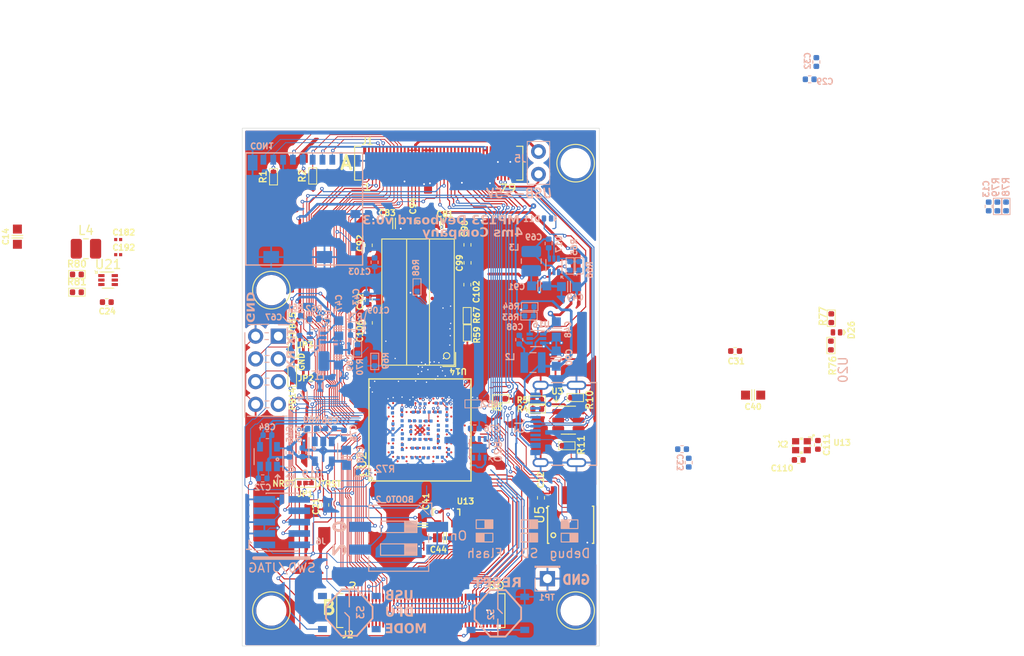
<source format=kicad_pcb>
(kicad_pcb (version 20241229) (generator "pcbnew") (generator_version "9.0")
  (layers (0 "F.Cu" signal) (4 "In1.Cu" signal) (6 "In2.Cu" signal) (2 "B.Cu" signal) (13 "F.Paste" user) (15 "B.Paste" user) (5 "F.SilkS" user "F.Silkscreen") (7 "B.SilkS" user "B.Silkscreen") (1 "F.Mask" user) (3 "B.Mask" user) (25 "Edge.Cuts" user))
  (net 0 "")
  (net 1 "+3V3")
  (net 2 "GND")
  (net 3 "+5V")
  (net 4 "/PC9")
  (net 5 "/PC10")
  (net 6 "VDD_CORE")
  (net 7 "VDD")
  (net 8 "/PE4")
  (net 9 "/NRST")
  (net 10 "/PC12")
  (net 11 "VDD_DDR")
  (net 12 "+12V")
  (net 13 "VDDA_1V8")
  (net 14 "Net-(U21-BST)")
  (net 15 "Net-(U2B-PH0-OSC_IN)")
  (net 16 "Net-(U2B-PH1-OSC_OUT)")
  (net 17 "GNDADC")
  (net 18 "VREF+")
  (net 19 "VREF_DDR")
  (net 20 "VDDA")
  (net 21 "VDD_USB")
  (net 22 "/PC8")
  (net 23 "/PD2")
  (net 24 "/PC11")
  (net 25 "/PA0")
  (net 26 "/PC4")
  (net 27 "/PC5")
  (net 28 "/PA6")
  (net 29 "/PB8")
  (net 30 "/PA7")
  (net 31 "/PE3")
  (net 32 "/UART_TX")
  (net 33 "/UART_RX")
  (net 34 "/PE13")
  (net 35 "/PC2")
  (net 36 "Net-(U21-SW)")
  (net 37 "/PA2")
  (net 38 "/PB7")
  (net 39 "/PWR_ONRST")
  (net 40 "/JTMS_SWDIO")
  (net 41 "/JTCK_SWCLK")
  (net 42 "/JTDO_SWO")
  (net 43 "/JTDI")
  (net 44 "Net-(U19-EN)")
  (net 45 "Net-(U15-SW)")
  (net 46 "/USB_VBUS")
  (net 47 "/USB_VBUS_JACK")
  (net 48 "/USB_RREF")
  (net 49 "/DDR_CKE")
  (net 50 "/DDR_RESETN")
  (net 51 "/DDR_CLK_N")
  (net 52 "/DDR_CLK_P")
  (net 53 "Net-(U2E-VDDA1V1_REG)")
  (net 54 "Net-(U15-BST)")
  (net 55 "/PWR_ON")
  (net 56 "Net-(U16-SW)")
  (net 57 "Net-(U16-BST)")
  (net 58 "Net-(U17-SW)")
  (net 59 "Net-(U17-BST)")
  (net 60 "Net-(U18-Noise)")
  (net 61 "Net-(U19-Noise)")
  (net 62 "/BOOT0")
  (net 63 "/DDR_DQ11")
  (net 64 "/DDR_DQ12")
  (net 65 "VDD_CPU")
  (net 66 "/FLASH_CS")
  (net 67 "/USB_HS_DM")
  (net 68 "/FLASH_IO2")
  (net 69 "/DDR_DQS1_P")
  (net 70 "/DDR_DQM1")
  (net 71 "/DDR_DQ15")
  (net 72 "/PWR_CPU_ONRST")
  (net 73 "Net-(J1-Pin_63)")
  (net 74 "/USB_HS_DP")
  (net 75 "/FLASH_IO1")
  (net 76 "/FLASH_IO0")
  (net 77 "/PD0")
  (net 78 "Net-(J1-Pin_41)")
  (net 79 "/DDR_DQ9")
  (net 80 "/DDR_DQS1_N")
  (net 81 "/DDR_DQ14")
  (net 82 "Net-(J1-Pin_55)")
  (net 83 "/FLASH_IO3")
  (net 84 "Net-(J1-Pin_5)")
  (net 85 "Net-(J1-Pin_39)")
  (net 86 "/DDR_DQ10")
  (net 87 "/DDR_DQ13")
  (net 88 "/DDR_A8")
  (net 89 "/DDR_DQ8")
  (net 90 "/DDR_A4")
  (net 91 "Net-(J1-Pin_57)")
  (net 92 "/DDR_BA1")
  (net 93 "/DDR_A11")
  (net 94 "/DDR_A14")
  (net 95 "/DDR_A1")
  (net 96 "/DDR_A12")
  (net 97 "/DDR_A10")
  (net 98 "/PD6")
  (net 99 "Net-(J1-Pin_1)")
  (net 100 "Net-(J1-Pin_3)")
  (net 101 "/PE8")
  (net 102 "/DDR_CASN")
  (net 103 "/DDR_WEN")
  (net 104 "/DDR_CSN")
  (net 105 "/DDR_ODT")
  (net 106 "/DDR_BA2")
  (net 107 "/DDR_BA0")
  (net 108 "/DDR_A0")
  (net 109 "/PH12")
  (net 110 "Net-(J2-Pin_13)")
  (net 111 "/DDR_A3")
  (net 112 "/DDR_A2")
  (net 113 "/PH3")
  (net 114 "/DDR_A9")
  (net 115 "/DDR_A13")
  (net 116 "/DDR_DQ5")
  (net 117 "/DDR_DQ4")
  (net 118 "Net-(J2-Pin_1)")
  (net 119 "/DDR_DQ6")
  (net 120 "/DDR_DQ2")
  (net 121 "/DDR_DQM0")
  (net 122 "/PG1")
  (net 123 "Net-(J2-Pin_35)")
  (net 124 "Net-(J2-Pin_5)")
  (net 125 "/PD7")
  (net 126 "Net-(J2-Pin_69)")
  (net 127 "/DDR_DQS0_P")
  (net 128 "/DDR_DQS0_N")
  (net 129 "/DDR_DQ7")
  (net 130 "/DDR_DQ3")
  (net 131 "/JTRST")
  (net 132 "/PH11")
  (net 133 "/PH6")
  (net 134 "Net-(J2-Pin_17)")
  (net 135 "/PC7")
  (net 136 "Net-(J2-Pin_75)")
  (net 137 "/DDR_DQ1")
  (net 138 "/DDR_DQ0")
  (net 139 "/PF12")
  (net 140 "Net-(J2-Pin_71)")
  (net 141 "/FLASH_CLK")
  (net 142 "Net-(J2-Pin_7)")
  (net 143 "/DDR_A6")
  (net 144 "Net-(J2-Pin_3)")
  (net 145 "/DDR_RASN")
  (net 146 "/DEBUG3")
  (net 147 "/DEBUG2")
  (net 148 "/DDR_A5")
  (net 149 "Net-(U2C-DDR_ZQ)")
  (net 150 "Net-(U2D-PWR_CPU_ON)")
  (net 151 "Net-(U21-FB)")
  (net 153 "/PF13")
  (net 155 "/PG12")
  (net 156 "/DDR_A7")
  (net 159 "Net-(U14-ZQ)")
  (net 160 "Net-(U15-FB)")
  (net 161 "Net-(U16-FB)")
  (net 162 "Net-(U17-FB)")
  (net 170 "/PC1")
  (net 171 "/PE2")
  (net 173 "/PG2")
  (net 174 "/BOOT2")
  (net 175 "/PB0")
  (net 176 "/PE12")
  (net 179 "/DFU_BOOT")
  (net 181 "/PC0")
  (net 183 "/PA1")
  (net 184 "/PA3")
  (net 186 "/PA4")
  (net 187 "/PA5")
  (net 188 "/USB_HS_D-")
  (net 189 "/PG3")
  (net 190 "/USB_HS_D+")
  (net 191 "/PC3")
  (net 193 "/PE6")
  (net 194 "/PD12")
  (net 196 "/PE10")
  (net 197 "/PE0")
  (net 202 "/PG10")
  (net 203 "/PG9")
  (net 204 "/PD11")
  (net 206 "/PA8")
  (net 207 "/ PH11")
  (net 208 "/PD13")
  (net 210 "Net-(J3-CC1)")
  (net 212 "Net-(J3-CC2)")
  (net 214 "/PE11")
  (net 216 "/PD3")
  (net 217 "/PB9")
  (net 219 "/PG6")
  (net 220 "/PC6")
  (net 221 "/DEBUG0")
  (net 222 "/DEBUG1")
  (net 223 "Net-(J4-Pin_4)")
  (net 224 "Net-(J4-Pin_6)")
  (net 225 "Net-(J6-Pin_10)")
  (net 231 "/PG0")
  (net 235 "/PG4")
  (net 237 "/PG5")
  (net 247 "/PA12")
  (net 248 "/PF11")
  (net 249 "/PD10")
  (net 250 "/PB1")
  (net 251 "/PB10")
  (net 252 "/PG15")
  (net 253 "/PG13")
  (net 254 "/PA10")
  (net 255 "/USB2_DP")
  (net 256 "/USB2_DN")
  (footprint "4ms_Capacitor:C_0402" (layer "F.Cu") (at 251.33 85.350001 180)
    (property "Reference" "C110")
    (property "Value" "6.8pF_0402_25V")
  )
  (footprint "4ms_Resistor:R_0402" (layer "F.Cu") (at 170.6644 64.62)
    (property "Reference" "R80")
    (property "Value" "10k_0402")
  )
  (footprint "4ms_Capacitor:C_0402" (layer "F.Cu") (at 203.2758 67.504179 90)
    (property "Reference" "C42")
    (property "Value" "100nF_0402_16V")
  )
  (footprint "4ms_SolderJumper:JUMPER_SMD_1x3_tiny_open" (layer "F.Cu") (at 194.765 72.735 90)
    (property "Reference" "JP3")
    (property "Value" "SolderJumper_3" (hide yes))
  )
  (footprint "4ms_Diode:DFN-1006-2" (layer "F.Cu") (at 255.55 71.092501 180)
    (property "Reference" "D26")
    (property "Value" "BAT54LP")
  )
  (footprint "4ms_Package_QFP:TFBGA-320_11x11mm_P0.5" (layer "F.Cu") (at 209 82 90)
    (property "Reference" "U2")
    (property "Value" "STM32MP133DAF")
  )
  (footprint "Package_TO_SOT_SMD:SOT-23-6" (layer "F.Cu") (at 225.585 80.905)
    (property "Reference" "U3")
    (property "Value" "USBLC6-2SC6")
  )
  (footprint "4ms_Resistor:R_0402" (layer "F.Cu") (at 222.105 79.655 180)
    (property "Reference" "R4")
    (property "Value" "430k_0402")
  )
  (footprint "4ms_Capacitor:C_0402" (layer "F.Cu") (at 214.3058 61.314179 -90)
    (property "Reference" "C98")
    (property "Value" "100nF_0402_16V")
  )
  (footprint "4ms_SolderJumper:NetTie-2_SMD_Pad0.16mm_6mil" (layer "F.Cu") (at 209.4258 94.9874 -90)
    (property "Reference" "NT2" (hide yes))
    (property "Value" "NetTie_2" (hide yes))
  )
  (footprint "4ms_SolderJumper:JUMPER_SMD_1x3_tiny" (layer "F.Cu") (at 196.2058 87.9274 180)
    (property "Reference" "JP1")
    (property "Value" "SolderJumper_3_Bridged12")
  )
  (footprint "4ms_Capacitor:C_0201" (layer "F.Cu") (at 175.275 60.72)
    (property "Reference" "C182")
    (property "Value" "1uF_0201_4V" (hide yes))
  )
  (footprint "4ms_Resistor:R_0402" (layer "F.Cu") (at 214.2758 69.234179 90)
    (property "Reference" "R67")
    (property "Value" "10k_0402")
  )
  (footprint "4ms_Capacitor:C_0603" (layer "F.Cu") (at 211.4658 58.934179 180)
    (property "Reference" "C81")
    (property "Value" "10uF_0603_10V" (hide yes))
  )
  (footprint "4ms_Hardware:MountingHole_Generic_3mm" (layer "F.Cu") (at 226.3958 102.1874)
    (property "Reference" "H4" (hide yes))
    (property "Value" "Spacer Nylon, fits 3mm hole")
  )
  (footprint "4ms_Hardware:MountingHole_Generic_3mm" (layer "F.Cu") (at 192.3958 66.375)
    (property "Reference" "H2" (hide yes))
    (property "Value" "Spacer Nylon, fits 3mm hole")
  )
  (footprint "4ms_Hardware:MountingHole_Generic_3mm" (layer "F.Cu") (at 192.3958 102.1874)
    (property "Reference" "H3" (hide yes))
    (property "Value" "Spacer Nylon, fits 3mm hole")
  )
  (footprint "4ms_Capacitor:C_0603" (layer "F.Cu") (at 206.1058 58.924179 180)
    (property "Reference" "C83")
    (property "Value" "10uF_0603_10V" (hide yes))
  )
  (footprint "4ms_Capacitor:C_0402" (layer "F.Cu") (at 174.005 67.715)
    (property "Reference" "C24")
    (property "Value" "100nF_0402_16V")
  )
  (footprint "4ms_Resistor:R_0402" (layer "F.Cu") (at 218.0358 78.5174 180)
    (property "Reference" "R3")
    (property "Value" "3k_0402")
  )
  (footprint "4ms_Connector:Connector-80pin-P0.4mm-W3.0mm" (layer "F.Cu") (at 209.0967 102.1874 90)
    (property "Reference" "J2")
    (property "Value" "Pins_02x40_P0.4mm_W3.0mm_SMT" (hide yes))
  )
  (footprint "4ms_Hardware:MountingHole_Generic_3mm" (layer "F.Cu") (at 226.3958 52.1874)
    (property "Reference" "H1" (hide yes))
    (property "Value" "Spacer Nylon, fits 3mm hole")
  )
  (footprint "4ms_Capacitor:C_0402" (layer "F.Cu") (at 214.2958 65.764179 -90)
    (property "Reference" "C102")
    (property "Value" "100nF_0402_16V")
  )
  (footprint "4ms_Capacitor:C_0201" (layer "F.Cu") (at 175.275 62.41)
    (property "Reference" "C192")
    (property "Value" "1nF_0201_4V" (hide yes))
  )
  (footprint "4ms_Capacitor:C_0402" (layer "F.Cu") (at 208.2858 58.774179 90)
    (property "Reference" "C94")
    (property "Value" "100nF_0402_16V")
  )
  (footprint "Inductor_SMD:L_1008_2520Metric" (layer "F.Cu") (at 171.675 61.75)
    (property "Reference" "L4")
    (property "Value" "1uH_3.2A_2520")
  )
  (footprint "4ms_Resistor:R_0402" (layer "F.Cu") (at 222.095 78.645)
    (property "Reference" "R5")
    (property "Value" "620k_0402")
  )
  (footprint "4ms_Capacitor:C_0603" (layer "F.Cu") (at 164.015 60.4 90)
    (property "Reference" "C14")
    (property "Value" "2.2uF_0603_25V")
  )
  (footprint "4ms_Resistor:R_0402" (layer "F.Cu") (at 170.6644 66.61)
    (property "Reference" "R81")
    (property "Value" "14.7k_0402")
  )
  (footprint "4ms_Package_SOT:SOT23-3_PO132" (layer "F.Cu") (at 211.9458 91.48664)
    (property "Reference" "U13")
    (property "Value" "NCP51460SN33")
  )
  (footprint "4ms_Capacitor:C_0402" (layer "F.Cu") (at 222.525 89.585 -90)
    (property "Reference" "C12")
    (property "Value" "100nF_0402_16V")
  )
  (footprint "4ms_Package_QFP:FBGA-96_Layout2x3x16_Body8x14_P0.8mm" (layer "F.Cu") (at 208.7854 67.7084 180)
    (property "Reference" "U14")
    (property "Value" "DDR3L-RAM-4Gb_MT41K256M16TW" (hide yes))
  )
  (footprint "4ms_Capacitor:C_0603" (layer "F.Cu") (at 246.23 78.105 180)
    (property "Reference" "C40")
    (property "Value" "22uF_0603_6.3V")
  )
  (footprint "4ms_Capacitor:C_0402" (layer "F.Cu") (at 253.47 83.665001 90)
    (property "Reference" "C111")
    (property "Value" "6.8pF_0402_25V")
  )
  (footprint "4ms_Resistor:R_0402" (layer "F.Cu") (at 192.635 53.7 90)
    (property "Reference" "R1")
    (property "Value" "10k_0402")
  )
  (footprint "4ms_Package_SOT:SOT-563" (layer "F.Cu") (at 174.15 65.25)
    (property "Reference" "U21")
    (property "Value" "AP6230xZ6")
  )
  (footprint "4ms_Resistor:R_0402" (layer "F.Cu") (at 254.96 69.51 -90)
    (property "Reference" "R77")
    (property "Value" "10k_0402")
  )
  (footprint "4ms_Resistor:R_0402" (layer "F.Cu") (at 254.92 72.560001 90)
    (property "Reference" "R76")
    (property "Value" "10k_0402")
  )
  (footprint "4ms_Capacitor:C_0402" (layer "F.Cu") (at 214.31706 63.323859 90)
    (property "Reference" "C99")
    (property "Value" "100nF_0402_16V")
  )
  (footprint "4ms_Capacitor:C_0402" (layer "F.Cu") (at 198.415 90.38 90)
    (property "Reference" "C21")
    (property "Value" "100nF_0402_16V")
  )
  (footprint "4ms_Resistor:R_0402" (layer "F.Cu") (at 225.415 83.765)
    (property "Reference" "R11")
    (property "Value" "5.1k_0402")
  )
  (footprint "4ms_Capacitor:C_0402" (layer "F.Cu") (at 203.2758 61.364179 90)
    (property "Reference" "C92")
    (property "Value" "100nF_0402_16V")
  )
  (footprint "4ms_Capacitor:C_0603" (layer "F.Cu") (at 211.8038 94.0484 180)
    (property "Reference" "C44")
    (property "Value" "10uF_0603_10V")
  )
  (footprint "4ms_Resistor:R_0402" (layer "F.Cu") (at 197.015 53.61 90)
    (property "Reference" "R2")
    (property "Value" "10k_0402")
  )
  (footprint "4ms_Resistor:R_0402" (layer "F.Cu") (at 226.355 78.385)
    (property "Reference" "R10")
    (property "Value" "5.1k_0402")
  )
  (footprint "4ms_Capacitor:C_0402" (layer "F.Cu") (at 203.2858 70.034179 90)
    (property "Reference" "C106")
    (property "Value" "100nF_0402_16V")
  )
  (footprint "4ms_Capacitor:C_0603" (layer "F.Cu") (at 209.2758 92.6474 -90)
    (property "Reference" "C41")
    (property "Value" "2.2uF_0603_25V")
  )
  (footprint "4ms_SolderJumper:JUMPER_SMD_1x3_tiny_open" (layer "F.Cu") (at 194.725 75.9974 90)
    (property "Reference" "JP2")
    (property "Value" "SolderJumper_3" (hide yes))
  )
  (footprint "4ms_Resistor:R_0402" (layer "F.Cu") (at 214.2958 71.164179 90)
    (property "Reference" "R59")
    (property "Value" "240Ω_0402")
  )
  (footprint "4ms_Package_SOIC:SOIC-8_5.28x4.9mm_Pitch1.27mm" (layer "F.Cu") (at 225.835 92.595 90)
    (property "Reference" "U5")
    (property "Value" "NORFLASH_W25Q128JV")
  )
  (footprint "4ms_Connector:Connector-80pin-P0.4mm-W3.0mm" (layer "F.Cu") (at 211.0967 52.1874 90)
    (property "Reference" "J1")
    (property "Value" "Pins_02x40_P0.4mm_W3.0mm_SMT" (hide yes))
  )
  (footprint "4ms_Capacitor:C_0402" (layer "F.Cu") (at 244.215 73.18)
    (property "Reference" "C31")
    (property "Value" "1uF_0402_25V")
  )
  (footprint "4ms_Crystal:Crystal_2.0x1.6mm_4pin" (layer "F.Cu") (at 251.63 83.760001 180)
    (property "Reference" "X2")
    (property "Value" "24MHz_8pF_2x1.6mm" (hide yes))
  )
  (footprint "4ms_Capacitor:C_0201" (layer "B.Cu") (at 209.297122 79.086332 180)
    (property "Reference" "C206" (hide yes))
    (property "Value" "1nF_0201_4V" (hide yes))
  )
  (footprint "4ms_Capacitor:C_0603" (layer "B.Cu") (at 222.3248 65.8954 180)
    (property "Reference" "C91")
    (property "Value" "22uF_0603_6.3V")
  )
  (footprint "4ms_Capacitor:C_0402" (layer "B.Cu") (at 223.3808 61.1624 -90)
    (property "Reference" "C69")
    (property "Value" "100nF_0402_16V")
  )
  (footprint "4ms_Capacitor:C_0402" (layer "B.Cu") (at 252.5492 42.815 180)
    (property "Reference" "C29")
    (property "Value" "2.2uF_0402_6.3V")
  )
  (footprint "4ms_Capacitor:C_0201" (layer "B.Cu") (at 207.03 82.69999 90)
    (property "Reference" "C186" (hide yes))
    (property "Value" "1uF_0201_4V" (hide yes))
  )
  (footprint "4ms_Capacitor:C_0201" (layer "B.Cu") (at 212.005 80.59999 -90)
    (property "Reference" "C212" (hide yes))
    (property "Value" "1uF_0201_4V" (hide yes))
  )
  (footprint "4ms_Capacitor:C_0402" (layer "B.Cu") (at 195.8638 84.5024 -90)
    (property "Reference" "C46")
    (property "Value" "1uF_0402_25V")
  )
  (footprint "4ms_Capacitor:C_0201" (layer "B.Cu") (at 209.687068 84.021456 180)
    (property "Reference" "C201" (hide yes))
    (property "Value" "1uF_0201_4V" (hide yes))
  )
  (footprint "4ms_Capacitor:C_0402" (layer "B.Cu") (at 272.550845 57.023065 -90)
    (property "Reference" "C13")
    (property "Value" "1uF_0402_25V")
  )
  (footprint "4ms_Capacitor:C_0201" (layer "B.Cu") (at 212.005 81.80999 -90)
    (property "Reference" "C213" (hide yes))
    (property "Value" "1uF_0201_4V" (hide yes))
  )
  (footprint "4ms_Resistor:R_0402" (layer "B.Cu") (at 225.7758 63.6704 -90)
    (property "Reference" "R65")
    (property "Value" "6.8k_0402")
  )
  (footprint "4ms_Resistor:R_0402" (layer "B.Cu") (at 197.1658 69.6074 180)
    (property "Reference" "R62")
    (property "Value" "17.4k_0402")
  )
  (footprint "4ms_Resistor:R_0402" (layer "B.Cu") (at 214.94 79.08)
    (property "Reference" "R52")
    (property "Value" "240Ω_0402")
  )
  (footprint "Connector_PinHeader_2.54mm:PinHeader_1x01_P2.54mm_Vertical" (layer "B.Cu") (at 223.245 98.615)
    (property "Reference" "TP1")
    (property "Value" "GND")
  )
  (footprint "4ms_Capacitor:C_0201" (layer "B.Cu") (at 212.005 79.36999 90)
    (property "Reference" "C211" (hide yes))
    (property "Value" "1nF_0201_4V" (hide yes))
  )
  (footprint "4ms_Resistor:R_0402" (layer "B.Cu") (at 196.9418 81.8554)
    (property "Reference" "R60")
    (property "Value" "100k_0402")
  )
  (footprint "4ms_Capacitor:C_0201" (layer "B.Cu") (at 205.93 79.82499 90)
    (property "Reference" "C175" (hide yes))
    (property "Value" "1nF_0201_4V" (hide yes))
  )
  (footprint "Inductor_SMD:L_1008_2520Metric" (layer "B.Cu") (at 197.1958 74.2974)
    (property "Reference" "L1")
    (property "Value" "1uH_3.2A_2520")
  )
  (footprint "4ms_Package_SOT:SOT-563" (layer "B.Cu") (at 197.4438 71.6894 180)
    (property "Reference" "U15")
    (property "Value" "AP6230xZ6")
  )
  (footprint "4ms_Resistor:R_0402" (layer "B.Cu") (at 195.1758 69.2374 180)
    (property "Reference" "R61")
    (property "Value" "10k_0402")
  )
  (footprint "4ms_Capacitor:C_0201" (layer "B.Cu") (at 211.225 85.04999)
    (property "Reference" "C207" (hide yes))
    (property "Value" "1uF_0201_4V" (hide yes))
  )
  (footprint "4ms_Switch:SW_DIP_SPSTx02_CTS_219-2MSTR" (layer "B.Cu") (at 206.625 94.095 180)
    (property "Reference" "BOOT0_2")
    (property "Value" "SW_DIP_x02_CTS_219-2MST")
  )
  (footprint "4ms_Capacitor:C_0201" (layer "B.Cu") (at 211.069021 79.001758)
    (property "Reference" "C204" (hide yes))
    (property "Value" "1nF_0201_4V" (hide yes))
  )
  (footprint "4ms_Capacitor:C_0201" (layer "B.Cu") (at 206.965602 80.040566 -90)
    (property "Reference" "C184" (hide yes))
    (property "Value" "1nF_0201_4V" (hide yes))
  )
  (footprint "4ms_Capacitor:C_0201" (layer "B.Cu") (at 205.98 82.81999 90)
    (property "Reference" "C177" (hide yes))
    (property "Value" "1uF_0201_4V" (hide yes))
  )
  (footprint "4ms_Capacitor:C_0201" (layer "B.Cu") (at 205.98 81.59999 -90)
    (property "Reference" "C176" (hide yes))
    (property "Value" "1uF_0201_4V" (hide yes))
  )
  (footprint "4ms_Capacitor:C_0402" (layer "B.Cu") (at 198.9478 81.8274)
    (property "Reference" "C56")
    (property "Value" "100nF_0402_50V")
  )
  (footprint "4ms_Resistor:R_0402" (layer "B.Cu") (at 221.26634 68.2184)
    (property "Reference" "R64")
    (property "Value" "10k_0402")
  )
  (footprint "4ms_Capacitor:C_0201" (layer "B.Cu") (at 209.005 82.77499 90)
    (property "Reference" "C196" (hide yes))
    (property "Value" "1uF_0201_4V" (hide yes))
  )
  (footprint "4ms_Capacitor:C_0201" (layer "B.Cu") (at 207.03 83.90999 90)
    (property "Reference" "C187" (hide yes))
    (property "Value" "1uF_0201_4V" (hide yes))
  )
  (footprint "4ms_Resistor:R_0402" (layer "B.Cu") (at 274.49 57.02 -90)
    (property "Reference" "R78")
    (property "Value" "1k_0402")
  )
  (footprint "4ms_Capacitor:C_0603" (layer "B.Cu") (at 199.9028 73.8994 -90)
    (property "Reference" "C89")
    (property "Value" "22uF_0603_6.3V")
  )
  (footprint "4ms_Capacitor:C_0402" (layer "B.Cu") (at 195.5458 71.9274 90)
    (property "Reference" "C67")
    (property "Value" "100nF_0402_16V")
  )
  (footprint "4ms_Capacitor:C_0402" (layer "B.Cu") (at 220.09734 71.9074 90)
    (property "Reference" "C68")
    (property "Value" "100nF_0402_16V")
  )
  (footprint "4ms_Capacitor:C_0402" (layer "B.Cu") (at 191.4258 87.4074)
    (property "Reference" "C72")
    (property "Value" "100nF_0402_50V")
  )
  (footprint "4ms_Capacitor:C_0201" (layer "B.Cu") (at 209.96 81.00499 180)
    (property "Reference" "C200" (hide yes))
    (property "Value" "1uF_0201_4V" (hide yes))
  )
  (footprint "4ms_Capacitor:C_0201" (layer "B.Cu") (at 212.195 84.44999 -90)
    (property "Reference" "C215" (hide yes))
    (property "Value" "1uF_0201_4V" (hide yes))
  )
  (footprint "4ms_Capacitor:C_0201" (layer "B.Cu") (at 209.95 83.06499 180)
    (property "Reference" "C202" (hide yes))
    (property "Value" "1uF_0201_4V" (hide yes))
  )
  (footprint "4ms_Package_SOT:SOT-563" (layer "B.Cu") (at 222.01584 71.7864 180)
    (property "Reference" "U16")
    (property "Value" "AP6230xZ6")
  )
  (footprint "4ms_Capacitor:C_0201" (layer "B.Cu") (at 208.445288 84.03263)
    (property "Reference" "C194" (hide yes))
    (property "Value" "1uF_0201_4V" (hide yes))
  )
  (footprint "4ms_Capacitor:C_0603" (layer "B.Cu") (at 200.7958 85.1074 -90)
    (property "Reference" "C88")
    (property "Value" "22uF_0603_6.3V")
  )
  (footprint "4ms_Resistor:R_0402" (layer "B.Cu") (at 273.524976 57.02209 90)
    (property "Reference" "R79")
    (property "Value" "1k_0402")
  )
  (footprint "4ms_Resistor:R_0402" (layer "B.Cu") (at 226.7958 63.6624 90)
    (property "Reference" "R66")
    (property "Value" "10k_0402")
  )
  (footprint "4ms_Capacitor:C_0603" (layer "B.Cu") (at 225.6608 65.9814)
    (property "Reference" "C49")
    (property "Value" "2.2uF_0603_25V")
  )
  (footprint "4ms_Capacitor:C_0201" (layer "B.Cu") (at 211.055 81.74999 -90)
    (property "Reference" "C208" (hide yes))
    (property "Value" "1uF_0201_4V" (hide yes))
  )
  (footprint "4ms_Capacitor:C_0402" (layer "B.Cu") (at 191.9558 82.5774 180)
    (property "Reference" "C84")
    (property "Value" "4.7uF_0402_6.3V")
  )
  (footprint "4ms_Capacitor:C_0603" (layer "B.Cu") (at 224.23834 70.7694 90)
    (property "Reference" "C48")
    (property "Value" "2.2uF_0603_25V")
  )
  (footprint "4ms_Diode:DFN-1006-2" (layer "B.Cu") (at 223.255 58.365 180)
    (property "Reference" "D11")
    (property "Value" "BAT54LP")
  )
  (footprint "4ms_Capacitor:C_0201" (layer "B.Cu") (at 210.912169 83.989288 180)
    (property "Reference" "C205" (hide yes))
    (property "Value" "1uF_0201_4V" (hide yes))
  )
  (footprint "4ms_Connector:Pins_1x02_2.54mm_TH" (layer "B.Cu") (at 222.245 52.155 180)
    (property "Reference" "J5")
    (property "Value" "Conn_01x02")
  )
  (footprint "4ms_Resistor:R_0402" (layer "B.Cu") (at 208.67 66.02 90)
    (property "Reference" "R68")
    (property "Value" "100Ω_0402")
  )
  (footprint "4ms_Connector:USB_C_Receptacle_Molex_2171790001" (layer "B.Cu") (at 225.335 81.325 -90)
    (property "Reference" "J3")
    (property "Value" "USB-C_Receptacle_Molex_2171790001")
  )
  (footprint "Inductor_SMD:L_1008_2520Metric" (layer "B.Cu") (at 221.4368 63.1284 -90)
    (property "Reference" "L3")
    (property "Value" "1uH_3.2A_2520")
  )
  (footprint "4ms_Switch:Button_Tact_PTS526" (layer "B.Cu") (at 217.705 102.495 180)
    (property "Reference" "S2")
    (property "Value" "SW_Push_PTS526 SM15 SMTR2 LFS" (hide yes))
  )
  (footprint "4ms_Capacitor:C_0402" (layer "B.Cu") (at 239.03406 85.647081 90)
    (property "Reference" "C33")
    (property "Value" "1uF_0402_25V")
  )
  (footprint "4ms_Resistor:R_0402" (layer "B.Cu") (at 202.5958 86.7374 180)
    (property "Reference" "R72")
    (property "Value" "10k_0402")
  )
  (footprint "4ms_Capacitor:C_0603" (layer "B.Cu") (at 224.22834 74.0274 -90)
    (property "Reference" "C90")
    (property "Value" "22uF_0603_6.3V")
  )
  (footprint "4ms_Capacitor:C_0201" (layer "B.Cu") (at 209.905 82.12999 90)
    (property "Reference" "C203" (hide yes))
    (property "Value" "1uF_0201_4V" (hide yes))
  )
  (footprint "4ms_Capacitor:C_0201" (layer "B.Cu") (at 208.11 80.97499)
    (property "Reference" "C188" (hide yes))
    (property "Value" "1uF_0201_4V" (hide yes))
  )
  (footprint "4ms_Capacitor:C_0402" (layer "B.Cu") (at 201.71926 71.384259 180)
    (property "Reference" "C109")
    (property "Value" "1uF_0402_25V")
  )
  (footprint "4ms_Resistor:R_0402" (layer "B.Cu") (at 203.94448 74.342599 90)
    (property "Reference" "R69")
    (property "Value" "10k_0402")
  )
  (footprint "4ms_Capacitor:C_0201" (layer "B.Cu") (at 210.979745 79.994905 180)
    (property "Reference" "C198" (hide yes))
    (property "Value" "1uF_0201_4V" (hide yes))
  )
  (footprint "4ms_Capacitor:C_0402" (layer "B.Cu") (at 253.2942 40.88 90)
    (property "Reference" "C32")
    (property "Value" "2.2uF_0402_6.3V")
  )
  (footprint "4ms_Package_QFP:DFN-6-1EP_2x2mm_P0.65mm_EP1x1.6mm" (layer "B.Cu") (at 215.63926 84.054259 90)
    (property "Reference" "U20")
    (property "Value" "AP2411SN")
  )
  (footprint "4ms_Capacitor:C_0201" (layer "B.Cu") (at 209.755 79.99999 180)
    (property "Reference" "C199" (hide yes))
    (property "Value" "1uF_0201_4V" (hide yes))
  )
  (footprint "4ms_Switch:Button_Tact_PTS526" (layer "B.Cu") (at 201.105 102.405)
    (property "Reference" "S3")
    (property "Value" "SW_Push_PTS526 SM15 SMTR2 LFS")
  )
  (footprint "4ms_Resistor:R_0402" (layer "B.Cu") (at 201.72426 70.344259)
    (property "Reference" "R71")
    (property "Value" "1k_0402")
  )
  (footprint "4ms_Capacitor:C_0402" (layer "B.Cu") (at 194.4158 84.5324 90)
    (property "Reference" "C45")
    (property "Value" "1uF_0402_25V")
  )
  (footprint "4ms_Package_SOT:SOT-563" (layer "B.Cu") (at 223.9708 63.5994 90)
    (property "Reference" "U17")
    (property "Value" "AP6230xZ6")
  )
  (footprint "4ms_Capacitor:C_0603" (layer "B.Cu") (at 199.9278 70.6464 90)
    (property "Reference" "C47")
    (property "Value" "2.2uF_0603_25V")
  )
  (footprint "4ms_Capacitor:C_0201" (layer "B.Cu") (at 207.965 81.90999 90)
    (property "Reference" "C189" (hide yes))
    (property "Value" "1uF_0201_4V" (hide yes))
  )
  (footprint "4ms_Capacitor:C_0402" (layer "B.Cu") (at 238.29 84.145)
    (property "Reference" "C30" (hide yes))
    (property "Value" "100nF_0402_16V")
  )
  (footprint "4ms_Connector_Card:CardSlot_MicroSD_Molex_104031-0811" (layer "B.Cu") (at 196.042501 57.2425)
    (property "Reference" "CON1")
    (property "Value" "microSDCon_SMT_104031-0811" (hide yes))
  )
  (footprint "4ms_Package_SOT:SOT-23-5" (layer "B.Cu") (at 198.1948 84.3894 -90)
    (property "Reference" "U19")
    (property "Value" "TAR5S33")
  )
  (footprint "4ms_Capacitor:C_0201" (layer "B.Cu") (at 206.845 85.10499 180)
    (property "Reference" "C183" (hide yes))
    (property "Value" "1uF_0201_4V" (hide yes))
  )
  (footprint "4ms_Connector:Pins_2x05_1.27mm_SMD" (layer "B.Cu") (at 193.5658 92.2974)
    (property "Reference" "J6")
    (property "Value" "Pins_02x05_P1.27mm_SMT")
  )
  (footprint "4ms_Capacitor:C_0201" (layer "B.Cu") (at 211.055 82.975 -90)
    (property "Reference" "C209" (hide yes))
    (property "Value" "1uF_0201_4V" (hide yes))
  )
  (footprint "4ms_Capacitor:C_0402" (layer "B.Cu") (at 215.12926 81.834259 180)
    (property "Reference" "C76")
    (property "Value" "4.7uF_0402_6.3V")
  )
  (footprint "4ms_Capacitor:C_0402" (layer "B.Cu") (at 203.0158 67.254179 90)
    (property "Reference" "C43")
    (property "Value" "100nF_0402_16V")
  )
  (footprint "4ms_Connector:Pins_2x04_P2.54mm_Horizontal_CroppedSilk" (layer "B.Cu") (at 191.9058 75.3274 180)
    (property "Reference" "J4")
    (property "Value" "Pins_02x04_RightAngle_P2.54mm_TH")
  )
  (footprint "4ms_Package_SOT:SOT-23-5" (layer "B.Cu") (at 192.0758 84.9774 90)
    (property "Reference" "U18")
    (property "Value" "TAR5S33")
  )
  (footprint "4ms_Capacitor:C_0201" (layer "B.Cu") (at 208.08 83.04999)
    (property "Reference" "C190" (hide yes))
    (property "Value" "1uF_0201_4V" (hide yes))
  )
  (footprint "4ms_Resistor:R_0402" (layer "B.Cu") (at 221.18534 69.2674 180)
    (property "Reference" "R63")
    (property "Value" "31.6k_0402")
  )
  (footprint "4ms_Capacitor:C_0402" (layer "B.Cu") (at 203.92924 63.260579 -90)
    (property "Reference" "C103")
    (property "Value" "100nF_0402_16V")
  )
  (footprint "4ms_Resistor:R_0402" (layer "B.Cu") (at 202.03926 72.944259 90)
    (property "Reference" "R70")
    (property "Value" "1k_0402")
  )
  (footprint "Inductor_SMD:L_Wuerth_MAPI-2510" (layer "B.Cu") (at 221.62934 74.4674)
    (property "Reference" "L2")
    (property "Value" "4.7uH_1.7A_2510")
  )
  (footprint "4ms_Capacitor:C_0201" (layer "B.Cu") (at 209.636748 85.109401 180)
    (property "Reference" "C197" (hide yes))
    (property "Value" "1uF_0201_4V" (hide yes))
  )
  (footprint "4ms_Capacitor:C_0201" (layer "B.Cu") (at 209.035 81.28 -90)
    (property "Reference" "C195" (hide yes))
    (property "Value" "1uF_0201_4V" (hide yes))
  )
  (footprint "4ms_Capacitor:C_0201" (layer "B.Cu") (at 208.525 80.00999)
    (property "Reference" "C193" (hide yes))
    (property "Value" "1nF_0201_4V" (hide yes))
  )
  (footprint "4ms_Capacitor:C_0402" (layer "B.Cu") (at 200.5158 82.5274 90)
    (property "Reference" "C75")
    (property "Value" "100nF_0402_50V")
  )
  (footprint "4ms_Capacitor:C_0201" (layer "B.Cu") (at 205.905 84.22499 -90)
    (property "Reference" "C174" (hide yes))
    (property "Value" "1uF_0201_4V" (hide yes))
  )
  (footprint "4ms_Capacitor:C_0201" (layer "B.Cu") (at 207.005 81.24999 -90)
    (property "Reference" "C185" (hide yes))
    (property "Value" "1uF_0201_4V" (hide yes))
  )
  (footprint "4ms_Capacitor:C_0201" (layer "B.Cu") (at 208.405 85.09999)
    (property "Reference" "C191" (hide yes))
    (property "Value" "1uF_0201_4V" (hide yes))
  )
  (gr_line (start 224.235 78.905) (end 224.525 78.575) (stroke (width 0.12)) (layer "F.SilkS"))
  (gr_line (start 224.235 78.225) (end 224.235 78.905) (stroke (width 0.12)) (layer "F.SilkS"))
  (gr_line (start 224.235 78.905) (end 223.925 78.575) (stroke (width 0.12)) (layer "F.SilkS"))
  (gr_rect (start 224.855 92.115) (end 225.665 92.925) (stroke (width 0.12)) (fill yes) (layer "B.SilkS"))
  (gr_rect (start 220.285 92.045) (end 222.145 93.015) (stroke (width 0.12)) (fill no) (layer "B.SilkS"))
  (gr_line (start 189.4358 71.1274) (end 189.4358 80.5774) (stroke (width 0.12)) (layer "B.SilkS"))
  (gr_rect (start 224.785 92.045) (end 226.645 93.015) (stroke (width 0.12)) (fill no) (layer "B.SilkS"))
  (gr_line (start 194.1458 69.8774) (end 194.9758 70.1074) (stroke (width 0.12)) (layer "B.SilkS"))
  (gr_rect (start 225.765 93.635) (end 226.575 94.445) (stroke (width 0.12)) (fill yes) (layer "B.SilkS"))
  (gr_rect (start 215.285 93.545) (end 217.145 94.515) (stroke (width 0.12)) (fill no) (layer "B.SilkS"))
  (gr_line (start 194.9758 70.1074) (end 195.4758 70.8574) (stroke (width 0.12)) (layer "B.SilkS"))
  (gr_line (start 203.0158 68.6774) (end 202.8258 69.5474) (stroke (width 0.12)) (layer "B.SilkS"))
  (gr_rect (start 220.285 93.545) (end 222.145 94.515) (stroke (width 0.12)) (fill no) (layer "B.SilkS"))
  (gr_rect (start 221.265 92.135) (end 222.075 92.945) (stroke (width 0.12)) (fill yes) (layer "B.SilkS"))
  (gr_rect (start 215.355 93.615) (end 216.165 94.425) (stroke (width 0.12)) (fill yes) (layer "B.SilkS"))
  (gr_rect (start 216.265 92.135) (end 217.075 92.945) (stroke (width 0.12)) (fill yes) (layer "B.SilkS"))
  (gr_rect (start 215.285 92.045) (end 217.145 93.015) (stroke (width 0.12)) (fill no) (layer "B.SilkS"))
  (gr_rect (start 224.785 93.545) (end 226.645 94.515) (stroke (width 0.12)) (fill no) (layer "B.SilkS"))
  (gr_line (start 193.7058 69.3774) (end 194.1458 69.8774) (stroke (width 0.12)) (layer "B.SilkS"))
  (gr_line (start 202.8258 71.0274) (end 202.6958 71.1974) (stroke (width 0.12)) (layer "B.SilkS"))
  (gr_line (start 190.455 96.315) (end 196.635 96.315) (stroke (width 0.4)) (layer "B.SilkS"))
  (gr_line (start 202.8258 69.5474) (end 202.8258 71.0274) (stroke (width 0.12)) (layer "B.SilkS"))
  (gr_rect (start 221.265 93.635) (end 222.075 94.445) (stroke (width 0.12)) (fill yes) (layer "B.SilkS"))
  (gr_rect (start 189.145 48.2758) (end 229.0484 106.145) (stroke (width 0.05)) (fill no) (layer "Edge.Cuts"))
  (gr_text "1" (at 202.535 55.345 0) (layer "F.SilkS") (effects (font (size 0.8 1)) (justify left bottom)))
  (gr_text "79" (at 217.775 55.435 0) (layer "F.SilkS") (effects (font (size 0.8 1)) (justify left bottom)))
  (gr_text "JTRST" (at 197.3358 88.4074 0) (layer "F.SilkS") (effects (font (size 0.65 0.65)) (justify left bottom)))
  (gr_text "PB14" (at 195.135 79.895 90) (layer "F.SilkS") (effects (font (size 0.65 0.65) (thickness 0.15) (bold yes)) (justify left bottom)))
  (gr_text "GND" (at 196.145 75.475 90) (layer "F.SilkS") (effects (font (size 0.65 0.65) (thickness 0.15) (bold yes)) (justify left bottom)))
  (gr_text "B" (at 197.865 102.745 0) (layer "F.SilkS") (effects (font (size 1.5 1.5) (thickness 0.3) (bold yes)) (justify left bottom)))
  (gr_text "U13" (at 256.17 83.420001 0) (layer "F.SilkS") (effects (font (size 0.649986 0.649986) (thickness 0.14986))))
  (gr_text "PB15" (at 195.155 71.465 90) (layer "F.SilkS") (effects (font (size 0.65 0.65) (thickness 0.15) (bold yes)) (justify left bottom)))
  (gr_text "2" (at 200.8858 99.9074 0) (layer "F.SilkS") (effects (font (size 0.8 1)) (justify left bottom)))
  (gr_text "NRST" (at 192.425 88.375 0) (layer "F.SilkS") (effects (font (size 0.65 0.65)) (justify left bottom)))
  (gr_text "A" (at 199.925 53.025 0) (layer "F.SilkS") (effects (font (size 1.5 1.5) (thickness 0.3) (bold yes)) (justify left bottom)))
  (gr_text "80" (at 216.4758 99.8774 0) (layer "F.SilkS") (effects (font (size 0.8 1)) (justify left bottom)))
  (gr_text "USB->5V" (at 223.935 56.145 0) (layer "B.SilkS") (effects (font (size 1 1) (thickness 0.2) (bold yes) (italic yes)) (justify left bottom mirror)))
  (gr_text "4ms Company" (at 214.885 59.975 0) (layer "B.SilkS") (effects (font (size 1.02 1.02) (thickness 0.204) (bold yes)) (justify mirror)))
  (gr_text "Debug" (at 225.745 96.375 0) (layer "B.SilkS") (effects (font (size 1 1)) (justify bottom mirror)))
  (gr_text "MP133 Devboard v0.3" (at 211.3458 58.5974 0) (layer "B.SilkS") (effects (font (size 1.016 1.016) (thickness 0.14986) (bold yes) (italic yes)) (justify mirror)))
  (gr_text "RX" (at 194.6158 74.1374 90) (layer "B.SilkS") (effects (font (size 0.889 1) (thickness 0.1778) (bold yes)) (justify mirror)))
  (gr_text "RESET" (at 217.665 99.115 0) (layer "B.SilkS") (effects (font (size 1.1 1.1) (thickness 0.14986) (bold yes) (italic yes)) (justify mirror)))
  (gr_text "U20" (at 256.28 75.280001 90) (layer "B.SilkS") (effects (font (size 1 1)) (justify mirror)))
  (gr_text "GND" (at 228.145 99.325 0) (layer "B.SilkS") (effects (font (size 1 1) (thickness 0.25) (bold yes)) (justify left bottom mirror)))
  (gr_text "GND" (at 189.995 68.285 270) (layer "B.SilkS") (effects (font (size 0.889 1) (thickness 0.1778) (bold yes)) (justify mirror)))
  (gr_text "USB\nDFU\nMODE" (at 205.085 102.405 0) (layer "B.SilkS") (effects (font (size 1.1 1) (thickness 0.14986) (bold yes) (italic yes)) (justify right mirror)))
  (gr_text "On" (at 214.365 94.415 0) (layer "B.SilkS") (effects (font (size 1 1)) (justify left bottom mirror)))
  (gr_text "Flash" (at 216.245 96.375 0) (layer "B.SilkS") (effects (font (size 1 1)) (justify bottom mirror)))
  (gr_text "SD" (at 221.245 96.375 0) (layer "B.SilkS") (effects (font (size 1 1)) (justify bottom mirror)))
  (gr_text "2 0" (at 199.925 94.095 270) (layer "B.SilkS") (effects (font (size 1.25 1.5) (thickness 0.3)) (justify mirror)))
  (gr_text "1" (at 190.4758 95.4674 0) (layer "B.SilkS") (effects (font (size 1 1)) (justify left bottom mirror)))
  (gr_text "SWD/JTAG" (at 197.445 97.995 0) (layer "B.SilkS") (effects (font (size 1 1)) (justify left bottom mirror)))
  (gr_text "TX" (at 194.6358 71.5574 90) (layer "B.SilkS") (effects (font (size 0.889 1) (thickness 0.1778) (bold yes)) (justify mirror)))
  (segment (start 216.0967 54.4167) (end 216.0967 54.2574) (width 0.2032) (layer "F.Cu") (net 1))
  (segment (start 216.315 50.7424) (end 216.0967 50.7424) (width 0.2032) (layer "F.Cu") (net 1))
  (segment (start 216.0967 50.7424) (end 216.0967 53.6324) (width 0.2032) (layer "F.Cu") (net 1))
  (segment (start 216.315 50.555) (end 216.315 50.7424) (width 0.2032) (layer "F.Cu") (net 1))
  (segment (start 223.31 88.673) (end 223.5835 88.9465) (width 0.2032) (layer "F.Cu") (net 1))
  (segment (start 195.995 53.075) (end 195.995 52.785) (width 0.09) (layer "F.Cu") (net 1))
  (segment (start 216.265 50.505) (end 216.275 50.515) (width 0.2032) (layer "F.Cu") (net 1))
  (segment (start 223.43 89.1) (end 222.525 89.1) (width 0.2032) (layer "F.Cu") (net 1))
  (segment (start 216.4967 50.7424) (end 216.315 50.7424) (width 0.2032) (layer "F.Cu") (net 1))
  (segment (start 223.31 88.605) (end 223.31 88.673) (width 0.2032) (layer "F.Cu") (net 1))
  (segment (start 216.265 50.505) (end 216.0967 50.6733) (width 0.2032) (layer "F.Cu") (net 1))
  (segment (start 221.685 56.975) (end 221.2534 56.975) (width 0.2032) (layer "F.Cu") (net 1))
  (segment (start 192.635 54.185) (end 194.595 54.185) (width 0.09) (layer "F.Cu") (net 1))
  (segment (start 216.265 50.505) (end 216.315 50.555) (width 0.2032) (layer "F.Cu") (net 1))
  (segment (start 216.0867 53.6324) (end 216.0867 50.7424) (width 0.09) (layer "F.Cu") (net 1))
  (segment (start 216.0967 50.6733) (end 216.0967 50.7424) (width 0.2032) (layer "F.Cu") (net 1))
  (segment (start 219.5134 55.235) (end 216.915 55.235) (width 0.2032) (layer "F.Cu") (net 1))
  (segment (start 216.4867 50.7424) (end 216.4867 53.6324) (width 0.09) (layer "F.Cu") (net 1))
  (segment (start 221.2534 56.975) (end 219.5134 55.235) (width 0.2032) (layer "F.Cu") (net 1))
  (segment (start 223.5835 88.9465) (end 223.43 89.1) (width 0.2032) (layer "F.Cu") (net 1))
  (segment (start 194.595 54.185) (end 195.995 52.785) (width 0.09) (layer "F.Cu") (net 1))
  (segment (start 216.4967 53.6324) (end 216.4967 53.8574) (width 0.2032) (layer "F.Cu") (net 1))
  (segment (start 216.275 50.515) (end 216.275 50.5207) (width 0.2032) (layer "F.Cu") (net 1))
  (segment (start 216.0967 53.6324) (end 216.4967 53.6324) (width 0.09) (layer "F.Cu") (net 1))
  (segment (start 197.015 54.095) (end 195.995 53.075) (width 0.09) (layer "F.Cu") (net 1))
  (segment (start 216.275 50.5207) (end 216.4967 50.7424) (width 0.2032) (layer "F.Cu") (net 1))
  (segment (start 216.4967 53.6324) (end 216.4967 50.7424) (width 0.2032) (layer "F.Cu") (net 1))
  (segment (start 216.0967 54.2574) (end 216.0967 53.6324) (width 0.2032) (layer "F.Cu") (net 1))
  (segment (start 216.915 55.235) (end 216.0967 54.4167) (width 0.2032) (layer "F.Cu") (net 1))
  (segment (start 216.4967 53.8574) (end 216.0967 54.2574) (width 0.2032) (layer "F.Cu") (net 1))
  (segment (start 223.5835 88.9465) (end 223.93 89.293) (width 0.2032) (layer "F.Cu") (net 1))
  (via (at 195.995 52.785) (size 0.4) (drill 0.2) (layers "F.Cu" "B.Cu") (net 1))
  (via (at 216.265 50.505) (size 0.4) (drill 0.2) (layers "F.Cu" "B.Cu") (net 1))
  (via (at 221.685 56.975) (size 0.6) (drill 0.2) (layers "F.Cu" "B.Cu") (net 1))
  (via (at 223.31 88.605) (size 0.4) (drill 0.2) (layers "F.Cu" "B.Cu") (net 1))
  (segment (start 225.73933 68.58064) (end 225.907329 68.748639) (width 0.3) (layer "B.Cu") (net 1))
  (segment (start 219.725 83.525) (end 219.725 85.055) (width 0.2032) (layer "B.Cu") (net 1))
  (segment (start 196.801124 50.358877) (end 195.905 51.255001) (width 0.2032) (layer "B.Cu") (net 1))
  (segment (start 223.01434 74.8774) (end 222.60434 74.4674) (width 0.3) (layer "B.Cu") (net 1))
  (segment (start 195.995 52.785) (end 195.905 52.695) (width 0.09) (layer "B.Cu") (net 1))
  (segment (start 214.821123 50.365) (end 214.815 50.358877) (width 0.2032) (layer "B.Cu") (net 1))
  (segment (start 220.705 78.595) (end 219.785 79.515) (width 0.2032) (layer "B.Cu") (net 1))
  (segment (start 223.83434 67.6074) (end 223.86284 67.6359) (width 0.2) (layer "B.Cu") (net 1))
  (segment (start 219.83134 65.32294) (end 219.6958 65.1874) (width 0.2) (layer "B.Cu") (net 1))
  (segment (start 219.785 79.515) (end 219.785 83.465) (width 0.2032) (layer "B.Cu") (net 1))
  (segment (start 216.195 50.365) (end 214.821123 50.365) (width 0.2032) (layer "B.Cu") (net 1))
  (segment (start 195.905 52.695) (end 195.905 51.805) (width 0.09) (layer "B.Cu") (net 1))
  (segment (start 221.3158 57.3442) (end 221.685 56.975) (width 0.2) (layer "B.Cu") (net 1))
  (segment (start 195.905 51.255001) (end 195.905 51.805) (width 0.2032) (layer "B.Cu") (net 1))
  (segment (start 219.6958 59.1374) (end 221.3158 57.5174) (width 0.2) (layer "B.Cu") (net 1))
  (segment (start 216.265 50.435) (end 216.195 50.365) (width 0.2032) (layer "B.Cu") (net 1))
  (segment (start 219.83134 68.8474) (end 219.83134 65.32294) (width 0.2) (layer "B.Cu") (net 1))
  (segment (start 224.97984 74.5059) (end 224.60834 74.8774) (width 0.3) (layer "B.Cu") (net 1))
  (segment (start 220.15134 69.1674) (end 219.83134 68.8474) (width 0.2) (layer "B.Cu") (net 1))
  (segment (start 219.6958 65.1874) (end 219.6958 59.1374) (width 0.2) (layer "B.Cu") (net 1))
  (segment (start 225.907329 73.578411) (end 224.97984 74.5059) (width 0.3) (layer "B.Cu") (net 1))
  (segment (start 225.907329 68.748639) (end 225.907329 73.578411) (width 0.3) (layer "B.Cu") (net 1))
  (segment (start 221.3158 57.5174) (end 221.3158 57.4174) (width 0.2) (layer "B.Cu") (net 1))
  (segment (start 223.86284 67.6359) (end 224.80758 68.58064) (width 0.3) (layer "B.Cu") (net 1))
  (segment (start 224.80758 68.58064) (end 225.73933 68.58064) (width 0.3) (layer "B.Cu") (net 1))
  (segment (start 220.705 76.36674) (end 220.705 78.595) (width 0.2032) (layer "B.Cu") (net 1))
  (segment (start 220.44134 67.6074) (end 223.83434 67.6074) (width 0.2) (layer "B.Cu") (net 1))
  (segment (start 216.265 50.505) (end 216.265 50.435) (width 0.2032) (layer "B.Cu") (net 1))
  (segment (start 219.83134 68.2174) (end 220.44134 67.6074) (width 0.2) (layer "B.Cu") (net 1))
  (segment (start 221.3158 57.4174) (end 221.3158 57.3442) (width 0.2) (layer "B.Cu") (net 1))
  (segment (start 214.815 50.358877) (end 196.801124 50.358877) (width 0.2032) (layer "B.Cu") (net 1))
  (segment (start 222.215 87.545) (end 222.25 87.545) (width 0.2032) (layer "B.Cu") (net 1))
  (segment (start 220.808329 69.1674) (end 220.15134 69.1674) (width 0.2) (layer "B.Cu") (net 1))
  (segment (start 222.60434 74.4674) (end 220.705 76.36674) (width 0.2032) (layer "B.Cu") (net 1))
  (segment (start 219.725 85.055) (end 222.215 87.545) (width 0.2032) (layer "B.Cu") (net 1))
  (segment (start 224.60834 74.8774) (end 224.22834 74.8774) (width 0.3) (layer "B.Cu") (net 1))
  (segment (start 224.22834 74.8774) (end 223.01434 74.8774) (width 0.3) (layer "B.Cu") (net 1))
  (segment (start 222.25 87.545) (end 223.31 88.605) (width 0.2032) (layer "B.Cu") (net 1))
  (segment (start 219.785 83.465) (end 219.725 83.525) (width 0.2032) (layer "B.Cu") (net 1))
  (segment (start 217.7083 52.055) (end 217.695 52.0683) (width 0.127) (layer "F.Cu") (net 2))
  (segment (start 226.84 77.36) (end 226.485 77.005) (width 0.09) (layer "F.Cu") (net 2))
  (segment (start 210.5 79.61) (end 210.51 79.6) (width 0.09) (layer "F.Cu") (net 2))
  (segment (start 209 79) (end 209 79.43) (width 0.09) (layer "F.Cu") (net 2))
  (segment (start 218.8967 52.2433) (end 218.8967 53.6324) (width 0.127) (layer "F.Cu") (net 2))
  (segment (start 209.4258 95.2374) (end 209.1358 95.2374) (width 0.127) (layer "F.Cu") (net 2))
  (segment (start 214.725329 78.5) (end 214.883982 78.341347) (width 0.09) (layer "F.Cu") (net 2))
  (segment (start 209.2967 53.6324) (end 209.2967 54.3683) (width 0.127) (layer "F.Cu") (net 2))
  (segment (start 209.7058 53.5624) (end 209.7058 50.6724) (width 0.203) (layer "F.Cu") (net 2))
  (segment (start 217.695 52.0683) (end 217.695 53.6307) (width 0.127) (layer "F.Cu") (net 2))
  (segment (start 212.238502 71.3084) (end 212.393312 71.46321) (width 0.09) (layer "F.Cu") (net 2))
  (segment (start 194.745 74.675) (end 194.765 74.655) (width 0.09) (layer "F.Cu") (net 2))
  (segment (start 203.840347 76.659653) (end 203.840347 76.840347) (width 0.09) (layer "F.Cu") (net 2))
  (segment (start 216.4958 101.268272) (end 216.4967 101.267372) (width 0.127) (layer "F.Cu") (net 2))
  (segment (start 216.8967 50.7424) (end 216.8967 53.6324) (width 0.2032) (layer "F.Cu") (net 2))
  (segment (start 213.6967 54.3665) (end 213.6858 54.3774) (width 0.09) (layer "F.Cu") (net 2))
  (segment (start 216.8967 53.6324) (end 216.8967 54.3565) (width 0.2032) (layer "F.Cu") (net 2))
  (segment (start 213.6967 53.6324) (end 213.6967 54.3665) (width 0.09) (layer "F.Cu") (net 2))
  (segment (start 216.9358 101.3374) (end 216.8967 101.2983) (width 0.127) (layer "F.Cu") (net 2))
  (segment (start 209 79.43) (end 209 79.45) (width 0.09) (layer "F.Cu") (net 2))
  (segment (start 194.725 74.695) (end 194.745 74.675) (width 0.09) (layer "F.Cu") (net 2))
  (segment (start 214.5058 103.8974) (end 214.5058 100.8174) (width 0.127) (layer "F.Cu") (net 2))
  (segment (start 222.58 78.645) (end 222.58 77.1) (width 0.2032) (layer "F.Cu") (net 2))
  (segment (start 205.6967 103.6324) (end 205.645829 103.581529) (width 0.2032) (layer "F.Cu") (net 2))
  (segment (start 209.3049 50.7524) (end 209.3049 53.6424) (width 0.203) (layer "F.Cu") (net 2))
  (segment (start 189.535 78.0366) (end 189.535 72.6182) (width 0.09) (layer "F.Cu") (net 2))
  (segment (start 225.433789 80.844629) (end 225.030461 80.844629) (width 0.09) (layer "F.Cu") (net 2))
  (segment (start 208.5 77) (end 208.5 76.540554) (width 0.09) (layer "F.Cu") (net 2))
  (segment (start 219.095 52.045) (end 218.8967 52.2433) (width 0.127) (layer "F.Cu") (net 2))
  (segment (start 203.840347 76.840347) (end 204 77) (width 0.09) (layer "F.Cu") (net 2))
  (segment (start 213.7049 53.6424) (end 213.7049 50.7524) (width 0.203) (layer "F.Cu") (net 2))
  (segment (start 227.74 95.897) (end 227.74 94.62) (width 0.127) (layer "F.Cu") (net 2))
  (segment (start 198.415 91.315) (end 198.415 90.865) (width 0.09) (layer "F.Cu") (net 2))
  (segment (start 209.1358 95.2374) (end 208.8958 94.9974) (width 0.127) (layer "F.Cu") (net 2))
  (segment (start 216.9067 103.8674) (end 216.9067 100.7874) (width 0.127) (layer "F.Cu") (net 2))
  (segment (start 216.8967 54.3565) (end 216.8258 54.4274) (width 0.2032) (layer "F.Cu") (net 2))
  (segment (start 206.5 77) (end 206.5 76.666238) (width 0.09) (layer "F.Cu") (net 2))
  (segment (start 225.9 83.765) (end 225.9 85.06) (width 0.09) (layer "F.Cu") (net 2))
  (segment (start 227.74 92.85) (end 227.74 95.897) (width 0.127) (layer "F.Cu") (net 2))
  (segment (start 212.3158 59.794179) (end 212.3158 58.934179) (width 0.3) (layer "F.Cu") (net 2))
  (segment (start 218.8967 50.7424) (end 218.8967 53.6324) (width 0.2032) (layer "F.Cu") (net 2))
  (segment (start 207.2967 53.6324) (end 207.2967 54.2065) (width 0.2032) (layer "F.Cu") (net 2))
  (segment (start 224.135 91.165) (end 226.055 91.165) (width 0.127) (layer "F.Cu") (net 2))
  (segment (start 211.985402 71.3084) (end 212.238502 71.3084) (width 0.09) (layer "F.Cu") (net 2))
  (segment (start 211.5 77) (end 211.669653 76.830347) (width 0.09) (layer "F.Cu") (net 2))
  (segment (start 198.385 91.345) (end 198.415 91.315) (width 0.09) (layer "F.Cu") (net 2))
  (segment (start 226.84 78.385) (end 226.84 77.36) (width 0.09) (layer "F.Cu") (net 2))
  (segment (start 209 79.43) (end 209 80) (width 0.09) (layer "F.Cu") (net 2))
  (segment (start 225.030461 80.844629) (end 224.97009 80.905) (width 0.09) (layer "F.Cu") (net 2))
  (segment (start 218.905 78.325) (end 218.7126 78.5174) (width 0.127) (layer "F.Cu") (net 2))
  (segment (start 212.1684 70.5084) (end 212.35 70.69) (width 0.09) (layer "F.Cu") (net 2))
  (segment (start 218.7126 78.5174) (end 218.5208 78.5174) (width 0.127) (layer "F.Cu") (net 2))
  (segment (start 210.0967 53.6324) (end 210.0967 54.4183) (width 0.127) (layer "F.Cu") (net 2))
  (segment (start 211.1854 70.5084) (end 211.1854 70.578666) (width 0.09) (layer "F.Cu") (net 2))
  (segment (start 206.8558 59.509679) (end 206.8558 59.024179) (width 0.3) (layer "F.Cu") (net 2))
  (segment (start 203.8113 89.620714) (end 203.4658 89.275214) (width 0.127) (layer "F.Cu") (net 2))
  (segment (start 214.4967 100.6474) (end 214.4967 101.3883) (width 0.127) (layer "F.Cu") (net 2))
  (segment (start 222.525 90.07) (end 223.1575 90.7025) (width 0.127) (layer "F.Cu") (net 2))
  (segment (start 210.0967 54.4183) (end 210.1158 54.4374) (width 0.127) (layer "F.Cu") (net 2))
  (segment (start 214.4967 101.3883) (end 214.5258 101.4174) (width 0.127) (layer "F.Cu") (net 2))
  (segment (start 216.4958 102.145) (end 216.4958 101.268272) (width 0.127) (layer "F.Cu") (net 2))
  (segment (start 209.2967 54.3683) (end 209.4558 54.5274) (width 0.127) (layer "F.Cu") (net 2))
  (segment (start 214 78.5) (end 214.725329 78.5) (width 0.09) (layer "F.Cu") (net 2))
  (segment (start 194.725 75.3174) (end 194.725 74.695) (width 0.09) (layer "F.Cu") (net 2))
  (segment (start 203.4658 89.275214) (end 203.4658 88.4924) (width 0.127) (layer "F.Cu") (net 2))
  (segment (start 203.94 76.56) (end 203.840347 76.659653) (width 0.09) (layer "F.Cu") (net 2))
  (segment (start 208.2858 58.289179) (end 207.5908 58.289179) (width 0.2) (layer "F.Cu") (net 2))
  (segment (start 211.915134 71.3084) (end 211.985402 71.3084) (width 0.09) (layer "F.Cu") (net 2))
  (segment (start 219.085 78.215) (end 218.975 78.325) (width 0.127) (layer "F.Cu") (net 2))
  (segment (start 224.97009 80.905) (end 224.4475 80.905) (width 0.09) (layer "F.Cu") (net 2))
  (segment (start 194.765 74.655) (end 194.765 73.415) (width 0.09) (layer "F.Cu") (net 2))
  (segment (start 207.2949 53.7024) (end 207.2949 50.8124) (width 0.203) (layer "F.Cu") (net 2))
  (segment (start 223.1575 90.7025) (end 223.6725 90.7025) (width 0.127) (layer "F.Cu") (net 2))
  (segment (start 214 77) (end 214 76.699495) (width 0.09) (layer "F.Cu") (net 2))
  (segment (start 218.975 78.325) (end 218.905 78.325) (width 0.127) (layer "F.Cu") (net 2))
  (segment (start 216.4976 103.8674) (end 216.4976 100.7874) (width 0.127) (layer "F.Cu") (net 2))
  (segment (start 226.055 91.165) (end 227.74 92.85) (width 0.127) (layer "F.Cu") (net 2))
  (segment (start 205.6967 99.885) (end 205.6967 100.7424) (width 0.2032) (layer "F.Cu") (net 2))
  (segment (start 227.74 94.62) (end 227.705 94.585) (width 0.127) (layer "F.Cu") (net 2))
  (segment (start 217.695 53.6307) (end 217.6967 53.6324) (width 0.127) (layer "F.Cu") (net 2))
  (segment (start 206.5 76.666238) (end 206.598119 76.568119) (width 0.09) (layer "F.Cu") (net 2))
  (segment (start 217.6967 53.6324) (end 217.6967 50.7424) (width 0.2032) (layer "F.Cu") (net 2))
  (segment (start 216.8967 101.2983) (end 216.8967 100.6474) (width 0.127) (layer "F.Cu") (net 2))
  (segment (start 211.669653 76.830347) (end 211.669653 76.11742) (width 0.09) (layer "F.Cu") (net 2))
  (segment (start 189.535 72.6182) (end 190.6358 71.5174) (width 0.09) (layer "F.Cu") (net 2))
  (segment (start 210.5149 53.5824) (end 210.5149 50.6924) (width 0.203) (layer "F.Cu") (net 2))
  (segment (start 203.4658 88.4924) (end 204.0758 87.8824) (width 0.127) (layer "F.Cu") (net 2))
  (segment (start 214 76.699495) (end 214.090347 76.609148) (width 0.09) (layer "F.Cu") (net 2))
  (segment (start 209.3458 58.289179) (end 208.2858 58.289179) (width 0.2) (layer "F.Cu") (net 2))
  (segment (start 208.5 76.540554) (end 208.514851 76.525703) (width 0.09) (layer "F.Cu") (net 2))
  (segment (start 207.2967 54.2065) (end 207.2758 54.2274) (width 0.2032) (layer "F.Cu") (net 2))
  (segment (start 211.985402 70.5084) (end 212.1684 70.5084) (width 0.09) (layer "F.Cu") (net 2))
  (segment (start 223.6725 90.7025) (end 224.135 91.165) (width 0.127) (layer "F.Cu") (net 2))
  (segment (start 225.9 85.06) (end 226.485 85.645) (width 0.09) (layer "F.Cu") (net 2))
  (segment (start 209.2967 53.6324) (end 210.4967 53.6324) (width 0.127) (layer "F.Cu") (net 2))
  (segment (start 210.5 80) (end 210.5 79.61) (width 0.09) (layer "F.Cu") (net 2))
  (segment (start 211.1854 70.578666) (end 211.915134 71.3084) (width 0.09) (layer "F.Cu") (net 2))
  (segment (start 205.645829 102.535) (end 205.645829 100.793271) (width 0.2032) (layer "F.Cu") (net 2))
  (segment (start 212.0258 58.234179) (end 209.4008 58.234179) (width 0.13) (layer "F.Cu") (net 2))
  (segment (start 205.645829 103.581529) (end 205.645829 102.535) (width 0.2032) (layer "F.Cu") (net 2))
  (segment (start 212.3158 58.524179) (end 212.0258 58.234179) (width 0.13) (layer "F.Cu") (net 2))
  (segment (start 216.9358 102.575) (end 216.9358 101.3374) (width 0.127) (layer "F.Cu") (net 2))
  (segment (start 211.669653 76.11742) (end 211.829347 75.957726) (width 0.09) (layer "F.Cu") (net 2))
  (segment (start 209.2967 50.7424) (end 210.4967 50.7424) (width 0.2032) (layer "F.Cu") (net 2))
  (segment (start 222.58 77.1) (end 222.485 77.005) (width 0.2032) (layer "F.Cu") (net 2))
  (segment (start 216.4967 101.267372) (end 216.4967 100.6474) (width 0.127) (layer "F.Cu") (net 2))
  (segment (start 205.645829 100.793271) (end 205.6967 100.7424) (width 0.2032) (layer "F.Cu") (net 2))
  (segment (start 190.6358 79.1374) (end 189.535 78.0366) (width 0.09) (layer "F.Cu") (net 2))
  (segment (start 211.5 79) (end 212 79.5) (width 0.09) (layer "F.Cu") (net 2))
  (segment (start 210.1058 50.6724) (end 210.1058 53.5624) (width 0.203) (layer "F.Cu") (net 2))
  (segment (start 207.5908 58.289179) (end 206.9558 58.924179) (width 0.2) (layer "F.Cu") (net 2))
  (via (at 203.94 76.56) (size 0.35) (drill 0.15) (layers "F.Cu" "B.Cu") (net 2))
  (via (at 198.132647 68.9274) (size 0.6) (drill 0.2) (layers "F.Cu" "B.Cu") (net 2))
  (via (at 207.2758 54.2274) (size 0.4) (drill 0.2) (layers "F.Cu" "B.Cu") (net 2))
  (via (at 214.5258 101.4174) (size 0.4) (drill 0.2) (layers "F.Cu" "B.Cu") (net 2))
  (via (at 211.829347 75.957726) (size 0.35) (drill 0.15) (layers "F.Cu" "B.Cu") (net 2))
  (via (at 216.8258 54.4274) (size 0.4) (drill 0.2) (layers "F.Cu" "B.Cu") (net 2))
  (via (at 210.1158 54.4374) (size 0.4) (drill 0.2) (layers "F.Cu" "B.Cu") (net 2))
  (via (at 205.645829 102.535) (size 0.4) (drill 0.2) (layers "F.Cu" "B.Cu") (net 2))
  (via (at 212.35 70.69) (size 0.35) (drill 0.15) (layers "F.Cu" "B.Cu") (net 2))
  (via (at 219.095 52.045) (size 0.4) (drill 0.2) (layers "F.Cu" "B.Cu") (net 2))
  (via (at 203.8113 89.620714) (size 0.4) (drill 0.2) (layers "F.Cu" "B.Cu") (net 2))
  (via (at 206.598119 76.568119) (size 0.35) (drill 0.15) (layers "F.Cu" "B.Cu") (net 2))
  (via (at 219.085 78.215) (size 0.4) (drill 0.2) (layers "F.Cu" "B.Cu") (net 2))
  (via (at 223.57134 72.2864) (size 0.4) (drill 0.2) (layers "F.Cu" "B.Cu") (net 2))
  (via (at 205.6967 99.885) (size 0.4) (drill 0.2) (layers "F.Cu" "B.Cu") (net 2))
  (via (at 223.57834 73.5814) (size 0.4) (drill 0.2) (layers "F.Cu" "B.Cu") (net 2))
  (via (at 209 79.52) (size 0.35) (drill 0.15) (layers "F.Cu" "B.Cu") (net 2))
  (via (at 222.83134 72.6574) (size 0.4) (drill 0.2) (layers "F.Cu" "B.Cu") (net 2))
  (via (at 194.745 74.675) (size 0.4) (drill 0.2) (layers "F.Cu" "B.Cu") (net 2))
  (via (at 224.81134 72.2654) (size 0.4) (drill 0.2) (layers "F.Cu" "B.Cu") (net 2))
  (via (at 220.29134 68.5764) (size 0.4) (drill 0.2) (layers "F.Cu" "B.Cu") (net 2))
  (via (at 208.514851 76.525703) (size 0.35) (drill 0.15) (layers "F.Cu" "B.Cu") (net 2))
  (via (at 222.355 66.595) (size 0.4) (drill 0.2) (layers "F.Cu" "B.Cu") (net 2))
  (via (at 214.090347 76.609148) (size 0.35) (drill 0.15) (layers "F.Cu" "B.Cu") (net 2))
  (via (at 225.433789 80.844629) (size 0.4) (drill 0.2) (layers "F.Cu" "B.Cu") (net 2))
  (via (at 223.1575 90.7025) (size 0.4) (drill 0.2) (layers "F.Cu" "B.Cu") (net 2))
  (via (at 224.88534 73.5904) (size 0.4) (drill 0.2) (layers "F.Cu" "B.Cu") (net 2))
  (via (at 196.0258 83.1974) (size 0.4) (drill 0.2) (layers "F.Cu" "B.Cu") (net 2))
  (via (at 209.4558 54.5274) (size 0.4) (drill 0.2) (layers "F.Cu" "B.Cu") (net 2))
  (via (at 212.393312 71.46321) (size 0.35) (drill 0.15) (layers "F.Cu" "B.Cu") (net 2))
  (via (at 212.7113 90.791561) (size 0.4) (drill 0.2) (layers "F.Cu" "B.Cu") (net 2))
  (via (at 193.0858 92.9574) (size 0.4) (drill 0.2) (layers "F.Cu" "B.Cu") (net 2))
  (via (at 217.7083 52.055) (size 0.4) (drill 0.2) (layers "F.Cu" "B.Cu") (net 2))
  (via (at 215.8558 58.5874) (size 0.4) (drill 0.2) (layers "F.Cu" "B.Cu") (net 2))
  (via (at 227.705 94.585) (size 0.4) (drill 0.2) (layers "F.Cu" "B.Cu") (net 2))
  (via (at 213.6858 54.3774) (size 0.4) (drill 0.2) (layers "F.Cu" "B.Cu") (net 2))
  (via (at 226.351564 64.517907) (size 0.4) (drill 0.2) (layers "F.Cu" "B.Cu") (net 2))
  (via (at 214.6758 83.9474) (size 0.4) (drill 0.2) (layers "F.Cu" "B.Cu") (net 2))
  (via (at 208.8958 94.9974) (size 0.4) (drill 0.2) (layers "F.Cu" "B.Cu") (net 2))
  (via (at 214.883982 78.341347) (size 0.35) (drill 0.15) (layers "F.Cu" "B.Cu") (net 2))
  (via (at 210.51 79.6) (size 0.35) (drill 0.15) (layers "F.Cu" "B.Cu") (net 2))
  (via (at 200.3708 72.2974) (size 0.4) (drill 0.2) (layers "F.Cu" "B.Cu") (net 2))
  (via (at 206.8558 59.509679) (size 0.4) (drill 0.2) (layers "F.Cu" "B.Cu") (net 2))
  (via (at 203.7758 58.4474) (size 0.4) (drill 0.2) (layers "F.Cu" "B.Cu") (net 2))
  (via (at 198.385 91.345) (size 0.4) (drill 0.2) (layers "F.Cu" "B.Cu") (net 2))
  (via (at 216.9358 102.575) (size 0.4) (drill 0.2) (layers "F.Cu" "B.Cu") (net 2))
  (via (at 196.822664 76.381101) (size 0.6) (drill 0.2) (layers "F.Cu" "B.Cu") (net 2))
  (via (at 193.1458 89.6874) (size 0.4) (drill 0.2) (layers "F.Cu" "B.Cu") (net 2))
  (via (at 216.4958 102.145) (size 0.4) (drill 0.2) (layers "F.Cu" "B.Cu") (net 2))
  (segment (start 226.485 77.005) (end 222.485 77.005) (width 0.2032) (layer "B.Cu") (net 2))
  (segment (start 215.63926 85.104259) (end 215.63926 84.054259) (width 0.127) (layer "B.Cu") (net 2))
  (segment (start 198.8658 72.1894) (end 200.2628 72.1894) (width 0.2) (layer "B.Cu") (net 2))
  (segment (start 223.65684 73.1774) (end 222.76584 72.2864) (width 0.2) (layer "B.Cu") (net 2))
  (segment (start 216.7658 83.438634) (end 216.63876 83.311594) (width 0.127) (layer "B.Cu") (net 2))
  (segment (start 192.2258 92.9574) (end 193.0858 92.9574) (width 0.09) (layer "B.Cu") (net 2))
  (segment (start 216.7658 83.854719) (end 216.7658 83.438634) (width 0.127) (layer "B.Cu") (net 2))
  (segment (start 221.91 78.125) (end 221.91 77.58) (width 0.2032) (layer "B.Cu") (net 2))
  (segment (start 198.1948 83.0654) (end 199.4328 81.8274) (width 0.2032) (layer "B.Cu") (net 2))
  (segment (start 198.132647 69.010553) (end 198.132647 68.9274) (width 0.127) (layer "B.Cu") (net 2))
  (segment (start 199.4328 81.8274) (end 200.3078 81.8274) (width 0.2032) (layer "B.Cu") (net 2))
  (segment (start 222.485 85.645) (end 226.485 85.645) (width 0.2032) (layer "B.Cu") (net 2))
  (segment (start 224.8108 65.9814) (end 224.0208 65.9814) (width 0.2) (layer "B.Cu") (net 2))
  (segment (start 221.91 84.525) (end 221.91 85.07) (width 0.2032) (layer "B.Cu") (net 2))
  (segment (start 192.2278 89.7574) (end 193.2358 90.7654) (width 0.09) (layer "B.Cu") (net 2))
  (segment (start 196.0938 84.2474) (end 197.8738 84.2474) (width 0.3) (layer "B.Cu") (net 2))
  (segment (start 191.6158 89.7574) (end 193.0758 89.7574) (width 0.09) (layer "B.Cu") (net 2))
  (segment (start 222.76584 72.5919) (end 222.83134 72.6574) (width 0.2) (layer "B.Cu") (net 2))
  (segment (start 202.0978 71.317179) (end 202.73756 71.317179) (width 0.13) (layer "B.Cu") (net 2))
  (segment (start 198.6158 84.3474) (end 198.1948 83.9264) (width 0.3) (layer "B.Cu") (net 2))
  (segment (start 199.5588 71.4964) (end 198.8658 72.1894) (width 0.2) (layer "B.Cu") (net 2))
  (segment (start 216.56626 84.054259) (end 216.7658 83.854719) (width 0.127) (layer "B.Cu") (net 2))
  (segment (start 200.3078 81.8274) (end 200.5158 82.0354) (width 0.2032) (layer "B.Cu") (net 2))
  (segment (start 202.73756 71.317179) (end 203.20788 71.787499) (width 0.13) (layer "B.Cu") (net 2))
  (segment (start 224.22834 73.1774) (end 223.65684 73.1774) (width 0.2) (layer "B.Cu") (net 2))
  (segment (start 198.1948 83.9264) (end 198.1948 83.2894) (width 0.3) (layer "B.Cu") (net 2))
  (segment (start 198.1948 83.2894) (end 198.1948 83.0654) (width 0.2032) (layer "B.Cu") (net 2))
  (segment (start 222.6578 65.8954) (end 222.355 66.1982) (width 0.3) (layer "B.Cu") (net 2))
  (segment (start 223.1748 65.8954) (end 222.6578 65.8954) (width 0.127) (layer "B.Cu") (net 2))
  (segment (start 224.47234 73.1774) (end 224.88534 73.5904) (width 0.2) (layer "B.Cu") (net 2))
  (segment (start 215.532401 83.9474) (end 214.6758 83.9474) (width 0.127) (layer "B.Cu") (net 2))
  (segment (start 200.7958 84.2574) (end 200.3668 84.2574) (width 0.3) (layer "B.Cu") (net 2))
  (segment (start 200.3668 84.2574) (end 200.2768 84.3474) (width 0.3) (layer "B.Cu") (net 2))
  (segment (start 198.1938 72.1894) (end 198.8658 72.1894) (width 0.2) (layer "B.Cu") (net 2))
  (segment (start 216.032659 81.834259) (end 215.61426 81.834259) (width 0.127) (layer "B.Cu") (net 2))
  (segment (start 197.8738 84.2474) (end 198.1948 83.9264) (width 0.3) (layer "B.Cu") (net 2))
  (segment (start 200.2768 84.3474) (end 198.6158 84.3474) (width 0.3) (layer "B.Cu") (net 2))
  (segment (start 221.91 85.07) (end 222.485 85.645) (width 0.2032) (layer "B.Cu") (net 2))
  (segment (start 215.63926 84.054259) (end 216.56626 84.054259) (width 0.127) (layer "B.Cu") (net 2))
  (segment (start 202.0978 71.317179) (end 202.0978 70.326179) (width 0.13) (layer "B.Cu") (net 2))
  (segment (start 224.23834 71.6924) (end 224.81134 72.2654) (width 0.2) (layer "B.Cu") (net 2))
  (segment (start 223.1748 65.8954) (end 223.9348 65.8954) (width 0.2) (layer "B.Cu") (net 2))
  (segment (start 215.63926 84.054259) (end 215.532401 83.9474) (width 0.127) (layer "B.Cu") (net 2))
  (segment (start 196.989365 76.2144) (end 196.822664 76.381101) (width 0.2) (layer "B.Cu") (net 2))
  (segment (start 192.4458 92.2974) (end 191.6158 92.2974) (width 0.09) (layer "B.Cu") (net 2))
  (segment (start 226.415293 64.517907) (end 226.351564 64.517907) (width 0.2032) (layer "B.Cu") (net 2))
  (segment (start 193.0758 89.7574) (end 193.1458 89.6874) (width 0.09) (layer "B.Cu") (net 2))
  (segment (start 193.2358 90.7654) (end 193.2358 91.5074) (width 0.09) (layer "B.Cu") (net 2))
  (segment (start 200.2628 72.1894) (end 200.3708 72.2974) (width 0.2) (layer "B.Cu") (net 2))
  (segment (start 220.78134 68.2184) (end 220.42334 68.5764) (width 0.2) (layer "B.Cu") (net 2))
  (segment (start 224.23834 71.6194) (end 223.57134 72.2864) (width 0.2) (layer "B.Cu") (net 2))
  (segment (start 216.63876 83.311594) (end 216.63876 82.44036) (width 0.127) (layer "B.Cu") (net 2))
  (segment (start 223.98234 73.1774) (end 223.57834 73.5814) (width 0.2) (layer "B.Cu") (net 2))
  (segment (start 223.4708 64.3494) (end 223.4708 65.5994) (width 0.2) (layer "B.Cu") (net 2))
  (segment (start 191.6158 89.7574) (end 192.2278 89.7574) (width 0.09) (layer "B.Cu") (net 2))
  (segment (start 223.9348 65.8954) (end 224.0208 65.9814) (width 0.2) (layer "B.Cu") (net 2))
  (segment (start 222.76584 72.2864) (end 222.76584 72.5919) (width 0.2) (layer "B.Cu") (net 2))
  (segment (start 196.0258 83.1974) (end 196.0258 83.8554) (width 0.3) (layer "B.Cu") (net 2))
  (segment (start 215.642477 85.334649) (end 215.642477 84.284649) (width 0.13) (layer "B.Cu") (net 2))
  (segment (start 196.0258 83.8554) (end 195.8638 84.0174) (width 0.3) (layer "B.Cu") (net 2))
  (segment (start 191.6158 93.5674) (end 191.6158 92.2974) (width 0.09) (layer "B.Cu") (net 2))
  (segment (start 221.91 77.58) (end 222.485 77.005) (width 0.2032) (layer "B.Cu") (net 2))
  (segment (start 203.0158 66.769179) (end 204.4908 66.769179) (width 0.2) (layer "B.Cu") (net 2))
  (segment (start 191.6158 93.5674) (end 192.2258 92.9574) (width 0.09) (layer "B.Cu") (net 2))
  (segment (start 220.42334 68.5764) (end 220.29134 68.5764) (width 0.2) (layer "B.Cu") (net 2))
  (segment (start 226.7958 64.1374) (end 226.415293 64.517907) (width 0.2032) (layer "B.Cu") (net 2))
  (segment (start 211.7758 89.856061) (end 212.7113 90.791561) (width 0.127) (layer "B.Cu") (net 2))
  (segment (start 199.9028 72.7654) (end 200.3708 72.2974) (width 0.2) (layer "B.Cu") (net 2))
  (segment (start 199.1548 76.2144) (end 196.989365 76.2144) (width 0.2) (layer "B.Cu") (net 2))
  (segment (start 222.355 66.1982) (end 222.355 66.595) (width 0.3) (layer "B.Cu") (net 2))
  (segment (start 200.5158 82.0354) (end 200.5158 82.0424) (width 0.2032) (layer "B.Cu") (net 2))
  (segment (start 197.6508 69.4924) (end 198.132647 69.010553) (width 0.127) (layer "B.Cu") (net 2))
  (segment (start 223.57134 72.2864) (end 222.76584 72.2864) (width 0.2) (layer "B.Cu") (net 2))
  (segment (start 216.63876 82.44036) (end 216.032659 81.834259) (width 0.127) (layer "B.Cu") (net 2))
  (segment (start 193.2358 91.5074) (end 192.4458 92.2974) (width 0.09) (layer "B.Cu") (net 2))
  (segment (start 195.8638 84.0174) (end 196.0938 84.2474) (width 0.3) (layer "B.Cu") (net 2))
  (segment (start 211.7758 89.1774) (end 211.7758 89.856061) (width 0.127) (layer "B.Cu") (net 2))
  (segment (start 195.575 58.535) (end 195.575 67.585) (width 0.3) (layer "F.Cu") (net 3))
  (segment (start 195.195 70.281153) (end 195.195 70.815) (width 0.3) (layer "F.Cu") (net 3))
  (segment (start 207.6949 50.8124) (end 207.6949 53.7024) (width 0.203) (layer "F.Cu") (net 3))
  (segment (start 196.445453 79.440932) (end 196.3558 79.530585) (width 0.3) (layer "F.Cu") (net 3))
  (segment (start 195.575 67.585) (end 195.575 69.385) (width 0.3) (layer "F.Cu") (net 3))
  (segment (start 195.575 71.595512) (end 195.575 72.3066) (width 0.3) (layer "F.Cu") (net 3))
  (segment (start 195.575 72.3066) (end 195.9658 72.6974) (width 0.3) (layer "F.Cu") (net 3))
  (segment (start 207.6967 53.6324) (end 207.6967 57.6665) (width 0.127) (layer "F.Cu") (net 3))
  (segment (start 225.5158 61.6974) (end 221.5158 57.6974) (width 0.3) (layer "F.Cu") (net 3))
  (segment (start 195.9768 78.525215) (end 196.445453 78.993868) (width 0.3) (layer "F.Cu") (net 3))
  (segment (start 195.9768 77.446447) (end 195.9768 78.525215) (width 0.3) (layer "F.Cu") (net 3))
  (segment (start 210.9958 92.4758) (end 210.9958 92.4874) (width 0.127) (layer "F.Cu") (net 3))
  (segment (start 195.9658 77.435447) (end 195.9768 77.446447) (width 0.3) (layer "F.Cu") (net 3))
  (segment (start 223.585 68.985) (end 223.7294 69.1294) (width 0.3) (layer "F.Cu") (net 3))
  (segment (start 196.3558 79.530585) (end 196.3558 81.0874) (width 0.3) (layer "F.Cu") (net 3))
  (segment (start 195.39 58.35) (end 195.575 58.535) (width 0.3) (layer "F.Cu") (net 3))
  (segment (start 195.3605 70.9805) (end 195.3605 71.381012) (width 0.3) (layer "F.Cu") (net 3))
  (segment (start 195.575 69.385) (end 195.1898 69.7702) (width 0.3) (layer "F.Cu") (net 3))
  (segment (start 208.4958 50.7324) (end 208.4958 53.6224) (width 0.203) (layer "F.Cu") (net 3))
  (segment (start 208.0967 53.6324) (end 208.0967 57.5983) (width 0.127) (layer "F.Cu") (net 3))
  (segment (start 211.9658 57.6974) (end 211.5258 57.6974) (width 0.3) (layer "F.Cu") (net 3))
  (segment (start 207.6967 53.6324) (end 208.0967 53.6324) (width 0.127) (layer "F.Cu") (net 3))
  (segment (start 196.445453 78.993868) (end 196.445453 79.440932) (width 0.3) (layer "F.Cu") (net 3))
  (segment (start 208.9049 53.6424) (end 208.9049 50.7524) (width 0.203) (layer "F.Cu") (net 3))
  (segment (start 223.7294 69.1294) (end 224.639361 69.1294) (width 0.3) (layer "F.Cu") (net 3))
  (segment (start 208.4967 53.6324) (end 208.4967 57.6683) (width 0.127) (layer "F.Cu") (net 3))
  (segment (start 195.9658 72.6974) (end 195.9658 77.435447) (width 0.3) (layer "F.Cu") (net 3))
  (segment (start 208.4967 50.1533) (end 208.945 49.705) (width 0.3) (layer "F.Cu") (net 3))
  (segment (start 224.639361 69.1294) (end 225.8858 67.882961) (width 0.3) (layer "F.Cu") (net 3))
  (segment (start 197.7523 88.8774) (end 197.8058 88.8239) (width 0.2) (layer "F.Cu") (net 3))
  (segment (start 208.945 49.705) (end 221.065 49.705) (width 0.3) (layer "F.Cu") (net 3))
  (segment (start 221.065 49.705) (end 222.245 50.885) (width 0.3) (layer "F.Cu") (net 3))
  (segment (start 209.2758 91.7974) (end 210.3174 91.7974) (width 0.127) (layer "F.Cu") (net 3))
  (segment (start 195.1898 69.7702) (end 195.1898 70.275953) (width 0.3) (layer "F.Cu") (net 3))
  (segment (start 221.5158 57.6974) (end 211.9658 57.6974) (width 0.3) (layer "F.Cu") (net 3))
  (segment (start 210.3174 91.7974) (end 210.9958 92.4758) (width 0.127) (layer "F.Cu") (net 3))
  (segment (start 210.6658 57.6974) (end 204.4658 57.6974) (width 0.3) (layer "F.Cu") (net 3))
  (segment (start 208.8967 53.6324) (end 208.4967 53.6324) (width 0.127) (layer "F.Cu") (net 3))
  (segment (start 208.8967 53.6324) (end 208.8967 57.6283) (width 0.127) (layer "F.Cu") (net 3))
  (segment (start 195.3605 71.381012) (end 195.575 71.595512) (width 0.3) (layer "F.Cu") (net 3))
  (segment (start 195.1898 70.275953) (end 195.195 70.281153) (width 0.3) (layer "F.Cu") (net 3))
  (segment (start 208.4967 50.7424) (end 208.4967 50.1533) (width 0.3) (layer "F.Cu") (net 3))
  (segment (start 207.6967 50.7424) (end 208.8967 50.7424) (width 0.127) (layer "F.Cu") (net 3))
  (segment (start 196.3558 81.0874) (end 195.4958 81.9474) (width 0.3) (layer "F.Cu") (net 3))
  (segment (start 208.0958 53.6224) (end 208.0958 50.7324) (width 0.203) (layer "F.Cu") (net 3))
  (segment (start 208.465 91.7974) (end 210.2558 91.7974) (width 0.127) (layer "F.Cu") (net 3))
  (segment (start 195.575 67.585) (end 195.355 67.585) (width 0.3) (layer "F.Cu") (net 3))
  (segment (start 211.5258 57.6974) (end 211.1958 57.6974) (width 0.3) (layer "F.Cu") (net 3))
  (segment (start 195.195 70.815) (end 195.3605 70.9805) (width 0.3) (layer "F.Cu") (net 3))
  (segment (start 208.0967 53.6324) (end 208.4967 53.6324) (width 0.127) (layer "F.Cu") (net 3))
  (segment (start 197.8058 86.5579) (end 197.5458 86.2979) (width 0.2) (layer "F.Cu") (net 3))
  (segment (start 195.355 67.585) (end 195.275 67.665) (width 0.3) (layer "F.Cu") (net 3))
  (segment (start 225.8858 67.882961) (end 225.8858 67.4374) (width 0.3) (layer "F.Cu") (net 3))
  (segment (start 197.8058 88.8239) (end 197.8058 86.5579) (width 0.2) (layer "F.Cu") (net 3))
  (segment (start 211.1958 57.6974) (end 210.6658 57.6974) (width 0.3) (layer "F.Cu") (net 3))
  (via (at 195.4958 81.9474) (size 0.4) (drill 0.2) (layers "F.Cu" "B.Cu") (net 3))
  (via (at 225.5158 61.6974) (size 0.4) (drill 0.2) (layers "F.Cu" "B.Cu") (net 3))
  (via (at 223.585 68.985) (size 0.6) (drill 0.3) (layers "F.Cu" "B.Cu") (net 3))
  (via (at 195.275 67.665) (size 0.4) (drill 0.2) (layers "F.Cu" "B.Cu") (net 3))
  (via (at 225.8858 67.4374) (size 0.4) (drill 0.2) (layers "F.Cu" "B.Cu") (net 3))
  (via (at 197.5458 86.2979) (size 0.4) (drill 0.2) (layers "F.Cu" "B.Cu") (net 3))
  (via (at 197.7523 88.8774) (size 0.4) (drill 0.2) (layers "F.Cu" "B.Cu") (net 3))
  (via (at 208.465 91.7974) (size 0.4) (drill 0.2) (layers "F.Cu" "B.Cu") (net 3))
  (via (at 195.39 58.35) (size 0.4) (drill 0.2) (layers "F.Cu" "B.Cu") (net 3))
  (via (at 204.4658 57.6974) (size 0.6) (drill 0.2) (layers "F.Cu" "B.Cu") (net 3))
  (segment (start 201.89172 56.765) (end 203.755 56.765) (width 0.3) (layer "B.Cu") (net 3))
  (segment (start 227.5458 65.3474) (end 226.9118 65.9814) (width 0.3) (layer "B.Cu") (net 3))
  (segment (start 225.7648 67.5274) (end 226.5108 66.7814) (width 0.3) (layer "B.Cu") (net 3))
  (segment (start 197.6158 89.0139) (end 197.7523 88.8774) (width 0.127) (layer "B.Cu") (net 3))
  (segment (start 201.88172 56.775) (end 201.89172 56.765) (width 0.3) (layer "B.Cu") (net 3))
  (segment (start 193.0258 83.8774) (end 193.1958 84.0474) (width 0.2032) (layer "B.Cu") (net 3))
  (segment (start 224.8788 64.3494) (end 224.4708 64.3494) (width 0.3) (layer "B.Cu") (net 3))
  (segment (start 225.5158 61.6974) (end 226.4658 61.6974) (width 0.3) (layer "B.Cu") (net 3))
  (segment (start 208.465 91.7974) (end 197.9074 91.7974) (width 0.127) (layer "B.Cu") (net 3))
  (segment (start 198.1938 71.1894) (end 198.5348 71.1894) (width 0.2) (layer "B.Cu") (net 3))
  (segment (start 197.5458 86.2979) (end 197.5458 85.7904) (width 0.2) (layer "B.Cu") (net 3))
  (segment (start 195.275 67.505) (end 195.635 67.145) (width 0.3) (layer "B.Cu") (net 3))
  (segment (start 197.6158 91.5058) (end 197.6158 89.0139) (width 0.127) (layer "B.Cu") (net 3))
  (segment (start 194.4158 84.0474) (end 194.4158 83.9874) (width 0.3) (layer "B.Cu") (net 3))
  (segment (start 204.4658 57.4758) (end 204.4658 57.6974) (width 0.3) (layer "B.Cu") (net 3))
  (segment (start 197.2764 67.145) (end 199.9278 69.7964) (width 0.3) (layer "B.Cu") (net 3))
  (segment (start 195.275 67.665) (end 195.275 67.505) (width 0.3) (layer "B.Cu") (net 3))
  (segment (start 197.2448 85.4894) (end 196.7428 84.9874) (width 0.3) (layer "B.Cu") (net 3))
  (segment (start 226.5108 66.7814) (end 226.5108 65.9814) (width 0.3) (layer "B.Cu") (net 3))
  (segment (start 227.5458 62.7774) (end 227.5458 65.3474) (width 0.3) (layer "B.Cu") (net 3))
  (segment (start 198.5348 71.1894) (end 199.9278 69.7964) (width 0.2) (layer "B.Cu") (net 3))
  (segment (start 226.4658 61.6974) (end 227.5458 62.7774) (width 0.3) (layer "B.Cu") (net 3))
  (segment (start 223.585 69.012071) (end 224.23834 69.665411) (width 0.3) (layer "B.Cu") (net 3))
  (segment (start 196.1858 58.1274) (end 197.5382 56.775) (width 0.3) (layer "B.Cu") (net 3))
  (segment (start 195.39 58.35) (end 195.6126 58.1274) (width 0.3) (layer "B.Cu") (net 3))
  (segment (start 196.4568 81.8554) (end 196.3648 81.9474) (width 0.3) (layer "B.Cu") (net 3))
  (segment (start 196.3648 81.9474) (end 195.4958 81.9474) (width 0.3) (layer "B.Cu") (net 3))
  (segment (start 195.3558 84.9874) (end 195.8638 84.9874) (width 0.3) (layer "B.Cu") (net 3))
  (segment (start 194.4158 84.0474) (end 195.3558 84.9874) (width 0.3) (layer "B.Cu") (net 3))
  (segment (start 226.5108 65.9814) (end 224.8788 64.3494) (width 0.3) (layer "B.Cu") (net 3))
  (segment (start 197.5382 56.775) (end 201.88172 56.775) (width 0.3) (layer "B.Cu") (net 3))
  (segment (start 196.7428 84.9874) (end 195.8638 84.9874) (width 0.3) (layer "B.Cu") (net 3))
  (segment (start 195.635 67.145) (end 197.2764 67.145) (width 0.3) (layer "B.Cu") (net 3))
  (segment (start 226.9118 65.9814) (end 226.5108 65.9814) (width 0.3) (layer "B.Cu") (net 3))
  (segment (start 203.755 56.765) (end 204.4658 57.4758) (width 0.3) (layer "B.Cu") (net 3))
  (segment (start 196.4568 81.9464) (end 196.4568 81.8554) (width 0.3) (layer "B.Cu") (net 3))
  (segment (start 197.9074 91.7974) (end 197.6158 91.5058) (width 0.127) (layer "B.Cu") (net 3))
  (segment (start 194.4158 83.9874) (end 196.4568 81.9464) (width 0.3) (layer "B.Cu") (net 3))
  (segment (start 222.87134 71.2864) (end 224.23834 69.9194) (width 0.3) (layer "B.Cu") (net 3))
  (segment (start 195.6126 58.1274) (end 196.1858 58.1274) (width 0.3) (layer "B.Cu") (net 3))
  (segment (start 193.1958 84.0474) (end 194.4158 84.0474) (width 0.2032) (layer "B.Cu") (net 3))
  (segment (start 223.585 68.985) (end 223.585 69.012071) (width 0.3) (layer "B.Cu") (net 3))
  (segment (start 197.5458 85.7904) (end 197.2448 85.4894) (width 0.2) (layer "B.Cu") (net 3))
  (segment (start 204.8967 49.947277) (end 204.8967 50.7424) (width 0.09) (layer "F.Cu") (net 4))
  (segment (start 204 77.5) (end 203.93 77.43) (width 0.09) (layer "F.Cu") (net 4))
  (segment (start 204.8958 53.6224) (end 204.8958 50.7324) (width 0.09) (layer "F.Cu") (net 4))
  (segment (start 201.2008 80.9574) (end 199.5658 79.3224) (width 0.09) (layer "F.Cu") (net 4))
  (segment (start 203.58 77.43) (end 203.41 77.26) (width 0.09) (layer "F.Cu") (net 4))
  (segment (start 199.4058 76.492338) (end 199.4058 57.659642) (width 0.09) (layer "F.Cu") (net 4))
  (segment (start 204.8967 55.1165) (end 204.8967 53.6324) (width 0.09) (layer "F.Cu") (net 4))
  (segment (start 199.4058 57.659642) (end 201.458042 55.6074) (width 0.09) (layer "F.Cu") (net 4))
  (segment (start 204.4058 55.6074) (end 204.8967 55.1165) (width 0.09) (layer "F.Cu") (net 4))
  (segment (start 203.93 77.43) (end 203.58 77.43) (width 0.09) (layer "F.Cu") (net 4))
  (segment (start 199.565801 76.652339) (end 199.4058 76.492338) (width 0.09) (layer "F.Cu") (net 4))
  (segment (start 201.458042 55.6074) (end 204.4058 55.6074) (width 0.09) (layer "F.Cu") (net 4))
  (segment (start 199.5658 79.3224) (end 199.565801 76.652339) (width 0.09) (layer "F.Cu") (net 4))
  (via (at 204.8967 49.947277) (size 0.4) (drill 0.2) (layers "F.Cu" "B.Cu") (net 4))
  (via (at 203.41 77.26) (size 0.35) (drill 0.15) (layers "F.Cu" "B.Cu") (net 4))
  (segment (start 204.8967 49.947277) (end 204.8967 49.9067) (width 0.09) (layer "B.Cu") (net 4))
  (segment (start 204.8967 49.9067) (end 204.520347 49.530347) (width 0.09) (layer "B.Cu") (net 4))
  (segment (start 191.505002 51.424998) (end 191.505002 51.805) (width 0.09) (layer "B.Cu") (net 4))
  (segment (start 193.399653 49.530347) (end 191.505002 51.424998) (width 0.09) (layer "B.Cu") (net 4))
  (segment (start 204.520347 49.530347) (end 193.399653 49.530347) (width 0.09) (layer "B.Cu") (net 4))
  (segment (start 205.6967 55.7965) (end 205.6967 53.6324) (width 0.09) (layer "F.Cu") (net 5))
  (segment (start 200.101 59.725824) (end 200.095 59.719824) (width 0.09) (layer "F.Cu") (net 5))
  (segment (start 199.9458 71.936097) (end 199.9458 68.9774) (width 0.09) (layer "F.Cu") (net 5))
  (segment (start 200.101 60.004176) (end 200.101 59.725824) (width 0.09) (layer "F.Cu") (net 5))
  (segment (start 201.4826 56.2174) (end 205.2758 56.2174) (width 0.09) (layer "F.Cu") (net 5))
  (segment (start 205.2758 56.2174) (end 205.6967 55.7965) (width 0.09) (layer "F.Cu") (net 5))
  (segment (start 199.265 50.785) (end 200.525 49.525) (width 0.09) (layer "F.Cu") (net 5))
  (segment (start 203.764558 78.38) (end 203.21 78.38) (width 0.09) (layer "F.Cu") (net 5))
  (segment (start 199.9858 72.698703) (end 199.8158 72.528703) (width 0.09) (layer "F.Cu") (net 5))
  (segment (start 203.884558 78.5) (end 203.764558 78.38) (width 0.09) (layer "F.Cu") (net 5))
  (segment (start 199.9858 79.1174) (end 199.9858 72.698703) (width 0.09) (layer "F.Cu") (net 5))
  (segment (start 203.21 78.38) (end 203.17 78.34) (width 0.09) (layer "F.Cu") (net 5))
  (segment (start 201.340453 80.472053) (end 199.9858 79.1174) (width 0.09) (layer "F.Cu") (net 5))
  (segment (start 200.095 59.719824) (end 200.095 57.605) (width 0.09) (layer "F.Cu") (net 5))
  (segment (start 205.6967 50.1667) (end 205.6967 50.7424) (width 0.09) (layer "F.Cu") (net 5))
  (segment (start 200.095 60.010176) (end 200.101 60.004176) (width 0.09) (layer "F.Cu") (net 5))
  (segment (start 205.7049 53.6424) (end 205.7049 50.7524) (width 0.09) (layer "F.Cu") (net 5))
  (segment (start 205.055 49.525) (end 205.6967 50.1667) (width 0.09) (layer "F.Cu") (net 5))
  (segment (start 199.8158 72.066097) (end 199.9458 71.936097) (width 0.09) (layer "F.Cu") (net 5))
  (segment (start 202.191523 80.472053) (end 201.340453 80.472053) (width 0.09) (layer "F.Cu") (net 5))
  (segment (start 199.9458 68.9774) (end 200.095 68.8282) (width 0.09) (layer "F.Cu") (net 5))
  (segment (start 200.525 49.525) (end 205.055 49.525) (width 0.09) (layer "F.Cu") (net 5))
  (segment (start 199.8158 72.528703) (end 199.8158 72.066097) (width 0.09) (layer "F.Cu") (net 5))
  (segment (start 204 78.5) (end 203.884558 78.5) (width 0.09) (layer "F.Cu") (net 5))
  (segment (start 200.095 68.8282) (end 200.095 60.010176) (width 0.09) (layer "F.Cu") (net 5))
  (segment (start 200.095 57.605) (end 201.4826 56.2174) (width 0.09) (layer "F.Cu") (net 5))
  (via (at 199.265 50.785) (size 0.4) (drill 0.2) (layers "F.Cu" "B.Cu") (net 5))
  (segment (start 199.265 50.785) (end 199.205001 50.844999) (width 0.09) (layer "B.Cu") (net 5))
  (segment (start 199.205001 50.844999) (end 199.205001 51.805) (width 0.09) (layer "B.Cu") (net 5))
  (segment (start 210 80) (end 210 81) (width 0.09) (layer "F.Cu") (net 6))
  (segment (start 195.685 70.1192) (end 195.685 71.2466) (width 0.127) (layer "F.Cu") (net 6))
  (segment (start 195.685 71.2466) (end 196.555 72.1166) (width 0.127) (layer "F.Cu") (net 6))
  (segment (start 195.6508 70.085) (end 195.685 70.1192) (width 0.127) (layer "F.Cu") (net 6))
  (segment (start 196.555 72.1166) (end 196.555 75.866488) (width 0.127) (layer "F.Cu") (net 6))
  (segment (start 196.269511 76.476564) (end 196.960347 77.1674) (width 0.127) (layer "F.Cu") (net 6))
  (segment (start 196.555 75.866488) (end 196.269511 76.151977) (width 0.127) (layer "F.Cu") (net 6))
  (segment (start 196.269511 76.151977) (end 196.269511 76.476564) (width 0.127) (layer "F.Cu") (net 6))
  (via (at 200.7013 74.171561) (size 0.4) (drill 0.2) (layers "F.Cu" "B.Cu") (net 6))
  (via (at 196.960347 77.1674) (size 0.4) (drill 0.2) (layers "F.Cu" "B.Cu") (net 6))
  (via (at 200.8258 75.7374) (size 0.4) (drill 0.2) (layers "F.Cu" "B.Cu") (net 6))
  (via (at 198.650106 77.074493) (size 0.4) (drill 0.2) (layers "F.Cu" "B.Cu") (net 6))
  (via (at 195.6508 70.085) (size 0.4) (drill 0.2) (layers "F.Cu" "B.Cu") (net 6))
  (via (at 200.818425 76.192894) (size 0.4) (drill 0.2) (layers "F.Cu" "B.Cu") (net 6))
  (segment (start 198.2708 74.2974) (end 199.4508 74.2974) (width 0.2) (layer "B.Cu") (net 6))
  (segment (start 195.6508 70.085) (end 195.5334 70.085) (width 0.127) (layer "B.Cu") (net 6))
  (segment (start 199.9028 75.0694) (end 200.3983 75.5649) (width 0.2) (layer "B.Cu") (net 6))
  (segment (start 200.8258 75.7374) (end 200.6803 75.8829) (width 0.2) (layer "B.Cu") (net 6))
  (segment (start 200.5383 76.2144) (end 200.4258 76.2144) (width 0.2) (layer "B.Cu") (net 6))
  (segment (start 195.5334 70.085) (end 194.6908 69.2424) (width 0.127) (layer "B.Cu") (net 6))
  (segment (start 200.1248 76.534399) (end 200.1248 76.2144) (width 0.2) (layer "B.Cu") (net 6))
  (segment (start 199.591514 77.067685) (end 200.1248 76.534399) (width 0.2) (layer "B.Cu") (net 6))
  (segment (start 200.3983 75.5649) (end 200.3983 75.9409) (width 0.2) (layer "B.Cu") (net 6))
  (segment (start 200.5388 76.2144) (end 200.4258 76.2144) (width 0.2) (layer "B.Cu") (net 6))
  (segment (start 200.818425 76.192894) (end 200.559806 76.192894) (width 0.2) (layer "B.Cu") (net 6))
  (segment (start 198.656914 77.067685) (end 199.591514 77.067685) (width 0.2) (layer "B.Cu") (net 6))
  (segment (start 200.6803 76.0729) (end 200.5388 76.2144) (width 0.2) (layer "B.Cu") (net 6))
  (segment (start 194.6908 69.2424) (end 194.6908 69.2374) (width 0.127) (layer "B.Cu") (net 6))
  (segment (start 199.4508 74.2974) (end 199.9028 74.7494) (width 0.2) (layer "B.Cu") (net 6))
  (segment (start 198.650106 77.074493) (end 198.656914 77.067685) (width 0.2) (layer "B.Cu") (net 6))
  (segment (start 200.559806 76.192894) (end 200.5383 76.2144) (width 0.2) (layer "B.Cu") (net 6))
  (segment (start 200.4258 76.2144) (end 200.1248 76.2144) (width 0.2) (layer "B.Cu") (net 6))
  (segment (start 199.9028 74.5704) (end 200.301639 74.171561) (width 0.2032) (layer "B.Cu") (net 6))
  (segment (start 200.301639 74.171561) (end 200.7013 74.171561) (width 0.2032) (layer "B.Cu") (net 6))
  (segment (start 200.6803 75.8829) (end 200.6803 76.0729) (width 0.2) (layer "B.Cu") (net 6))
  (segment (start 200.3983 75.9409) (end 200.1248 76.2144) (width 0.2) (layer "B.Cu") (net 6))
  (segment (start 213.751 78.751) (end 215.079 78.751) (width 0.09) (layer "F.Cu") (net 7))
  (segment (start 197.065 92.4182) (end 197.1982 92.285) (width 0.127) (layer "F.Cu") (net 7))
  (segment (start 198.7058 86.745717) (end 198.733617 86.7179) (width 0.127) (layer "F.Cu") (net 7))
  (segment (start 199.1193 88.9809) (end 198.7058 88.5674) (width 0.127) (layer "F.Cu") (net 7))
  (segment (start 197.065 95.7934) (end 197.065 92.4182) (width 0.127) (layer "F.Cu") (net 7))
  (segment (start 199.1193 91.8507) (end 199.1193 88.9809) (width 0.127) (layer "F.Cu") (net 7))
  (segment (start 197.1982 92.285) (end 198.685 92.285) (width 0.127) (layer "F.Cu") (net 7))
  (segment (start 213.5 78.5) (end 213.751 78.751) (width 0.09) (layer "F.Cu") (net 7))
  (segment (start 215.079 78.751) (end 215.4 78.43) (width 0.09) (layer "F.Cu") (net 7))
  (segment (start 198.7058 88.5674) (end 198.7058 86.745717) (width 0.127) (layer "F.Cu") (net 7))
  (segment (start 198.685 92.285) (end 199.1193 91.8507) (width 0.127) (layer "F.Cu") (net 7))
  (via (at 197.065 95.7934) (size 0.4) (drill 0.2) (layers "F.Cu" "B.Cu") (net 7))
  (via (at 215.4 78.43) (size 0.35) (drill 0.15) (layers "F.Cu" "B.Cu") (net 7))
  (via (at 198.733617 86.7179) (size 0.4) (drill 0.2) (layers "F.Cu" "B.Cu") (net 7))
  (via (at 198.6453 86.1574) (size 0.4) (drill 0.2) (layers "F.Cu" "B.Cu") (net 7))
  (segment (start 214.763277 85.949619) (end 215.205545 85.949619) (width 0.2) (layer "B.Cu") (net 7))
  (segment (start 198.723117 86.7074) (end 194.3458 86.7074) (width 0.2) (layer "B.Cu") (net 7))
  (segment (start 199.1448 86.306717) (end 199.1448 85.4894) (width 0.3) (layer "B.Cu") (net 7))
  (segment (start 216.292477 85.810723) (end 216.292477 85.334649) (width 0.2) (layer "B.Cu") (net 7))
  (segment (start 199.755 96.795) (end 209.5 96.795) (width 0.09) (layer "B.Cu") (net 7))
  (segment (start 193.0358 86.0674) (end 193.0258 86.0774) (width 0.2032) (layer "B.Cu") (net 7))
  (segment (start 198.105 104.255) (end 196.375 104.255) (width 0.127) (layer "B.Cu") (net 7))
  (segment (start 199.1448 85.4894) (end 199.1448 85.6579) (width 0.3) (layer "B.Cu") (net 7))
  (segment (start 198.733617 86.7179) (end 198.723117 86.7074) (width 0.2) (layer "B.Cu") (net 7))
  (segment (start 215.205545 85.949619) (end 215.432979 86.177053) (width 0.2) (layer "B.Cu") (net 7))
  (segment (start 193.7058 86.0674) (end 193.0358 86.0674) (width 0.2032) (layer "B.Cu") (net 7))
  (segment (start 198.7534 95.7934) (end 199.755 96.795) (width 0.09) (layer "B.Cu") (net 7))
  (segment (start 194.3458 86.7074) (end 193.7058 86.0674) (width 0.2) (layer "B.Cu") (net 7))
  (segment (start 194.455 98.445) (end 197.065 95.835) (width 0.127) (layer "B.Cu") (net 7))
  (segment (start 200.7958 85.5424) (end 200.7958 85.9574) (width 0.3) (layer "B.Cu") (net 7))
  (segment (start 192.5718 95.7934) (end 197.065 95.7934) (width 0.09) (layer "B.Cu") (net 7))
  (segment (start 215.432979 86.177053) (end 215.926147 86.177053) (width 0.2) (layer "B.Cu") (net 7))
  (segment (start 198.733617 86.7179) (end 199.1448 86.306717) (width 0.3) (layer "B.Cu") (net 7))
  (segment (start 196.375 104.255) (end 194.455 102.335) (width 0.127) (layer "B.Cu") (net 7))
  (segment (start 191.6158 94.8374) (end 192.5718 95.7934) (width 0.09) (layer "B.Cu") (net 7))
  (segment (start 199.1448 85.4894) (end 200.7428 85.4894) (width 0.3) (layer "B.Cu") (net 7))
  (segment (start 199.1448 85.6579) (end 198.6453 86.1574) (width 0.3) (layer "B.Cu") (net 7))
  (segment (start 197.065 95.7934) (end 198.7534 95.7934) (width 0.09) (layer "B.Cu") (net 7))
  (segment (start 200.7428 85.4894) (end 200.7958 85.5424) (width 0.3) (layer "B.Cu") (net 7))
  (segment (start 194.455 102.335) (end 194.455 98.445) (width 0.127) (layer "B.Cu") (net 7))
  (segment (start 210.93 95.365) (end 210.93 92.825) (width 0.2032) (layer "B.Cu") (net 7))
  (segment (start 215.926147 86.177053) (end 216.292477 85.810723) (width 0.2) (layer "B.Cu") (net 7))
  (segment (start 197.065 95.835) (end 197.065 95.7934) (width 0.127) (layer "B.Cu") (net 7))
  (segment (start 209.5 96.795) (end 210.93 95.365) (width 0.09) (layer "B.Cu") (net 7))
  (segment (start 195.4458 88.0074) (end 195.5258 87.9274) (width 0.127) (layer "F.Cu") (net 9))
  (segment (start 195.955 68.6166) (end 196.09607 68.75767) (width 0.09) (layer "F.Cu") (net 9))
  (segment (start 198.2158 87.925) (end 198.2158 87.555) (width 0.127) (layer "F.Cu") (net 9))
  (segment (start 198.415 89.895) (end 197.5602 89.895) (width 0.127) (layer "F.Cu") (net 9))
  (segment (start 197.5602 89.895) (end 197.4776 89.8124) (width 0.127) (layer "F.Cu") (net 9))
  (segment (start 195.585 104.715) (end 195.585 100.995) (width 0.127) (layer "F.Cu") (net 9))
  (segment (start 198.0908 87.0724) (end 198.0908 83.0224) (width 0.1) (layer "F.Cu") (net 9))
  (segment (start 197.25 71.9486) (end 197.25 73.720746) (width 0.09) (layer "F.Cu") (net 9))
  (segment (start 195.5258 87.9274) (end 195.5258 96.3042) (width 0.127) (layer "F.Cu") (net 9))
  (segment (start 198.1258 87.1074) (end 198.0908 87.0724) (width 0.127) (layer "F.Cu") (net 9))
  (segment (start 195.865 56.485) (end 195.955 56.575) (width 0.09) (layer "F.Cu") (net 9))
  (segment (start 195.4458 88.7074) (end 195.4458 88.0074) (width 0.127) (layer "F.Cu") (net 9))
  (segment (start 195.855 104.985) (end 195.585 104.715) (width 0.127) (layer "F.Cu") (net 9))
  (segment (start 196.09607 68.84713) (end 196.0058 68.9374) (width 0.09) (layer "F.Cu") (net 9))
  (segment (start 196.5508 89.8124) (end 195.4458 88.7074) (width 0.127) (layer "F.Cu") (net 9))
  (segment (start 197.414 81.63453) (end 197.414 81.829973) (width 0.09) (layer "F.Cu") (net 9))
  (segment (start 195.955 56.575) (end 195.955 68.6166) (width 0.09) (layer "F.Cu") (net 9))
  (segment (start 198.0908 83.0224) (end 197.595 82.5266) (width 0.1) (layer "F.Cu") (net 9))
  (segment (start 197.404 81.624531) (end 197.414 81.63453) (width 0.09) (layer "F.Cu") (net 9))
  (segment (start 197.185 78.625) (end 197.404 78.844) (width 0.09) (layer "F.Cu") (net 9))
  (segment (start 196.0058 70.7044) (end 197.25 71.9486) (width 0.09) (layer "F.Cu") (net 9))
  (segment (start 197.25 73.720746) (end 197.315 73.785746) (width 0.09) (layer "F.Cu") (net 9))
  (segment (start 197.4158 82.3474) (end 197.595 82.5266) (width 0.09) (layer "F.Cu") (net 9))
  (segment (start 198.2158 87.555) (end 198.1258 87.465) (width 0.127) (layer "F.Cu") (net 9))
  (segment (start 197.414 81.829973) (end 197.4158 81.831772) (width 0.09) (layer "F.Cu") (net 9))
  (segment (start 198.1258 87.465) (end 198.1258 87.1074) (width 0.127) (layer "F.Cu") (net 9))
  (segment (start 196.0058 68.9374) (end 196.0058 70.7044) (width 0.09) (layer "F.Cu") (net 9))
  (segment (start 198.2158 89.6958) (end 198.415 89.895) (width 0.127) (layer "F.Cu") (net 9))
  (segment (start 197.315 73.785746) (end 197.315 77.420442) (width 0.09) (layer "F.Cu") (net 9))
  (segment (start 196.09607 68.75767) (end 196.09607 68.84713) (width 0.09) (layer "F.Cu") (net 9))
  (segment (start 197.315 77.420442) (end 197.185 77.550442) (width 0.09) (layer "F.Cu") (net 9))
  (segment (start 197.4158 81.831772) (end 197.4158 82.3474) (width 0.09) (layer "F.Cu") (net 9))
  (segment (start 195.585 100.995) (end 193.165 98.575) (width 0.127) (layer "F.Cu") (net 9))
  (segment (start 197.404 78.844) (end 197.404 81.624531) (width 0.09) (layer "F.Cu") (net 9))
  (segment (start 197.4776 89.8124) (end 196.5508 89.8124) (width 0.127) (layer "F.Cu") (net 9))
  (segment (start 213.895 104.985) (end 195.855 104.985) (width 0.127) (layer "F.Cu") (net 9))
  (segment (start 198.415 89.895) (end 198.415 89.946334) (width 0.127) (layer "F.Cu") (net 9))
  (segment (start 195.5258 96.3042) (end 193.915 97.915) (width 0.127) (layer "F.Cu") (net 9))
  (segment (start 197.185 77.550442) (end 197.185 78.625) (width 0.09) (layer "F.Cu") (net 9))
  (segment (start 198.2158 87.925) (end 198.2158 89.6958) (width 0.127) (layer "F.Cu") (net 9))
  (via (at 193.915 97.915) (size 0.4) (drill 0.2) (layers "F.Cu" "B.Cu") (net 9))
  (via (at 193.165 98.575) (size 0.4) (drill 0.2) (layers "F.Cu" "B.Cu") (net 9))
  (via (at 195.865 56.485) (size 0.4) (drill 0.2) (layers "F.Cu" "B.Cu") (net 9))
  (via (at 198.2158 87.925) (size 0.4) (drill 0.2) (layers "F.Cu" "B.Cu") (net 9))
  (via (at 203.055 87.3774) (size 0.4) (drill 0.2) (layers "F.Cu" "B.Cu") (net 9))
  (via (at 213.895 104.985) (size 0.4) (drill 0.2) (layers "F.Cu" "B.Cu") (net 9))
  (segment (start 213.895 104.985) (end 214.065 104.985) (width 0.127) (layer "B.Cu") (net 9))
  (segment (start 196.634782 56.485) (end 195.865 56.485) (width 0.127) (layer "B.Cu") (net 9))
  (segment (start 223.6858 58.0958) (end 223.6858 58.37642) (width 0.127) (layer "B.Cu") (net 9))
  (segment (start 220.705 104.345) (end 214.705 104.345) (width 0.2032) (layer "B.Cu") (net 9))
  (segment (start 198.485 87.675) (end 202.4782 87.675) (width 0.1) (layer "B.Cu") (net 9))
  (segment (start 202.4782 87.675) (end 202.7758 87.3774) (width 0.1) (layer "B.Cu") (net 9))
  (segment (start 221.625 56.035) (end 223.6858 58.0958) (width 0.127) (layer "B.Cu") (net 9))
  (segment (start 198.235 87.925) (end 198.485 87.675) (width 0.1) (layer "B.Cu") (net 9))
  (segment (start 197.084782 56.035) (end 196.634782 56.485) (width 0.127) (layer "B.Cu") (net 9))
  (segment (start 197.084782 56.035) (end 221.625 56.035) (width 0.127) (layer "B.Cu") (net 9))
  (segment (start 193.825 97.915) (end 193.165 98.575) (width 0.127) (layer "B.Cu") (net 9))
  (segment (start 198.2158 87.925) (end 198.235 87.925) (width 0.1) (layer "B.Cu") (net 9))
  (segment (start 214.065 104.985) (end 214.705 104.345) (width 0.127) (layer "B.Cu") (net 9))
  (segment (start 193.915 97.915) (end 193.825 97.915) (width 0.127) (layer "B.Cu") (net 9))
  (segment (start 202.7758 87.3774) (end 203.055 87.3774) (width 0.1) (layer "B.Cu") (net 9))
  (segment (start 201.2458 68.911242) (end 201.285 68.950442) (width 0.09) (layer "F.Cu") (net 10))
  (segment (start 207.025 56.305) (end 207.025 56.785) (width 0.09) (layer "F.Cu") (net 10))
  (segment (start 202.6582 57.165) (end 201.2458 58.5774) (width 0.09) (layer "F.Cu") (net 10))
  (segment (start 197.006 48.804) (end 205.548257 48.804) (width 0.09) (layer "F.Cu") (net 10))
  (segment (start 194.925 50.885) (end 197.006 48.804) (width 0.09) (layer "F.Cu") (net 10))
  (segment (start 206.8967 56.1767) (end 207.025 56.305) (width 0.09) (layer "F.Cu") (net 10))
  (segment (start 205.548257 48.804) (end 206.885657 50.1414) (width 0.09) (layer "F.Cu") (net 10))
  (segment (start 204 78) (end 203.919 78) (width 0.09) (layer "F.Cu") (net 10))
  (segment (start 206.885657 50.1414) (end 206.8967 50.1414) (width 0.09) (layer "F.Cu") (net 10))
  (segment (start 206.645 57.165) (end 202.6582 57.165) (width 0.09) (layer "F.Cu") (net 10))
  (segment (start 201.2458 58.5774) (end 201.2458 68.911242) (width 0.09) (layer "F.Cu") (net 10))
  (segment (start 201.285 68.950442) (end 201.285 69.179558) (width 0.09) (layer "F.Cu") (net 10))
  (segment (start 206.8967 53.7274) (end 206.8967 56.1767) (width 0.09) (layer "F.Cu") (net 10))
  (segment (start 201.274999 69.189559) (end 201.274999 72.466599) (width 0.09) (layer "F.Cu") (net 10))
  (segment (start 206.8858 50.7924) (end 206.8858 53.6824) (width 0.09) (layer "F.Cu") (net 10))
  (segment (start 201.285 69.179558) (end 201.274999 69.189559) (width 0.09) (layer "F.Cu") (net 10))
  (segment (start 207.025 56.785) (end 206.645 57.165) (width 0.09) (layer "F.Cu") (net 10))
  (segment (start 203.919 78) (end 203.68 77.761) (width 0.09) (layer "F.Cu") (net 10))
  (segment (start 206.8967 50.1414) (end 206.8967 50.7424) (width 0.09) (layer "F.Cu") (net 10))
  (via (at 203.68 77.761) (size 0.35) (drill 0.15) (layers "F.Cu" "B.Cu") (net 10))
  (via (at 194.925 50.885) (size 0.4) (drill 0.2) (layers "F.Cu" "B.Cu") (net 10))
  (segment (start 194.805003 51.805) (end 194.805003 51.004997) (width 0.09) (layer "B.Cu") (net 10))
  (segment (start 194.805003 51.004997) (end 194.925 50.885) (width 0.09) (layer "B.Cu") (net 10))
  (segment (start 208.2858 59.259179) (end 207.5408 60.004179) (width 0.13) (layer "F.Cu") (net 11))
  (segment (start 212.0484 69.7084) (end 212.43 70.09) (width 0.09) (layer "F.Cu") (net 11))
  (segment (start 223.3208 64.8874) (end 224.4818 63.7264) (width 0.2) (layer "F.Cu") (net 11))
  (segment (start 211.00012 59.318499) (end 211.38414 59.318499) (width 0.13) (layer "F.Cu") (net 11))
  (segment (start 208.5 79) (end 208.5 79.29) (width 0.09) (layer "F.Cu") (net 11))
  (segment (start 211 79) (end 211 79.46) (width 0.09) (layer "F.Cu") (net 11))
  (segment (start 205.2184 72.1084) (end 205.19 72.08) (width 0.09) (layer "F.Cu") (net 11))
  (segment (start 211.574001 71.696999) (end 211.1854 71.3084) (width 0.09) (layer "F.Cu") (net 11))
  (segment (start 209.3458 59.259179) (end 208.2858 59.259179) (width 0.13) (layer "F.Cu") (net 11))
  (segment (start 208.5 79.29) (end 208.5 80) (width 0.09) (layer "F.Cu") (net 11))
  (segment (start 211.452 68.375) (end 211.575 68.375) (width 0.09) (layer "F.Cu") (net 11))
  (segment (start 211.565 73.288) (end 211.5385 73.2615) (width 0.09) (layer "F.Cu") (net 11))
  (segment (start 207 79) (end 207 79.33) (width 0.09) (layer "F.Cu") (net 11))
  (segment (start 211.9266 73.7084) (end 211.615 74.02) (width 0.09) (layer "F.Cu") (net 11))
  (segment (start 211.985402 69.7084) (end 212.0484 69.7084) (width 0.09) (layer "F.Cu") (net 11))
  (segment (start 207 79.33) (end 207 80) (width 0.09) (layer "F.Cu") (net 11))
  (segment (start 211.1854 59.503779) (end 210.6158 58.934179) (width 0.3) (layer "F.Cu") (net 11))
  (segment (start 206.3854 73.991242) (end 206.366295 74.010347) (width 0.09) (layer "F.Cu") (net 11))
  (segment (start 211.985402 73.7084) (end 211.9266 73.7084) (width 0.09) (layer "F.Cu") (net 11))
  (segment (start 211 79.46) (end 211 80) (width 0.09) (layer "F.Cu") (net 11))
  (segment (start 212.33 72.452998) (end 212.33 72.515) (width 0.09) (layer "F.Cu") (net 11))
  (segment (start 210.2908 59.259179) (end 209.3458 59.259179) (width 0.13) (layer "F.Cu") (net 11))
  (segment (start 211 79.46) (end 211 79.5) (width 0.09) (layer "F.Cu") (net 11))
  (segment (start 222.9258 64.8874) (end 223.3208 64.8874) (width 0.2) (layer "F.Cu") (net 11))
  (segment (start 207 79.33) (end 207 79.36) (width 0.09) (layer "F.Cu") (net 11))
  (segment (start 211.1854 72.9084) (end 211.565 73.288) (width 0.09) (layer "F.Cu") (net 11))
  (segment (start 219.9958 64.5774) (end 216.679021 64.5774) (width 0.3) (layer "F.Cu") (net 11))
  (segment (start 211.565 73.288) (end 211.985402 73.7084) (width 0.09) (layer "F.Cu") (net 11))
  (segment (start 209.5 79) (end 209.5 80.03) (width 0.09) (layer "F.Cu") (net 11))
  (segment (start 211.985402 72.1084) (end 211.574001 71.696999) (width 0.09) (layer "F.Cu") (net 11))
  (segment (start 206.3854 73.7084) (end 206.3854 73.991242) (width 0.09) (layer "F.Cu") (net 11))
  (segment (start 220.3858 64.9674) (end 219.9958 64.5774) (width 0.3) (layer "F.Cu") (net 11))
  (segment (start 211.1854 68.1084) (end 211.452 68.375) (width 0.09) (layer "F.Cu") (net 11))
  (segment (start 205.5854 70.5084) (end 205.5854 71.3084) (width 0.09) (layer "F.Cu") (net 11))
  (segment (start 205.5854 72.1084) (end 205.2184 72.1084) (width 0.09) (layer "F.Cu") (net 11))
  (segment (start 206.366295 74.010347) (end 206.229157 74.010347) (width 0.09) (layer "F.Cu") (net 11))
  (segment (start 211.985402 72.1084) (end 212.33 72.452998) (width 0.09) (layer "F.Cu") (net 11))
  (segment (start 224.4818 63.7264) (end 225.1658 63.7264) (width 0.2) (layer "F.Cu") (net 11))
  (via (at 220.3858 64.9674) (size 0.4) (drill 0.2) (layers "F.Cu" "B.Cu") (net 11))
  (via (at 212.43 70.09) (size 0.35) (drill 0.15) (layers "F.Cu" "B.Cu") (net 11))
  (via (at 212.33 72.515) (size 0.35) (drill 0.15) (layers "F.Cu" "B.Cu") (net 11))
  (via (at 222.9258 64.8874) (size 0.4) (drill 0.2) (layers "F.Cu" "B.Cu") (net 11))
  (via (at 206.229157 74.010347) (size 0.35) (drill 0.15) (layers "F.Cu" "B.Cu") (net 11))
  (via (at 211 79.54) (size 0.35) (drill 0.15) (layers "F.Cu" "B.Cu") (net 11))
  (via (at 211.38414 59.318499) (size 0.4) (drill 0.2) (layers "F.Cu" "B.Cu") (net 11))
  (via (at 207 79.5) (size 0.35) (drill 0.15) (layers "F.Cu" "B.Cu") (net 11))
  (via (at 211.575 68.375) (size 0.35) (drill 0.15) (layers "F.Cu" "B.Cu") (net 11))
  (via (at 225.1658 63.7264) (size 0.4) (drill 0.2) (layers "F.Cu" "B.Cu") (net 11))
  (via (at 208.5 79.48) (size 0.35) (drill 0.15) (layers "F.Cu" "B.Cu") (net 11))
  (via (at 205.19 72.08) (size 0.35) (drill 0.15) (layers "F.Cu" "B.Cu") (net 11))
  (via (at 209.5 79.52) (size 0.35) (drill 0.15) (layers "F.Cu" "B.Cu") (net 11))
  (via (at 211.615 74.02) (size 0.35) (drill 0.15) (layers "F.Cu" "B.Cu") (net 11))
  (segment (start 222.704017 64.8874) (end 221.696017 65.8954) (width 0.2) (layer "B.Cu") (net 11))
  (segment (start 202.03926 73.429259) (end 202.53612 73.429259) (width 0.1) (layer "B.Cu") (net 11))
  (segment (start 222.9258 64.8874) (end 222.704017 64.8874) (width 0.2) (layer "B.Cu") (net 11))
  (segment (start 202.53612 73.429259) (end 203.20788 72.757499) (width 0.1) (layer "B.Cu") (net 11))
  (segment (start 225.5948 64.1554) (end 225.1658 63.7264) (width 0.2) (layer "B.Cu") (net 11))
  (segment (start 220.7758 64.5774) (end 221.4038 64.5774) (width 0.381) (layer "B.Cu") (net 11))
  (segment (start 220.3858 64.9674) (end 220.7758 64.5774) (width 0.381) (layer "B.Cu") (net 11))
  (segment (start 221.4368 64.2034) (end 221.4368 65.8574) (width 0.2) (layer "B.Cu") (net 11))
  (segment (start 211.5958 93.4064) (end 210.9538 94.0484) (width 0.127) (layer "F.Cu") (net 17))
  (segment (start 206.0967 101.812189) (end 206.058429 101.773918) (width 0.127) (layer "F.Cu") (net 17))
  (segment (start 214.0967 103.8974) (end 214.0967 100.8174) (width 0.127) (layer "F.Cu") (net 17))
  (segment (start 214.0967 100.6474) (end 214.0967 101.7365) (width 0.127) (layer "F.Cu") (net 17))
  (segment (start 214.0967 101.7365) (end 214.0858 101.7474) (width 0.127) (layer "F.Cu") (net 17))
  (segment (start 211.9458 90.48842) (end 211.5958 90.83842) (width 0.127) (layer "F.Cu") (net 17))
  (segment (start 208.7026 96.8774) (end 209.680296 96.8774) (width 0.127) (layer "F.Cu") (net 17))
  (segment (start 206.0967 99.4833) (end 208.7026 96.8774) (width 0.127) (layer "F.Cu") (net 17))
  (segment (start 209.2758 93.4974) (end 209.2758 94.5874) (width 0.127) (layer "F.Cu") (net 17))
  (segment (start 210.9538 95.603896) (end 210.9538 94.0484) (width 0.127) (layer "F.Cu") (net 17))
  (segment (start 209.2758 94.5874) (end 209.4258 94.7374) (width 0.127) (layer "F.Cu") (net 17))
  (segment (start 210.0053 94.0484) (end 209.4543 93.4974) (width 0.127) (layer "F.Cu") (net 17))
  (segment (start 210.8558 91.1674) (end 211.26682 91.1674) (width 0.3) (layer "F.Cu") (net 17))
  (segment (start 206.0967 101.408797) (end 206.0967 99.4833) (width 0.127) (layer "F.Cu") (net 17))
  (segment (start 206.0967 103.7274) (end 206.0967 101.812189) (width 0.127) (layer "F.Cu") (net 17))
  (segment (start 209.680296 96.8774) (end 210.9538 95.603896) (width 0.127) (layer "F.Cu") (net 17))
  (segment (start 211.5958 90.83842) (end 211.5958 93.4064) (width 0.127) (layer "F.Cu") (net 17))
  (segment (start 206.058429 101.773918) (end 206.058429 101.447068) (width 0.127) (layer "F.Cu") (net 17))
  (segment (start 210.9538 94.0484) (end 210.0053 94.0484) (width 0.127) (layer "F.Cu") (net 17))
  (segment (start 206.058429 101.447068) (end 206.0967 101.408797) (width 0.127) (layer "F.Cu") (net 17))
  (segment (start 211.26682 91.1674) (end 211.9458 90.48842) (width 0.3) (layer "F.Cu") (net 17))
  (via (at 210.8558 91.1674) (size 0.4) (drill 0.2) (layers "F.Cu" "B.Cu") (net 17))
  (via (at 206.058429 101.773918) (size 0.4) (drill 0.2) (layers "F.Cu" "B.Cu") (net 17))
  (via (at 214.0858 101.7474) (size 0.4) (drill 0.2) (layers "F.Cu" "B.Cu") (net 17))
  (segment (start 192.4408 81.8224) (end 192.9684 81.2948) (width 0.2032) (layer "B.Cu") (net 17))
  (segment (start 192.2958 82.7224) (end 192.4408 82.5774) (width 0.3) (layer "B.Cu") (net 17))
  (segment (start 192.9684 81.2948) (end 201.9432 81.2948) (width 0.2032) (layer "B.Cu") (net 17))
  (segment (start 194.3758 85.0574) (end 194.4158 85.0174) (width 0.3) (layer "B.Cu") (net 17))
  (segment (start 192.0758 87.2424) (end 191.9108 87.4074) (width 0.127) (layer "B.Cu") (net 17))
  (segment (start 192.2958 85.0574) (end 194.3758 85.0574) (width 0.3) (layer "B.Cu") (net 17))
  (segment (start 192.4408 82.5774) (end 192.4408 81.8224) (width 0.2032) (layer "B.Cu") (net 17))
  (segment (start 213.9058 101.9274) (end 206.211911 101.9274) (width 0.127) (layer "B.Cu") (net 17))
  (segment (start 192.0758 85.8774) (end 192.0758 85.2774) (width 0.3) (layer "B.Cu") (net 17))
  (segment (start 214.0858 101.7474) (end 213.9058 101.9274) (width 0.127) (layer "B.Cu") (net 17))
  (segment (start 192.0758 85.2774) (end 192.2958 85.0574) (width 0.3) (layer "B.Cu") (net 17))
  (segment (start 192.0758 86.0774) (end 192.0758 87.2424) (width 0.127) (layer "B.Cu") (net 17))
  (segment (start 192.2958 85.0574) (end 192.2958 82.7224) (width 0.3) (layer "B.Cu") (net 17))
  (segment (start 206.211911 101.9274) (end 206.058429 101.773918) (width 0.127) (layer "B.Cu") (net 17))
  (segment (start 208.8926 97.2274) (end 206.4967 99.6233) (width 0.127) (layer "F.Cu") (net 18))
  (segment (start 212.8958 92.4874) (end 212.1458 91.7374) (width 0.127) (layer "F.Cu") (net 18))
  (segment (start 212.1458 91.7374) (end 212.1458 91.4374) (width 0.127) (layer "F.Cu") (net 18))
  (segment (start 213.7067 103.8374) (end 213.7067 100.7574) (width 0.127) (layer "F.Cu") (net 18))
  (segment (start 212.6538 94.0484) (end 212.6538 94.239063) (width 0.127) (layer "F.Cu") (net 18))
  (segment (start 206.4967 101.4674) (end 206.4967 100.6474) (width 0.127) (layer "F.Cu") (net 18))
  (segment (start 206.4967 99.6233) (end 206.4967 100.6474) (width 0.127) (layer "F.Cu") (net 18))
  (segment (start 213.6967 100.6474) (end 213.6967 101.293347) (width 0.127) (layer "F.Cu") (net 18))
  (segment (start 212.6538 94.239063) (end 209.665464 97.2274) (width 0.127) (layer "F.Cu") (net 18))
  (segment (start 209.665464 97.2274) (end 208.8926 97.2274) (width 0.127) (layer "F.Cu") (net 18))
  (segment (start 213.6967 101.293347) (end 213.6958 101.294247) (width 0.127) (layer "F.Cu") (net 18))
  (segment (start 212.8958 93.568394) (end 212.534797 93.929397) (width 0.127) (layer "F.Cu") (net 18))
  (segment (start 206.4967 100.6474) (end 206.4967 103.7274) (width 0.127) (layer "F.Cu") (net 18))
  (segment (start 212.8958 92.4874) (end 212.8958 93.568394) (width 0.127) (layer "F.Cu") (net 18))
  (via (at 212.1458 91.4374) (size 0.4) (drill 0.2) (layers "F.Cu" "B.Cu") (net 18))
  (via (at 206.4967 101.4674) (size 0.4) (drill 0.2) (layers "F.Cu" "B.Cu") (net 18))
  (via (at 213.6958 101.294247) (size 0.4) (drill 0.2) (layers "F.Cu" "B.Cu") (net 18))
  (segment (start 206.4967 101.4674) (end 206.4967 101.414247) (width 0.127) (layer "B.Cu") (net 18))
  (segment (start 206.513547 101.3974) (end 213.592647 101.3974) (width 0.127) (layer "B.Cu") (net 18))
  (segment (start 206.4967 101.414247) (end 206.513547 101.3974) (width 0.127) (layer "B.Cu") (net 18))
  (segment (start 213.592647 101.3974) (end 213.6958 101.294247) (width 0.127) (layer "B.Cu") (net 18))
  (segment (start 211.62 78.62) (end 211.5 78.5) (width 0.09) (layer "F.Cu") (net 19))
  (segment (start 211.87 78.61) (end 211.86 78.62) (width 0.09) (layer "F.Cu") (net 19))
  (segment (start 211.985402 68.1084) (end 212.365268 68.1084) (width 0.09) (layer "F.Cu") (net 19))
  (segment (start 211.86 78.62) (end 211.62 78.62) (width 0.09) (layer "F.Cu") (net 19))
  (segment (start 212.365268 68.1084) (end 212.419615 68.162747) (width 0.09) (layer "F.Cu") (net 19))
  (via (at 212.419615 68.162747) (size 0.35) (drill 0.15) (layers "F.Cu" "B.Cu") (net 19))
  (via (at 211.87 78.61) (size 0.35) (drill 0.15) (layers "F.Cu" "B.Cu") (net 19))
  (segment (start 203.0158 67.739179) (end 201.23926 69.515719) (width 0.1) (layer "B.Cu") (net 19))
  (segment (start 201.23926 69.515719) (end 201.23926 70.344259) (width 0.1) (layer "B.Cu") (net 19))
  (segment (start 201.23926 70.344259) (end 201.23926 71.379259) (width 0.1) (layer "B.Cu") (net 19))
  (segment (start 203.0158 67.442779) (end 202.9865 67.413479) (width 0.2) (layer "B.Cu") (net 19))
  (segment (start 204.43978 67.413479) (end 202.9865 67.413479) (width 0.2) (layer "B.Cu") (net 19))
  (segment (start 202.03926 72.189259) (end 201.23426 71.384259) (width 0.1) (layer "B.Cu") (net 19))
  (segment (start 203.0158 67.739179) (end 203.0158 67.442779) (width 0.2) (layer "B.Cu") (net 19))
  (segment (start 202.03926 72.459259) (end 202.03926 72.189259) (width 0.1) (layer "B.Cu") (net 19))
  (segment (start 195.2858 80.9574) (end 192.5858 80.9574) (width 0.2032) (layer "B.Cu") (net 20))
  (segment (start 191.4708 82.0724) (end 191.4708 82.5774) (width 0.2032) (layer "B.Cu") (net 20))
  (segment (start 191.4708 82.5774) (end 191.1058 82.9424) (width 0.2032) (layer "B.Cu") (net 20))
  (segment (start 195.2958 80.9474) (end 195.2858 80.9574) (width 0.2032) (layer "B.Cu") (net 20))
  (segment (start 191.1058 83.8574) (end 191.1258 83.8774) (width 0.2032) (layer "B.Cu") (net 20))
  (segment (start 195.2958 80.9474) (end 202.1524 80.9474) (width 0.2) (layer "B.Cu") (net 20))
  (segment (start 191.1058 82.9424) (end 191.1058 83.8574) (width 0.2032) (layer "B.Cu") (net 20))
  (segment (start 192.5858 80.9574) (end 191.4708 82.0724) (width 0.2032) (layer "B.Cu") (net 20))
  (segment (start 199.8058 56.9466) (end 199.8058 56.8442) (width 0.127) (layer "F.Cu") (net 22))
  (segment (start 203.785558 78.931) (end 203.594558 78.74) (width 0.09) (layer "F.Cu") (net 22))
  (segment (start 204.4967 50.151808) (end 204.291169 49.946277) (width 0.09) (layer "F.Cu") (net 22))
  (segment (start 199.0058 57.7242) (end 199.0058 76.346897) (width 0.09) (layer "F.Cu") (net 22))
  (segment (start 203.594558 78.74) (end 202.93 78.74) (width 0.09) (layer "F.Cu") (net 22))
  (segment (start 199.435 57.3174) (end 199.8058 56.9466) (width 0.127) (layer "F.Cu") (net 22))
  (segment (start 204.1758 55.2274) (end 204.4967 54.9065) (width 0.127) (layer "F.Cu") (net 22))
  (segment (start 204.5058 50.7624) (end 204.5058 53.6524) (width 0.09) (layer "F.Cu") (net 22))
  (segment (start 199.3658 77.428472) (end 199.3658 79.509539) (width 0.09) (layer "F.Cu") (net 22))
  (segment (start 204.4967 50.7424) (end 204.4967 50.151808) (width 0.09) (layer "F.Cu") (net 22))
  (segment (start 199.382106 76.723202) (end 199.382106 77.412167) (width 0.09) (layer "F.Cu") (net 22))
  (segment (start 204.210883 78.890001) (end 204.169884 78.931) (width 0.09) (layer "F.Cu") (net 22))
  (segment (start 201.4226 55.2274) (end 204.1758 55.2274) (width 0.127) (layer "F.Cu") (net 22))
  (segment (start 204.359526 78.75) (end 204.219526 78.89) (width 0.09) (layer "F.Cu") (net 22))
  (segment (start 204.4967 54.9065) (end 204.4967 53.6324) (width 0.127) (layer "F.Cu") (net 22))
  (segment (start 204.75 78.75) (end 204.359526 78.75) (width 0.09) (layer "F.Cu") (net 22))
  (segment (start 192.635 52.685) (end 192.625 52.675) (width 0.09) (layer "F.Cu") (net 22))
  (segment (start 199.3658 79.509539) (end 201.063661 81.2074) (width 0.09) (layer "F.Cu") (net 22))
  (segment (start 199.8058 56.8442) (end 201.4226 55.2274) (width 0.127) (layer "F.Cu") (net 22))
  (segment (start 199.435 57.3174) (end 199.4126 57.3174) (width 0.09) (layer "F.Cu") (net 22))
  (segment (start 205 78.5) (end 204.75 78.75) (width 0.09) (layer "F.Cu") (net 22))
  (segment (start 199.0058 76.346897) (end 199.382106 76.723202) (width 0.09) (layer "F.Cu") (net 22))
  (segment (start 199.382106 77.412167) (end 199.3658 77.428472) (width 0.09) (layer "F.Cu") (net 22))
  (segment (start 204.169884 78.931) (end 203.785558 78.931) (width 0.09) (layer "F.Cu") (net 22))
  (segment (start 199.4126 57.3174) (end 199.0058 57.7242) (width 0.09) (layer "F.Cu") (net 22))
  (segment (start 204.219526 78.89) (end 204.210883 78.890001) (width 0.09) (layer "F.Cu") (net 22))
  (segment (start 192.635 53.215) (end 192.635 52.685) (width 0.09) (layer "F.Cu") (net 22))
  (via (at 204.291169 49.946277) (size 0.4) (drill 0.2) (layers "F.Cu" "B.Cu") (net 22))
  (via (at 192.625 52.675) (size 0.4) (drill 0.2) (layers "F.Cu" "B.Cu") (net 22))
  (segment (start 204.291169 49.946277) (end 204.279892 49.935) (width 0.09) (layer "B.Cu") (net 22))
  (segment (start 192.625 51.824998) (end 192.605002 51.805) (width 0.09) (layer "B.Cu") (net 22))
  (segment (start 199.762192 49.8958) (end 193.9842 49.8958) (width 0.09) (layer "B.Cu") (net 22))
  (segment (start 192.625 52.675) (end 192.625 51.824998) (width 0.09) (layer "B.Cu") (net 22))
  (segment (start 193.9842 49.8958) (end 192.605002 51.274998) (width 0.09) (layer "B.Cu") (net 22))
  (segment (start 204.279892 49.935) (end 199.801393 49.935) (width 0.09) (layer "B.Cu") (net 22))
  (segment (start 199.801393 49.935) (end 199.762192 49.8958) (width 0.09) (layer "B.Cu") (net 22))
  (segment (start 192.605002 51.274998) (end 192.605002 51.805) (width 0.09) (layer "B.Cu") (net 22))
  (segment (start 206.4967 50.0967) (end 205.405 49.005) (width 0.09) (layer "F.Cu") (net 23))
  (segment (start 203.52 78.2) (end 203.3 77.98) (width 0.09) (layer "F.Cu") (net 23))
  (segment (start 201.935 56.645) (end 200.7258 57.8542) (width 0.09) (layer "F.Cu") (net 23))
  (segment (start 203.889116 78.25) (end 203.839116 78.2) (width 0.09) (layer "F.Cu") (net 23))
  (segment (start 198.955 49.005) (end 197.075 50.885) (width 0.09) (layer "F.Cu") (net 23))
  (segment (start 201.0573 74.319022) (end 200.4358 74.940522) (width 0.09) (layer "F.Cu") (net 23))
  (segment (start 203.839116 78.2) (end 203.52 78.2) (width 0.09) (layer "F.Cu") (net 23))
  (segment (start 205.405 49.005) (end 198.955 49.005) (width 0.09) (layer "F.Cu") (net 23))
  (segment (start 205 78) (end 204.75 78.25) (width 0.09) (layer "F.Cu") (net 23))
  (segment (start 200.5658 76.7774) (end 200.5658 78.972093) (width 0.09) (layer "F.Cu") (net 23))
  (segment (start 200.7258 57.8542) (end 200.7258 73.6926) (width 0.09) (layer "F.Cu") (net 23))
  (segment (start 200.4358 74.940522) (end 200.4358 76.6474) (width 0.09) (layer "F.Cu") (net 23))
  (segment (start 197.015 53.125) (end 197.015 50.945) (width 0.09) (layer "F.Cu") (net 23))
  (segment (start 206.4967 53.7274) (end 206.4967 56.3165) (width 0.09) (layer "F.Cu") (net 23))
  (segment (start 200.5658 78.972093) (end 201.66576 80.072053) (width 0.09) (layer "F.Cu") (net 23))
  (segment (start 206.1682 56.645) (end 201.935 56.645) (width 0.09) (layer "F.Cu") (net 23))
  (segment (start 206.4967 56.3165) (end 206.1682 56.645) (width 0.09) (layer "F.Cu") (net 23))
  (segment (start 206.4858 53.6824) (end 206.4858 50.7924) (width 0.09) (layer "F.Cu") (net 23))
  (segment (start 206.4967 50.7424) (end 206.4967 50.0967) (width 0.09) (layer "F.Cu") (net 23))
  (segment (start 204.75 78.25) (end 203.889116 78.25) (width 0.09) (layer "F.Cu") (net 23))
  (segment (start 197.015 50.945) (end 197.075 50.885) (width 0.09) (layer "F.Cu") (net 23))
  (segment (start 200.4358 76.6474) (end 200.5658 76.7774) (width 0.09) (layer "F.Cu") (net 23))
  (segment (start 200.7258 73.6926) (end 201.0573 74.0241) (width 0.09) (layer "F.Cu") (net 23))
  (via (at 197.075 50.885) (size 0.4) (drill 0.2) (layers "F.Cu" "B.Cu") (net 23))
  (segment (start 197.005001 50.954999) (end 197.005001 51.805) (width 0.09) (layer "B.Cu") (net 23))
  (segment (start 197.075 50.885) (end 197.005001 50.954999) (width 0.09) (layer "B.Cu") (net 23))
  (segment (start 205.8558 56.4574) (end 206.0967 56.2165) (width 0.09) (layer "F.Cu") (net 24))
  (segment (start 206.0967 56.2165) (end 206.0967 53.6324) (width 0.09) (layer "F.Cu") (net 24))
  (segment (start 200.1858 69.020242) (end 200.445 68.761042) (width 0.09) (layer "F.Cu") (net 24))
  (segment (start 201.6826 56.4574) (end 205.8558 56.4574) (width 0.09) (layer "F.Cu") (net 24))
  (segment (start 206.1049 50.7524) (end 206.1049 53.6424) (width 0.09) (layer "F.Cu") (net 24))
  (segment (start 206.0967 50.7424) (end 206.0967 50.1667) (width 0.09) (layer "F.Cu") (net 24))
  (segment (start 204.144968 78.71) (end 204.136325 78.71) (width 0.09) (layer "F.Cu") (net 24))
  (segment (start 204.354968 78.5) (end 204.144968 78.71) (width 0.09) (layer "F.Cu") (net 24))
  (segment (start 200.445 57.695) (end 201.6826 56.4574) (width 0.09) (layer "F.Cu") (net 24))
  (segment (start 203.69 78.56) (end 202.99 78.56) (width 0.09) (layer "F.Cu") (net 24))
  (segment (start 200.0158 72.445861) (end 200.0158 72.148939) (width 0.09) (layer "F.Cu") (net 24))
  (segment (start 200.1858 76.7474) (end 200.1858 72.615861) (width 0.09) (layer "F.Cu") (net 24))
  (segment (start 200.1858 72.615861) (end 200.0158 72.445861) (width 0.09) (layer "F.Cu") (net 24))
  (segment (start 199.781 49.229) (end 198.155 50.855) (width 0.09) (layer "F.Cu") (net 24))
  (segment (start 204.136325 78.71) (end 204.095325 78.751) (width 0.09) (layer "F.Cu") (net 24))
  (segment (start 200.2958 78.984936) (end 200.2958 76.8574) (width 0.09) (layer "F.Cu") (net 24))
  (segment (start 201.582917 80.272053) (end 200.2958 78.984936) (width 0.09) (layer "F.Cu") (net 24))
  (segment (start 202.99 78.56) (end 202.97 78.54) (width 0.09) (layer "F.Cu") (net 24))
  (segment (start 203.881 78.751) (end 203.69 78.56) (width 0.09) (layer "F.Cu") (net 24))
  (segment (start 204.5 78.5) (end 204.354968 78.5) (width 0.09) (layer "F.Cu") (net 24))
  (segment (start 200.2958 76.8574) (end 200.1858 76.7474) (width 0.09) (layer "F.Cu") (net 24))
  (segment (start 200.1858 71.978939) (end 200.1858 69.020242) (width 0.09) (layer "F.Cu") (net 24))
  (segment (start 201.422158 49.225) (end 201.418157 49.229) (width 0.09) (layer "F.Cu") (net 24))
  (segment (start 205.155 49.225) (end 201.422158 49.225) (width 0.09) (layer "F.Cu") (net 24))
  (segment (start 206.0967 50.1667) (end 205.155 49.225) (width 0.09) (layer "F.Cu") (net 24))
  (segment (start 200.445 68.761042) (end 200.445 57.695) (width 0.09) (layer "F.Cu") (net 24))
  (segment (start 204.095325 78.751) (end 203.881 78.751) (width 0.09) (layer "F.Cu") (net 24))
  (segment (start 201.418157 49.229) (end 199.781 49.229) (width 0.09) (layer "F.Cu") (net 24))
  (segment (start 200.0158 72.148939) (end 200.1858 71.978939) (width 0.09) (layer "F.Cu") (net 24))
  (via (at 198.155 50.855) (size 0.4) (drill 0.2) (layers "F.Cu" "B.Cu") (net 24))
  (segment (start 198.105001 50.904999) (end 198.105001 51.805) (width 0.09) (layer "B.Cu") (net 24))
  (segment (start 198.155 50.855) (end 198.105001 50.904999) (width 0.09) (layer "B.Cu") (net 24))
  (segment (start 209.2126 97.4774) (end 206.8967 99.7933) (width 0.127) (layer "F.Cu") (net 25))
  (segment (start 212.290632 94.9374) (end 209.750632 97.4774) (width 0.127) (layer "F.Cu") (net 25))
  (segment (start 206.8967 99.7933) (end 206.8967 103.7274) (width 0.127) (layer "F.Cu") (net 25))
  (segment (start 213.6658 90.9574) (end 213.6658 94.5974) (width 0.127) (layer "F.Cu") (net 25))
  (segment (start 213.6658 94.5974) (end 213.3258 94.9374) (width 0.127) (layer "F.Cu") (net 25))
  (segment (start 213.3258 94.9374) (end 212.290632 94.9374) (width 0.127) (layer "F.Cu") (net 25))
  (segment (start 209.750632 97.4774) (end 209.2126 97.4774) (width 0.127) (layer "F.Cu") (net 25))
  (segment (start 213.344487 97.685392) (end 210.8967 100.133179) (width 0.127) (layer "F.Cu") (net 26))
  (segment (start 217.1158 89.5774) (end 217.9158 90.3774) (width 0.127) (layer "F.Cu") (net 26))
  (segment (start 216.5658 89.5774) (end 217.1158 89.5774) (width 0.127) (layer "F.Cu") (net 26))
  (segment (start 215.537808 97.685392) (end 213.344487 97.685392) (width 0.127) (layer "F.Cu") (net 26))
  (segment (start 210.8867 103.7974) (end 210.8867 100.7174) (width 0.127) (layer "F.Cu") (net 26))
  (segment (start 217.9158 90.3774) (end 217.9158 95.3074) (width 0.127) (layer "F.Cu") (net 26))
  (segment (start 217.9158 95.3074) (end 215.537808 97.685392) (width 0.127) (layer "F.Cu") (net 26))
  (segment (start 210.8967 100.133179) (end 210.8967 100.6474) (width 0.127) (layer "F.Cu") (net 26))
  (segment (start 213.557607 97.922393) (end 216.200807 97.922393) (width 0.127) (layer "F.Cu") (net 27))
  (segment (start 216.200807 97.922393) (end 218.3958 95.7274) (width 0.127) (layer "F.Cu") (net 27))
  (segment (start 211.2967 100.1833) (end 213.557607 97.922393) (width 0.127) (layer "F.Cu") (net 27))
  (segment (start 211.2967 100.6474) (end 211.2967 100.1833) (width 0.127) (layer "F.Cu") (net 27))
  (segment (start 217.7008 89.2124) (end 216.6108 89.2124) (width 0.127) (layer "F.Cu") (net 27))
  (segment (start 218.3958 89.9074) (end 217.7008 89.2124) (width 0.127) (layer "F.Cu") (net 27))
  (segment (start 218.3958 95.7274) (end 218.3958 89.9074) (width 0.127) (layer "F.Cu") (net 27))
  (segment (start 211.2958 103.7974) (end 211.2958 100.7174) (width 0.127) (layer "F.Cu") (net 27))
  (segment (start 217.3398 98.6334) (end 219.8458 96.1274) (width 0.127) (layer "F.Cu") (net 28))
  (segment (start 219.8458 96.1274) (end 219.8458 89.1274) (width 0.127) (layer "F.Cu") (net 28))
  (segment (start 212.4967 100.29865) (end 214.16195 98.6334) (width 0.127) (layer "F.Cu") (net 28))
  (segment (start 212.4967 100.6474) (end 212.4967 100.29865) (width 0.127) (layer "F.Cu") (net 28))
  (segment (start 214.16195 98.6334) (end 217.3398 98.6334) (width 0.127) (layer "F.Cu") (net 28))
  (segment (start 219.8458 89.1274) (end 218.6258 87.9074) (width 0.127) (layer "F.Cu") (net 28))
  (segment (start 212.5049 103.8674) (end 212.5049 100.7874) (width 0.127) (layer "F.Cu") (net 28))
  (segment (start 216.483851 87.9074) (end 218.6258 87.9074) (width 0.09) (layer "F.Cu") (net 28))
  (segment (start 216.6358 94.7474) (end 214.409808 96.973392) (width 0.127) (layer "F.Cu") (net 30))
  (segment (start 209.704 103.7674) (end 209.704 100.6874) (width 0.127) (layer "F.Cu") (net 30))
  (segment (start 216.6358 90.7174) (end 216.6358 94.7474) (width 0.127) (layer "F.Cu") (net 30))
  (segment (start 209.6967 100.314414) (end 209.6967 100.6474) (width 0.127) (layer "F.Cu") (net 30))
  (segment (start 216.1558 90.2374) (end 216.1558 90.2074) (width 0.09) (layer "F.Cu") (net 30))
  (segment (start 216.6358 90.7174) (end 216.1558 90.2374) (width 0.09) (layer "F.Cu") (net 30))
  (segment (start 213.037722 96.973392) (end 209.6967 100.314414) (width 0.127) (layer "F.Cu") (net 30))
  (segment (start 214.409808 96.973392) (end 213.037722 96.973392) (width 0.127) (layer "F.Cu") (net 30))
  (segment (start 202.77 78.92) (end 203.52 78.92) (width 0.09) (layer "F.Cu") (net 31))
  (segment (start 202.7 78.85) (end 202.77 78.92) (width 0.09) (layer "F.Cu") (net 31))
  (segment (start 204.43 79.07) (end 204.5 79) (width 0.09) (layer "F.Cu") (net 31))
  (segment (start 203.52 78.92) (end 203.715 79.115) (width 0.09) (layer "F.Cu") (net 31))
  (segment (start 204.240442 79.115) (end 204.285442 79.07) (width 0.09) (layer "F.Cu") (net 31))
  (segment (start 203.715 79.115) (end 204.240442 79.115) (width 0.09) (layer "F.Cu") (net 31))
  (segment (start 204.285442 79.07) (end 204.43 79.07) (width 0.09) (layer "F.Cu") (net 31))
  (segment (start 201.575 88.865) (end 201.425 89.015) (width 0.09) (layer "F.Cu") (net 32))
  (segment (start 202.535 85.355) (end 202.405 85.355) (width 0.09) (layer "F.Cu") (net 32))
  (segment (start 201.425 89.015) (end 201.425 89.055) (width 0.09) (layer "F.Cu") (net 32))
  (segment (start 202.405 85.355) (end 201.575 86.185) (width 0.09) (layer "F.Cu") (net 32))
  (segment (start 201.575 86.185) (end 201.575 88.865) (width 0.09) (layer "F.Cu") (net 32))
  (via (at 201.425 89.055) (size 0.4) (drill 0.2) (layers "F.Cu" "B.Cu") (net 32))
  (segment (start 189.435 88.175) (end 189.435 81.635) (width 0.09) (layer "B.Cu") (net 32))
  (segment (start 198.845 89.055) (end 197.285 87.495) (width 0.09) (layer "B.Cu") (net 32))
  (segment (start 191.775 79.555) (end 191.775 72.9182) (width 0.09) (layer "B.Cu") (net 32))
  (segment (start 193.975 88.655) (end 189.915 88.655) (width 0.09) (layer "B.Cu") (net 32))
  (segment (start 190.555 80.775) (end 191.775 79.555) (width 0.09) (layer "B.Cu") (net 32))
  (segment (start 189.435 81.635) (end 190.295 80.775) (width 0.09) (layer "B.Cu") (net 32))
  (segment (start 189.915 88.655) (end 189.435 88.175) (width 0.09) (layer "B.Cu") (net 32))
  (segment (start 197.285 87.495) (end 195.135 87.495) (width 0.09) (layer "B.Cu") (net 32))
  (segment (start 190.295 80.775) (end 190.555 80.775) (width 0.09) (layer "B.Cu") (net 32))
  (segment (start 191.775 72.9182) (end 193.1758 71.5174) (width 0.09) (layer "B.Cu") (net 32))
  (segment (start 201.425 89.055) (end 198.845 89.055) (width 0.09) (layer "B.Cu") (net 32))
  (segment (start 195.135 87.495) (end 193.975 88.655) (width 0.09) (layer "B.Cu") (net 32))
  (segment (start 217.3958 90.4774) (end 216.837958 89.919558) (width 0.127) (layer "F.Cu") (net 35))
  (segment (start 213.236886 97.447392) (end 215.145808 97.447392) (width 0.127) (layer "F.Cu") (net 35))
  (segment (start 210.4967 100.187578) (end 213.236886 97.447392) (width 0.127) (layer "F.Cu") (net 35))
  (segment (start 215.145808 97.447392) (end 217.3958 95.1974) (width 0.127) (layer "F.Cu") (net 35))
  (segment (start 216.837958 89.919558) (end 216.493642 89.919558) (width 0.127) (layer "F.Cu") (net 35))
  (segment (start 217.3958 95.1974) (end 217.3958 90.4774) (width 0.127) (layer "F.Cu") (net 35))
  (segment (start 210.4967 103.7374) (end 210.4967 100.6574) (width 0.127) (layer "F.Cu") (net 35))
  (segment (start 210.4967 100.6474) (end 210.4967 100.187578) (width 0.127) (layer "F.Cu") (net 35))
  (segment (start 214.6958 94.6074) (end 213.7058 95.5974) (width 0.127) (layer "F.Cu") (net 37))
  (segment (start 213.7058 95.5974) (end 212.5158 95.5974) (width 0.127) (layer "F.Cu") (net 37))
  (segment (start 207.6958 103.7874) (end 207.6958 100.7074) (width 0.127) (layer "F.Cu") (net 37))
  (segment (start 214.6958 90.7274) (end 214.6958 94.6074) (width 0.127) (layer "F.Cu") (net 37))
  (segment (start 212.5158 95.5974) (end 210.1858 97.9274) (width 0.127) (layer "F.Cu") (net 37))
  (segment (start 209.968872 97.959395) (end 207.6967 100.231568) (width 0.127) (layer "F.Cu") (net 37))
  (segment (start 210.1858 97.9274) (end 210.000868 97.9274) (width 0.127) (layer "F.Cu") (net 37))
  (segment (start 210.000868 97.9274) (end 209.968872 97.959395) (width 0.127) (layer "F.Cu") (net 37))
  (segment (start 207.6967 100.231568) (end 207.6967 100.6474) (width 0.127) (layer "F.Cu") (net 37))
  (segment (start 225.3358 70.4274) (end 222.18134 70.4274) (width 0.127) (layer "F.Cu") (net 39))
  (segment (start 225.175 60.305) (end 225.865 60.305) (width 0.127) (layer "F.Cu") (net 39))
  (segment (start 225.865 60.305) (end 227.5142 61.9542) (width 0.127) (layer "F.Cu") (net 39))
  (segment (start 227.5142 68.249) (end 225.3358 70.4274) (width 0.127) (layer "F.Cu") (net 39))
  (segment (start 227.5142 61.9542) (end 227.5142 68.249) (width 0.127) (layer "F.Cu") (net 39))
  (via (at 222.18134 70.4274) (size 0.4) (drill 0.2) (layers "F.Cu" "B.Cu") (net 39))
  (via (at 225.175 60.305) (size 0.4) (drill 0.2) (layers "F.Cu" "B.Cu") (net 39))
  (segment (start 222.8858 58.37642) (end 222.8858 59.5008) (width 0.127) (layer "B.Cu") (net 39))
  (segment (start 221.26584 71.7864) (end 221.74584 71.7864) (width 0.13) (layer "B.Cu") (net 39))
  (segment (start 222.18134 71.3509) (end 222.18134 70.4274) (width 0.13) (layer "B.Cu") (net 39))
  (segment (start 224.99642 60.12642) (end 225.175 60.305) (width 0.127) (layer "B.Cu") (net 39))
  (segment (start 223.9708 60.12642) (end 224.99642 60.12642) (width 0.127) (layer "B.Cu") (net 39))
  (segment (start 223.51142 60.12642) (end 223.9708 60.12642) (width 0.127) (layer "B.Cu") (net 39))
  (segment (start 221.74584 71.7864) (end 222.18134 71.3509) (width 0.13) (layer "B.Cu") (net 39))
  (segment (start 223.9708 60.12642) (end 223.9708 62.8494) (width 0.127) (layer "B.Cu") (net 39))
  (segment (start 222.8858 59.5008) (end 223.51142 60.12642) (width 0.127) (layer "B.Cu") (net 39))
  (segment (start 196.965 86.4866) (end 196.965 79.135) (width 0.09) (layer "F.Cu") (net 40))
  (segment (start 196.9058 89.0874) (end 197.3568 88.6364) (width 0.09) (layer "F.Cu") (net 40))
  (segment (start 197.3568 88.6364) (end 197.3568 86.8784) (width 0.09) (layer "F.Cu") (net 40))
  (segment (start 197.3568 86.8784) (end 196.965 86.4866) (width 0.09) (layer "F.Cu") (net 40))
  (via (at 196.9058 89.0874) (size 0.4) (drill 0.2) (layers "F.Cu" "B.Cu") (net 40))
  (via (at 196.965 79.135) (size 0.4) (drill 0.2) (layers "F.Cu" "B.Cu") (net 40))
  (segment (start 197.0658 94.8374) (end 195.5158 94.8374) (width 0.09) (layer "B.Cu") (net 40))
  (segment (start 196.9058 89.0874) (end 197.1258 89.3074) (width 0.09) (layer "B.Cu") (net 40))
  (segment (start 197.1258 94.7774) (end 197.0658 94.8374) (width 0.09) (layer "B.Cu") (net 40))
  (segment (start 197.1258 89.3074) (end 197.1258 94.7774) (width 0.09) (layer "B.Cu") (net 40))
  (segment (start 200.6758 78.8474) (end 197.2526 78.8474) (width 0.09) (layer "B.Cu") (net 40))
  (segment (start 197.2526 78.8474) (end 196.965 79.135) (width 0.09) (layer "B.Cu") (net 40))
  (segment (start 195.0548 86.2648) (end 194.7758 85.9858) (width 0.09) (layer "F.Cu") (net 41))
  (segment (start 193.7158 93.5474) (end 195.0548 92.2084) (width 0.09) (layer "F.Cu") (net 41))
  (segment (start 194.7758 79.645) (end 195.12141 79.29939) (width 0.09) (layer "F.Cu") (net 41))
  (segment (start 194.7758 85.9858) (end 194.7758 79.645) (width 0.09) (layer "F.Cu") (net 41))
  (segment (start 195.0548 92.2084) (end 195.0548 86.2648) (width 0.09) (layer "F.Cu") (net 41))
  (segment (start 195.12141 79.29939) (end 195.12141 79.147175) (width 0.09) (layer "F.Cu") (net 41))
  (via (at 193.7158 93.5474) (size 0.4) (drill 0.2) (layers "F.Cu" "B.Cu") (net 41))
  (via (at 195.12141 79.147175) (size 0.4) (drill 0.2) (layers "F.Cu" "B.Cu") (net 41))
  (segment (start 197.140453 79.5074) (end 197.590453 79.0574) (width 0.09) (layer "B.Cu") (net 41))
  (segment (start 197.590453 79.0574) (end 200.8258 79.0574) (width 0.09) (layer "B.Cu") (net 41))
  (segment (start 195.12141 79.06179) (end 195.15462 79.095) (width 0.09) (layer "B.Cu") (net 41))
  (segment (start 195.12141 79.147175) (end 195.12141 79.06179) (width 0.09) (layer "B.Cu") (net 41))
  (segment (start 195.5158 93.5674) (end 193.7358 93.5674) (width 0.09) (layer "B.Cu") (net 41))
  (segment (start 193.7358 93.5674) (end 193.7158 93.5474) (width 0.09) (layer "B.Cu") (net 41))
  (segment (start 195.15462 79.095) (end 196.3034 79.095) (width 0.09) (layer "B.Cu") (net 41))
  (segment (start 196.3034 79.095) (end 196.7158 79.5074) (width 0.09) (layer "B.Cu") (net 41))
  (segment (start 196.7158 79.5074) (end 197.140453 79.5074) (width 0.09) (layer "B.Cu") (net 41))
  (segment (start 195.495 78.195) (end 194.585 79.105) (width 0.1) (layer "F.Cu") (net 42))
  (segment (start 212.63 78.65) (end 212.78 78.5) (width 0.09) (layer "F.Cu") (net 42))
  (segment (start 193.8558 92.3274) (end 193.7958 92.2674) (width 0.1) (layer "F.Cu") (net 42))
  (segment (start 212.78 78.5) (end 213 78.5) (width 0.09) (layer "F.Cu") (net 42))
  (segment (start 194.585 79.105) (end 194.585 86.2466) (width 0.1) (layer "F.Cu") (net 42))
  (segment (start 212.61 78.65) (end 212.63 78.65) (width 0.09) (layer "F.Cu") (net 42))
  (segment (start 194.6358 91.5474) (end 193.8558 92.3274) (width 0.1) (layer "F.Cu") (net 42))
  (segment (start 194.6358 86.2974) (end 194.6358 91.5474) (width 0.1) (layer "F.Cu") (net 42))
  (segment (start 195.495 78.135) (end 195.495 78.195) (width 0.1) (layer "F.Cu") (net 42))
  (segment (start 194.585 86.2466) (end 194.6358 86.2974) (width 0.1) (layer "F.Cu") (net 42))
  (via (at 212.61 78.65) (size 0.35) (drill 0.15) (layers "F.Cu" "B.Cu") (net 42))
  (via (at 195.495 78.135) (size 0.4) (drill 0.2) (layers "F.Cu" "B.Cu") (net 42))
  (via (at 193.7958 92.2674) (size 0.4) (drill 0.2) (layers "F.Cu" "B.Cu") (net 42))
  (segment (start 193.8258 92.2974) (end 195.5158 92.2974) (width 0.1) (layer "B.Cu") (net 42))
  (segment (start 195.495 78.135) (end 195.681354 78.135) (width 0.1) (layer "B.Cu") (net 42))
  (segment (start 195.681354 78.135) (end 195.83667 78.290316) (width 0.1) (layer "B.Cu") (net 42))
  (segment (start 193.7958 92.2674) (end 193.8258 92.2974) (width 0.1) (layer "B.Cu") (net 42))
  (segment (start 195.83667 78.290316) (end 199.842084 78.290316) (width 0.1) (layer "B.Cu") (net 42))
  (segment (start 193.9158 90.8974) (end 193.9158 90.9274) (width 0.1) (layer "F.Cu") (net 43))
  (segment (start 214.48 78.25) (end 214.51 78.22) (width 0.09) (layer "F.Cu") (net 43))
  (segment (start 194.924583 78.284583) (end 194.905417 78.284583) (width 0.1) (layer "F.Cu") (net 43))
  (segment (start 194.385 78.805) (end 194.385 90.4282) (width 0.1) (layer "F.Cu") (net 43))
  (segment (start 194.905417 78.284583) (end 194.385 78.805) (width 0.1) (layer "F.Cu") (net 43))
  (segment (start 213.895032 78.25) (end 214.48 78.25) (width 0.09) (layer "F.Cu") (net 43))
  (segment (start 213.5 78) (end 213.75 78.25) (width 0.09) (layer "F.Cu") (net 43))
  (segment (start 213.75 78.25) (end 213.895032 78.25) (width 0.09) (layer "F.Cu") (net 43))
  (segment (start 194.385 90.4282) (end 193.9158 90.8974) (width 0.1) (layer "F.Cu") (net 43))
  (via (at 194.924583 78.284583) (size 0.4) (drill 0.2) (layers "F.Cu" "B.Cu") (net 43))
  (via (at 193.9158 90.9274) (size 0.4) (drill 0.2) (layers "F.Cu" "B.Cu") (net 43))
  (segment (start 195.4158 90.9274) (end 195.5158 91.0274) (width 0.1) (layer "B.Cu") (net 43))
  (segment (start 195.155 78.515) (end 195.555 78.515) (width 0.1) (layer "B.Cu") (net 43))
  (segment (start 197.184634 78.6074) (end 199.8858 78.6074) (width 0.1) (layer "B.Cu") (net 43))
  (segment (start 195.5574 78.5174) (end 197.09322 78.5174) (width 0.1) (layer "B.Cu") (net 43))
  (segment (start 193.9158 90.9274) (end 195.4158 90.9274) (width 0.1) (layer "B.Cu") (net 43))
  (segment (start 197.125634 78.5484) (end 197.184634 78.6074) (width 0.1) (layer "B.Cu") (net 43))
  (segment (start 197.09322 78.5174) (end 197.124222 78.548401) (width 0.1) (layer "B.Cu") (net 43))
  (segment (start 194.924583 78.284583) (end 195.155 78.515) (width 0.1) (layer "B.Cu") (net 43))
  (segment (start 195.555 78.515) (end 195.5574 78.5174) (width 0.1) (layer "B.Cu") (net 43))
  (segment (start 197.124222 78.548401) (end 197.125634 78.5484) (width 0.1) (layer "B.Cu") (net 43))
  (segment (start 197.2658 82.0164) (end 197.2658 83.2684) (width 0.2032) (layer "B.Cu") (net 44))
  (segment (start 198.3408 81.9694) (end 197.4528 81.9694) (width 0.3) (layer "B.Cu") (net 44))
  (segment (start 197.2658 83.2684) (end 197.2448 83.2894) (width 0.2032) (layer "B.Cu") (net 44))
  (segment (start 197.4268 81.8554) (end 197.2658 82.0164) (width 0.2032) (layer "B.Cu") (net 44))
  (segment (start 196.1208 73.8094) (end 196.1208 74.2974) (width 0.2) (layer "B.Cu") (net 45))
  (segment (start 197.794778 71.6894) (end 197.5608 71.923378) (width 0.2) (layer "B.Cu") (net 45))
  (segment (start 195.5458 73.2344) (end 196.1208 73.8094) (width 0.2) (layer "B.Cu") (net 45))
  (segment (start 197.5608 72.8574) (end 196.1208 74.2974) (width 0.2) (layer "B.Cu") (net 45))
  (segment (start 198.1938 71.6894) (end 197.794778 71.6894) (width 0.2) (layer "B.Cu") (net 45))
  (segment (start 197.5608 71.923378) (end 197.5608 72.8574) (width 0.2) (layer "B.Cu") (net 45))
  (segment (start 195.5458 72.4124) (end 195.5458 73.2344) (width 0.2) (layer "B.Cu") (net 45))
  (segment (start 221.61 78.645) (end 221.61 79.645) (width 0.127) (layer "F.Cu") (net 46))
  (segment (start 214.55 77.5) (end 214.61 77.44) (width 0.09) (layer "F.Cu") (net 46))
  (segment (start 221.61 78.2716) (end 221.61 78.645) (width 0.127) (layer "F.Cu") (net 46))
  (segment (start 217.0693 76.6839) (end 220.0223 76.6839) (width 0.09) (layer "F.Cu") (net 46))
  (segment (start 220.1292 76.7908) (end 221.61 78.2716) (width 0.127) (layer "F.Cu") (net 46))
  (segment (start 214 77.5) (end 214.55 77.5) (width 0.09) (layer "F.Cu") (net 46))
  (segment (start 220.0223 76.6839) (end 220.1292 76.7908) (width 0.09) (layer "F.Cu") (net 46))
  (segment (start 221.61 79.645) (end 221.62 79.655) (width 0.127) (layer "F.Cu") (net 46))
  (segment (start 228.035 73.3482) (end 228.035 61.645) (width 0.2032) (layer "F.Cu") (net 47))
  (segment (start 224.911845 74.1474) (end 224.981845 74.0774) (width 0.2032) (layer "F.Cu") (net 47))
  (segment (start 217.2967 54.3167) (end 217.2967 53.6324) (width 0.2032) (layer "F.Cu") (net 47))
  (segment (start 223.12 79.125) (end 222.59 79.655) (width 0.127) (layer "F.Cu") (net 47))
  (segment (start 217.2967 53.6324) (end 217.2967 50.7424) (width 0.2032) (layer "F.Cu") (net 47))
  (segment (start 222.245 54.295) (end 222.245 53.425) (width 0.2032) (layer "F.Cu") (net 47))
  (segment (start 223.415 79.125) (end 225.125 79.125) (width 0.2032) (layer "F.Cu") (net 47))
  (segment (start 224.145 74.745) (end 224.7426 74.1474) (width 0.2032) (layer "F.Cu") (net 47))
  (segment (start 223.415 78.83) (end 224.145 78.1) (width 0.2032) (layer "F.Cu") (net 47))
  (segment (start 223.415 79.125) (end 223.415 78.83) (width 0.2032) (layer "F.Cu") (net 47))
  (segment (start 217.785 54.805) (end 217.2967 54.3167) (width 0.2032) (layer "F.Cu") (net 47))
  (segment (start 224.7426 74.1474) (end 224.911845 74.1474) (width 0.2032) (layer "F.Cu") (net 47))
  (segment (start 225.125 79.125) (end 225.785 79.785) (width 0.2032) (layer "F.Cu") (net 47))
  (segment (start 224.145 78.1) (end 224.145 74.745) (width 0.2032) (layer "F.Cu") (net 47))
  (segment (start 223.415 79.125) (end 223.12 79.125) (width 0.127) (layer "F.Cu") (net 47))
  (segment (start 221.195 54.805) (end 221.735 54.805) (width 0.2032) (layer "F.Cu") (net 47))
  (segment (start 225.785 79.785) (end 225.785 80.629999) (width 0.2032) (layer "F.Cu") (net 47))
  (segment (start 221.195 54.805) (end 217.785 54.805) (width 0.2032) (layer "F.Cu") (net 47))
  (segment (start 221.735 54.805) (end 222.245 54.295) (width 0.2032) (layer "F.Cu") (net 47))
  (segment (start 227.3058 74.0774) (end 228.035 73.3482) (width 0.2032) (layer "F.Cu") (net 47))
  (segment (start 217.2958 50.7624) (end 217.2958 53.6524) (width 0.09) (layer "F.Cu") (net 47))
  (segment (start 226.060001 80.905) (end 226.7225 80.905) (width 0.2032) (layer "F.Cu") (net 47))
  (segment (start 225.785 80.629999) (end 226.060001 80.905) (width 0.2032) (layer "F.Cu") (net 47))
  (segment (start 228.035 61.645) (end 221.195 54.805) (width 0.2032) (layer "F.Cu") (net 47))
  (segment (start 224.981845 74.0774) (end 227.3058 74.0774) (width 0.2032) (layer "F.Cu") (net 47))
  (via (at 223.415 79.125) (size 0.6) (drill 0.2) (layers "F.Cu" "B.Cu") (net 47))
  (segment (start 223.12 79.125) (end 222.92 78.925) (width 0.2032) (layer "B.Cu") (net 47))
  (segment (start 221.91 83.725) (end 221.208 83.725) (width 0.2032) (layer "B.Cu") (net 47))
  (segment (start 220.185 79.785) (end 221.045 78.925) (width 0.2032) (layer "B.Cu") (net 47))
  (segment (start 221.208 83.725) (end 220.185 82.702) (width 0.2032) (layer "B.Cu") (net 47))
  (segment (start 221.045 78.925) (end 221.91 78.925) (width 0.2032) (layer "B.Cu") (net 47))
  (segment (start 220.185 82.702) (end 220.185 79.785) (width 0.2032) (layer "B.Cu") (net 47))
  (segment (start 223.415 79.125) (end 223.12 79.125) (width 0.2032) (layer "B.Cu") (net 47))
  (segment (start 222.92 78.925) (end 221.91 78.925) (width 0.2032) (layer "B.Cu") (net 47))
  (segment (start 209.75 76.68) (end 209.73 76.66) (width 0.09) (layer "F.Cu") (net 49))
  (segment (start 210 77.5) (end 209.75 77.25) (width 0.09) (layer "F.Cu") (net 49))
  (segment (start 209.75 77.25) (end 209.75 76.68) (width 0.09) (layer "F.Cu") (net 49))
  (via (at 209.73 76.66) (size 0.35) (drill 0.15) (layers "F.Cu" "B.Cu") (net 49))
  (segment (start 207.5 79) (end 207.5 79.33) (width 0.09) (layer "F.Cu") (net 50))
  (segment (start 207.5 79.33) (end 207.47 79.36) (width 0.09) (layer "F.Cu") (net 50))
  (via (at 207.47 79.36) (size 0.35) (drill 0.15) (layers "F.Cu" "B.Cu") (net 50))
  (segment (start 209.069002 77.185556) (end 209.069003 76.627038) (width 0.09) (layer "F.Cu") (net 51))
  (segment (start 207.786671 66.818399) (end 207.94167 66.6634) (width 0.09) (layer "F.Cu") (net 51))
  (segment (start 207.495399 66.818399) (end 207.786671 66.818399) (width 0.09) (layer "F.Cu") (net 51))
  (segment (start 209 77.5) (end 209 77.254558) (width 0.09) (layer "F.Cu") (net 51))
  (segment (start 209.069003 76.627038) (end 210.4 75.296041) (width 0.09) (layer "F.Cu") (net 51))
  (segment (start 207.1854 66.5084) (end 207.495399 66.818399) (width 0.09) (layer "F.Cu") (net 51))
  (segment (start 209 77.254558) (end 209.069002 77.185556) (width 0.09) (layer "F.Cu") (net 51))
  (segment (start 210.4 75.296041) (end 210.4 74.69) (width 0.09) (layer "F.Cu") (net 51))
  (segment (start 210.4 74.69) (end 210.14 74.43) (width 0.09) (layer "F.Cu") (net 51))
  (via (at 210.14 74.43) (size 0.35) (drill 0.15) (layers "F.Cu" "B.Cu") (net 51))
  (via (at 207.94167 66.6634) (size 0.4) (drill 0.2) (layers "F.Cu" "B.Cu") (net 51))
  (segment (start 207.94167 66.26333) (end 207.94167 66.6634) (width 0.09) (layer "B.Cu") (net 51))
  (segment (start 209.525 67.985) (end 209.525001 73.461002) (width 0.09) (layer "B.Cu") (net 51))
  (segment (start 208.984653 67.444653) (end 209.525 67.985) (width 0.09) (layer "B.Cu") (net 51))
  (segment (start 209.525001 73.461002) (end 210.14 74.076001) (width 0.09) (layer "B.Cu") (net 51))
  (segment (start 208.722923 67.444653) (end 208.984653 67.444653) (width 0.09) (layer "B.Cu") (net 51))
  (segment (start 207.94167 66.6634) (end 208.722923 67.444653) (width 0.09) (layer "B.Cu") (net 51))
  (segment (start 208.67 65.535) (end 207.94167 66.26333) (width 0.09) (layer "B.Cu") (net 51))
  (segment (start 210.14 74.076001) (end 210.14 74.43) (width 0.09) (layer "B.Cu") (net 51))
  (segment (start 209.5 77.5) (end 209.249002 77.249002) (width 0.09) (layer "F.Cu") (net 52))
  (segment (start 208.5516 67.3084) (end 208.85 67.01) (width 0.09) (layer "F.Cu") (net 52))
  (segment (start 209.249002 77.249002) (end 209.249002 76.701597) (width 0.09) (layer "F.Cu") (net 52))
  (segment (start 207.1854 67.3084) (end 208.5516 67.3084) (width 0.09) (layer "F.Cu") (net 52))
  (segment (start 209.249002 76.701597) (end 210.587969 75.36263) (width 0.09) (layer "F.Cu") (net 52))
  (segment (start 210.587969 75.36263) (end 210.587969 74.386093) (width 0.09) (layer "F.Cu") (net 52))
  (via (at 210.587969 74.386093) (size 0.35) (drill 0.15) (layers "F.Cu" "B.Cu") (net 52))
  (via (at 208.85 67.01) (size 0.4) (drill 0.2) (layers "F.Cu" "B.Cu") (net 52))
  (segment (start 208.67 66.83) (end 208.85 67.01) (width 0.09) (layer "B.Cu") (net 52))
  (segment (start 210.587969 74.269412) (end 210.587969 74.386093) (width 0.09) (layer "B.Cu") (net 52))
  (segment (start 209.705 67.865) (end 209.705 73.386443) (width 0.09) (layer "B.Cu") (net 52))
  (segment (start 208.67 66.505) (end 208.67 66.83) (width 0.09) (layer "B.Cu") (net 52))
  (segment (start 209.705 73.386443) (end 210.587969 74.269412) (width 0.09) (layer "B.Cu") (net 52))
  (segment (start 208.85 67.01) (end 209.705 67.865) (width 0.09) (layer "B.Cu") (net 52))
  (segment (start 196.3178 72.1894) (end 196.6938 72.1894) (width 0.2) (layer "B.Cu") (net 54))
  (segment (start 195.7158 71.6124) (end 195.7408 71.6124) (width 0.2) (layer "B.Cu") (net 54))
  (segment (start 195.5458 71.4424) (end 195.7158 71.6124) (width 0.2) (layer "B.Cu") (net 54))
  (segment (start 195.7408 71.6124) (end 196.3178 72.1894) (width 0.2) (layer "B.Cu") (net 54))
  (segment (start 199.4458 83.6058) (end 197.595 81.755) (width 0.09) (layer "F.Cu") (net 55))
  (segment (start 196.475 55.9882) (end 196.3558 56.1074) (width 0.09) (layer "F.Cu") (net 55))
  (segment (start 197.391742 71.24793) (end 197.391742 70.843994) (width 0.09) (layer "F.Cu") (net 55))
  (segment (start 200.035001 90.225) (end 200.035001 88.876601) (width 0.09) (layer "F.Cu") (net 55))
  (segment (start 196.475 55.835) (end 196.475 55.9882) (width 0.09) (layer "F.Cu") (net 55))
  (segment (start 196.3558 56.1074) (end 196.3558 69.8674) (width 0.09) (layer "F.Cu") (net 55))
  (segment (start 197.405 78.525) (end 197.415 78.515) (width 0.09) (layer "F.Cu") (net 55))
  (segment (start 197.595 81.755) (end 197.595 81.559558) (width 0.09) (layer "F.Cu") (net 55))
  (segment (start 197.595 81.559558) (end 197.655 81.499558) (width 0.09) (layer "F.Cu") (net 55))
  (segment (start 197.655 81.499558) (end 197.655 78.775) (width 0.09) (layer "F.Cu") (net 55))
  (segment (start 200.035001 88.876601) (end 199.4458 88.2874) (width 0.09) (layer "F.Cu") (net 55))
  (segment (start 199.820347 90.225) (end 200.035001 90.225) (width 0.09) (layer "F.Cu") (net 55))
  (segment (start 196.3558 69.8674) (end 197.332394 70.843994) (width 0.09) (layer "F.Cu") (net 55))
  (segment (start 212.365002 79) (end 212.445002 79.08) (width 0.09) (layer "F.Cu") (net 55))
  (segment (start 197.332394 70.843994) (end 197.391742 70.843994) (width 0.09) (layer "F.Cu") (net 55))
  (segment (start 197.515 77.475) (end 197.515 71.371188) (width 0.09) (layer "F.Cu") (net 55))
  (segment (start 199.4458 88.2874) (end 199.4458 83.6058) (width 0.09) (layer "F.Cu") (net 55))
  (segment (start 197.515 71.371188) (end 197.391742 71.24793) (width 0.09) (layer "F.Cu") (net 55))
  (segment (start 197.655 78.775) (end 197.405 78.525) (width 0.09) (layer "F.Cu") (net 55))
  (segment (start 197.415 78.515) (end 197.415 77.575) (width 0.09) (layer "F.Cu") (net 55))
  (segment (start 197.415 77.575) (end 197.515 77.475) (width 0.09) (layer "F.Cu") (net 55))
  (segment (start 212 79) (end 212.365002 79) (width 0.09) (layer "F.Cu") (net 55))
  (via (at 196.475 55.835) (size 0.4) (drill 0.2) (layers "F.Cu" "B.Cu") (net 55))
  (via (at 197.391742 70.843994) (size 0.4) (drill 0.2) (layers "F.Cu" "B.Cu") (net 55))
  (via (at 212.445002 79.08) (size 0.35) (drill 0.15) (layers "F.Cu" "B.Cu") (net 55))
  (via (at 199.820347 90.225) (size 0.4) (drill 0.2) (layers "F.Cu" "B.Cu") (net 55))
  (segment (start 209.7458 89.6474) (end 208.675047 90.718153) (width 0.127) (layer "B.Cu") (net 55))
  (segment (start 224.185 58.095) (end 224.185 59.37062) (width 0.127) (layer "B.Cu") (net 55))
  (segment (start 196.6282 55.835) (end 196.6882 55.775) (width 0.127) (layer "B.Cu") (net 55))
  (segment (start 224.185 59.37062) (end 224.06062 59.495) (width 0.127) (layer "B.Cu") (net 55))
  (segment (start 209.7458 88.245924) (end 209.7458 89.6474) (width 0.127) (layer "B.Cu") (net 55))
  (segment (start 196.6882 55.775) (end 221.865 55.775) (width 0.127) (layer "B.Cu") (net 55))
  (segment (start 196.475 55.835) (end 196.6282 55.835) (width 0.127) (layer "B.Cu") (net 55))
  (segment (start 197.391742 71.431458) (end 197.391742 70.843994) (width 0.09) (layer "B.Cu") (net 55))
  (segment (start 200.0408 90.335453) (end 199.930347 90.225) (width 0.127) (layer "B.Cu") (net 55))
  (segment (start 224.06062 59.495) (end 223.85 59.495) (width 0.127) (layer "B.Cu") (net 55))
  (segment (start 199.930347 90.225) (end 199.820347 90.225) (width 0.127) (layer "B.Cu") (net 55))
  (segment (start 197.1338 71.6894) (end 197.391742 71.431458) (width 0.09) (layer "B.Cu") (net 55))
  (segment (start 200.145047 90.515) (end 200.0408 90.410753) (width 0.127) (layer "B.Cu") (net 55))
  (segment (start 221.865 55.775) (end 224.185 58.095) (width 0.127) (layer "B.Cu") (net 55))
  (segment (start 196.6938 71.6894) (end 197.1338 71.6894) (width 0.09) (layer "B.Cu") (net 55))
  (segment (start 208.675047 90.718153) (end 203.307297 90.718153) (width 0.127) (layer "B.Cu") (net 55))
  (segment (start 203.104144 90.515) (end 200.145047 90.515) (width 0.127) (layer "B.Cu") (net 55))
  (segment (start 203.307297 90.718153) (end 203.104144 90.515) (width 0.127) (layer "B.Cu") (net 55))
  (segment (start 200.0408 90.410753) (end 200.0408 90.335453) (width 0.127) (layer "B.Cu") (net 55))
  (segment (start 221.89934 72.7584) (end 220.65434 74.0034) (width 0.2) (layer "B.Cu") (net 56))
  (segment (start 220.09734 72.3924) (end 220.65434 72.9494) (width 0.2) (layer "B.Cu") (net 56))
  (segment (start 221.89934 72.253878) (end 221.89934 72.7584) (width 0.2) (layer "B.Cu") (net 56))
  (segment (start 220.65434 72.9494) (end 220.65434 74.4674) (width 0.2) (layer "B.Cu") (net 56))
  (segment (start 222.76584 71.7864) (end 222.366818 71.7864) (width 0.2) (layer "B.Cu") (net 56))
  (segment (start 222.366818 71.7864) (end 221.89934 72.253878) (width 0.2) (layer "B.Cu") (net 56))
  (segment (start 220.85034 72.2864) (end 221.26584 72.2864) (width 0.2) (layer "B.Cu") (net 57))
  (segment (start 220.09734 71.5334) (end 220.85034 72.2864) (width 0.2) (layer "B.Cu") (net 57))
  (segment (start 223.9708 63.9074) (end 223.9708 64.3494) (width 0.2) (layer "B.Cu") (net 58))
  (segment (start 223.6888 63.6254) (end 223.9708 63.9074) (width 0.2) (layer "B.Cu") (net 58))
  (segment (start 223.3808 60.6774) (end 222.8128 60.6774) (width 0.2) (layer "B.Cu") (net 58))
  (segment (start 223.0088 63.6254) (end 223.6888 63.6254) (width 0.2) (layer "B.Cu") (net 58))
  (segment (start 222.8128 60.6774) (end 221.4368 62.0534) (width 0.2) (layer "B.Cu") (net 58))
  (segment (start 221.4368 62.0534) (end 223.0088 63.6254) (width 0.2) (layer "B.Cu") (net 58))
  (segment (start 223.3808 62.7594) (end 223.4708 62.8494) (width 0.2) (layer "B.Cu") (net 59))
  (segment (start 223.3808 61.6474) (end 223.3808 62.7594) (width 0.2) (layer "B.Cu") (net 59))
  (segment (start 191.1258 86.0774) (end 190.9408 86.2624) (width 0.2032) (layer "B.Cu") (net 60))
  (segment (start 190.9408 86.2624) (end 190.9408 87.4074) (width 0.2032) (layer "B.Cu") (net 60))
  (segment (start 200.5158 83.0124) (end 200.1028 82.5994) (width 0.2032) (layer "B.Cu") (net 61))
  (segment (start 199.8348 82.5994) (end 199.1448 83.2894) (width 0.2032) (layer "B.Cu") (net 61))
  (segment (start 200.1028 82.5994) (end 199.8348 82.5994) (width 0.2032) (layer "B.Cu") (net 61))
  (segment (start 202.9858 91.7058) (end 203.985 92.705) (width 0.09) (layer "F.Cu") (net 62))
  (segment (start 202.9858 88.087042) (end 202.9858 91.7058) (width 0.09) (layer "F.Cu") (net 62))
  (via (at 203.985 92.705) (size 0.4) (drill 0.2) (layers "F.Cu" "B.Cu") (net 62))
  (segment (start 203.865 92.825) (end 202.32 92.825) (width 0.09) (layer "B.Cu") (net 62))
  (segment (start 203.985 92.705) (end 203.865 92.825) (width 0.09) (layer "B.Cu") (net 62))
  (segment (start 206.8494 68.5724) (end 208.5824 68.5724) (width 0.09) (layer "F.Cu") (net 63))
  (segment (start 213.25 76.89911) (end 213.298957 76.850152) (width 0.09) (layer "F.Cu") (net 63))
  (segment (start 206.3854 68.1084) (end 206.8494 68.5724) (width 0.09) (layer "F.Cu") (net 63))
  (segment (start 213.298957 76.850152) (end 213.298957 76.732987) (width 0.09) (layer "F.Cu") (net 63))
  (segment (start 213.344 76.687944) (end 213.344 76.13) (width 0.09) (layer "F.Cu") (net 63))
  (segment (start 208.5824 68.5724) (end 208.925 68.915) (width 0.09) (layer "F.Cu") (net 63))
  (segment (start 213.298957 76.732987) (end 213.344 76.687944) (width 0.09) (layer "F.Cu") (net 63))
  (segment (start 213.25 77.25) (end 213.25 76.89911) (width 0.09) (layer "F.Cu") (net 63))
  (segment (start 213 77.5) (end 213.25 77.25) (width 0.09) (layer "F.Cu") (net 63))
  (segment (start 213.75 77.39) (end 213.75 77.65) (width 0.09) (layer "F.Cu") (net 64))
  (segment (start 214.5 75.9) (end 214.5 76.95) (width 0.09) (layer "F.Cu") (net 64))
  (segment (start 214.5 76.95) (end 214.2 77.25) (width 0.09) (layer "F.Cu") (net 64))
  (segment (start 213.25 77.75) (end 213 78) (width 0.09) (layer "F.Cu") (net 64))
  (segment (start 213.65 77.75) (end 213.25 77.75) (width 0.09) (layer "F.Cu") (net 64))
  (segment (start 214.2 77.25) (end 213.89 77.25) (width 0.09) (layer "F.Cu") (net 64))
  (segment (start 213.89 77.25) (end 213.75 77.39) (width 0.09) (layer "F.Cu") (net 64))
  (segment (start 213.75 77.65) (end 213.65 77.75) (width 0.09) (layer "F.Cu") (net 64))
  (segment (start 221.435 90.895) (end 222.945 92.405) (width 0.1) (layer "F.Cu") (net 66))
  (segment (start 222.945 92.405) (end 222.945 93.705) (width 0.1) (layer "F.Cu") (net 66))
  (segment (start 221.435 88.585) (end 221.435 90.895) (width 0.1) (layer "F.Cu") (net 66))
  (segment (start 219.505 86.655) (end 221.435 88.585) (width 0.1) (layer "F.Cu") (net 66))
  (segment (start 223.93 94.69) (end 223.93 95.897) (width 0.1) (layer "F.Cu") (net 66))
  (segment (start 222.945 93.705) (end 223.93 94.69) (width 0.1) (layer "F.Cu") (net 66))
  (segment (start 219.115 86.655) (end 219.505 86.655) (width 0.1) (layer "F.Cu") (net 66))
  (via (at 218.815 80.375) (size 0.4) (drill 0.2) (layers "F.Cu" "B.Cu") (net 66))
  (via (at 219.115 86.655) (size 0.4) (drill 0.2) (layers "F.Cu" "B.Cu") (net 66))
  (segment (start 218.815 85.803593) (end 218.815 80.375) (width 0.1) (layer "B.Cu") (net 66))
  (segment (start 219.115 86.103593) (end 218.815 85.803593) (width 0.1) (layer "B.Cu") (net 66))
  (segment (start 219.115 86.655) (end 219.115 86.103593) (width 0.1) (layer "B.Cu") (net 66))
  (segment (start 224.298094 81.855) (end 224.4475 81.855) (width 0.09) (layer "F.Cu") (net 67))
  (segment (start 223.625906 81.185906) (end 223.629 81.185906) (width 0.09) (layer "F.Cu") (net 67))
  (segment (start 223.415 80.975) (end 223.625906 81.185906) (width 0.09) (layer "F.Cu") (net 67))
  (segment (start 223.629 81.185906) (end 224.298094 81.855) (width 0.09) (layer "F.Cu") (net 67))
  (segment (start 217.587994 83.960282) (end 217.587994 84.037994) (width 0.1) (layer "F.Cu") (net 68))
  (segment (start 217.587994 83.960282) (end 217.587994 83.005279) (width 0.09) (layer "F.Cu") (net 68))
  (segment (start 219.476 86.216) (end 221.775 88.515) (width 0.1) (layer "F.Cu") (net 68))
  (segment (start 224.545 97.035) (end 224.785 97.275) (width 0.1) (layer "F.Cu") (net 68))
  (segment (start 221.775 88.515) (end 221.775 90.695) (width 0.1) (layer "F.Cu") (net 68))
  (segment (start 224.785 97.275) (end 225.655 97.275) (width 0.1) (layer "F.Cu") (net 68))
  (segment (start 226.47 96.46) (end 226.47 95.897) (width 0.1) (layer "F.Cu") (net 68))
  (segment (start 217.587994 83.005279) (end 216.790115 82.2074) (width 0.09) (layer "F.Cu") (net 68))
  (segment (start 223.265 92.185) (end 223.875 92.185) (width 0.1) (layer "F.Cu") (net 68))
  (segment (start 225.655 97.275) (end 226.47 96.46) (width 0.1) (layer "F.Cu") (net 68))
  (segment (start 217.587994 84.037994) (end 219.476 85.926) (width 0.1) (layer "F.Cu") (net 68))
  (segment (start 223.875 92.185) (end 224.005 92.315) (width 0.1) (layer "F.Cu") (net 68))
  (segment (start 221.775 90.695) (end 223.265 92.185) (width 0.1) (layer "F.Cu") (net 68))
  (segment (start 224.005 92.315) (end 224.005 93.145) (width 0.1) (layer "F.Cu") (net 68))
  (segment (start 224.005 93.145) (end 224.545 93.685) (width 0.1) (layer "F.Cu") (net 68))
  (segment (start 219.476 85.926) (end 219.476 86.216) (width 0.1) (layer "F.Cu") (net 68))
  (segment (start 224.545 93.685) (end 224.545 97.035) (width 0.1) (layer "F.Cu") (net 68))
  (segment (start 211.27 68.51) (end 211.484313 68.724313) (width 0.09) (layer "F.Cu") (net 69))
  (segment (start 212.249 76.76047) (end 212.249 77.249) (width 0.09) (layer "F.Cu") (net 69))
  (segment (start 212.599 75.436884) (end 212.599 76.41047) (width 0.09) (layer "F.Cu") (net 69))
  (segment (start 210.8494 68.769224) (end 211.108624 68.51) (width 0.09) (layer "F.Cu") (net 69))
  (segment (start 212.599 76.41047) (end 212.249 76.76047) (width 0.09) (layer "F.Cu") (net 69))
  (segment (start 210.8494 69.2444) (end 210.8494 68.769224) (width 0.09) (layer "F.Cu") (net 69))
  (segment (start 213.065 72.914558) (end 213.01 72.969558) (width 0.09) (layer "F.Cu") (net 69))
  (segment (start 213.01 72.969558) (end 213.01 75.025884) (width 0.09) (layer "F.Cu") (net 69))
  (segment (start 212.5424 68.5724) (end 213.065 69.095) (width 0.09) (layer "F.Cu") (net 69))
  (segment (start 210.3854 69.7084) (end 210.8494 69.2444) (width 0.09) (layer "F.Cu") (net 69))
  (segment (start 211.846226 68.5724) (end 212.5424 68.5724) (width 0.09) (layer "F.Cu") (net 69))
  (segment (start 211.484313 68.724313) (end 211.694313 68.724313) (width 0.09) (layer "F.Cu") (net 69))
  (segment (start 212.249 77.249) (end 212.5 77.5) (width 0.09) (layer "F.Cu") (net 69))
  (segment (start 211.694313 68.724313) (end 211.846226 68.5724) (width 0.09) (layer "F.Cu") (net 69))
  (segment (start 213.065 69.095) (end 213.065 72.914558) (width 0.09) (layer "F.Cu") (net 69))
  (segment (start 213.01 75.025884) (end 212.599 75.436884) (width 0.09) (layer "F.Cu") (net 69))
  (segment (start 211.108624 68.51) (end 211.27 68.51) (width 0.09) (layer "F.Cu") (net 69))
  (segment (start 213.118957 76.775594) (end 213.118957 76.655601) (width 0.09) (layer "F.Cu") (net 70))
  (segment (start 213.162 75.958307) (end 213.212 75.908307) (width 0.09) (layer "F.Cu") (net 70))
  (segment (start 213.118957 76.655601) (end 213.162 76.612558) (width 0.09) (layer "F.Cu") (net 70))
  (segment (start 213 77) (end 213 76.894552) (width 0.09) (layer "F.Cu") (net 70))
  (segment (start 213 76.894552) (end 213.118957 76.775594) (width 0.09) (layer "F.Cu") (net 70))
  (segment (start 213.162 76.612558) (end 213.162 75.958307) (width 0.09) (layer "F.Cu") (net 70))
  (segment (start 213.75 77.135442) (end 213.75 76.19) (width 0.09) (layer "F.Cu") (net 71))
  (segment (start 213.5 77.385442) (end 213.75 77.135442) (width 0.09) (layer "F.Cu") (net 71))
  (segment (start 213.5 77.5) (end 213.5 77.385442) (width 0.09) (layer "F.Cu") (net 71))
  (segment (start 216.685 55.605) (end 215.6967 54.6167) (width 0.127) (layer "F.Cu") (net 73))
  (segment (start 219.025 55.605) (end 216.685 55.605) (width 0.127) (layer "F.Cu") (net 73))
  (segment (start 215.7249 50.6924) (end 215.7249 53.5824) (width 0.09) (layer "F.Cu") (net 73))
  (segment (start 215.6967 54.6167) (end 215.6967 53.6324) (width 0.127) (layer "F.Cu") (net 73))
  (segment (start 220.5174 57.0974) (end 219.025 55.605) (width 0.127) (layer "F.Cu") (net 73))
  (segment (start 220.7058 57.0974) (end 220.5174 57.0974) (width 0.127) (layer "F.Cu") (net 73))
  (via (at 220.7058 57.0974) (size 0.4) (drill 0.2) (layers "F.Cu" "B.Cu") (net 73))
  (via (at 219.025556 79.595108) (size 0.4) (drill 0.2) (layers "F.Cu" "B.Cu") (net 73))
  (segment (start 219.2758 76.4174) (end 219.2758 58.6974) (width 0.127) (layer "B.Cu") (net 73))
  (segment (start 219.9158 77.4774) (end 219.9158 77.0574) (width 0.127) (layer "B.Cu") (net 73))
  (segment (start 219.515 77.8782) (end 219.9158 77.4774) (width 0.127) (layer "B.Cu") (net 73))
  (segment (start 219.515 79.105664) (end 219.515 77.8782) (width 0.127) (layer "B.Cu") (net 73))
  (segment (start 219.2758 58.6974) (end 220.7058 57.2674) (width 0.127) (layer "B.Cu") (net 73))
  (segment (start 220.7058 57.2674) (end 220.7058 57.0974) (width 0.127) (layer "B.Cu") (net 73))
  (segment (start 219.025556 79.595108) (end 219.515 79.105664) (width 0.127) (layer "B.Cu") (net 73))
  (segment (start 219.9158 77.0574) (end 219.2758 76.4174) (width 0.127) (layer "B.Cu") (net 73))
  (segment (start 223.478094 80.775) (end 224.298094 79.955) (width 0.09) (layer "F.Cu") (net 74))
  (segment (start 224.298094 79.955) (end 224.4475 79.955) (width 0.09) (layer "F.Cu") (net 74))
  (segment (start 220.365 86.035) (end 220.365 86.465) (width 0.1) (layer "F.Cu") (net 75))
  (segment (start 220.365 86.465) (end 221.265 87.365) (width 0.1) (layer "F.Cu") (net 75))
  (segment (start 218.545 84.215) (end 220.365 86.035) (width 0.1) (layer "F.Cu") (net 75))
  (segment (start 225.2 93.56) (end 225.2 95.897) (width 0.1) (layer "F.Cu") (net 75))
  (segment (start 225.265 91.855) (end 225.265 93.495) (width 0.1) (layer "F.Cu") (net 75))
  (segment (start 221.265 87.365) (end 224.185 87.365) (width 0.1) (layer "F.Cu") (net 75))
  (segment (start 218.5158 82.565714) (end 218.545 82.594914) (width 0.1) (layer "F.Cu") (net 75))
  (segment (start 218.545 82.594914) (end 218.545 84.215) (width 0.1) (layer "F.Cu") (net 75))
  (segment (start 225.265 93.495) (end 225.2 93.56) (width 0.1) (layer "F.Cu") (net 75))
  (segment (start 224.185 87.365) (end 224.475 87.655) (width 0.1) (layer "F.Cu") (net 75))
  (segment (start 218.5158 82.565714) (end 217.405086 81.455) (width 0.09) (layer "F.Cu") (net 75))
  (via (at 224.475 87.655) (size 0.4) (drill 0.2) (layers "F.Cu" "B.Cu") (net 75))
  (via (at 225.265 91.855) (size 0.4) (drill 0.2) (layers "F.Cu" "B.Cu") (net 75))
  (segment (start 225.265 91.855) (end 224.865 91.455) (width 0.1) (layer "B.Cu") (net 75))
  (segment (start 224.865 91.455) (end 224.865 88.045) (width 0.1) (layer "B.Cu") (net 75))
  (segment (start 224.865 88.045) (end 224.475 87.655) (width 0.1) (layer "B.Cu") (net 75))
  (segment (start 223.625 87.735) (end 223.994 87.735) (width 0.1) (layer "F.Cu") (net 76))
  (segment (start 220.155 86.1666) (end 220.155 86.475) (width 0.09) (layer "F.Cu") (net 76))
  (segment (start 220.155 86.575) (end 221.325 87.745) (width 0.1) (layer "F.Cu") (net 76))
  (segment (start 217.820764 83.832364) (end 220.155 86.1666) (width 0.09) (layer "F.Cu") (net 76))
  (segment (start 224.495 88.236) (end 224.495 90.275) (width 0.1) (layer "F.Cu") (net 76))
  (segment (start 217.820764 82.782364) (end 217.820764 83.832364) (width 0.09) (layer "F.Cu") (net 76))
  (segment (start 227.255 90.655) (end 227.74 90.17) (width 0.1) (layer "F.Cu") (net 76))
  (segment (start 227.74 90.17) (end 227.74 89.293) (width 0.1) (layer "F.Cu") (net 76))
  (segment (start 224.855 90.655) (end 227.255 90.655) (width 0.1) (layer "F.Cu") (net 76))
  (segment (start 223.615 87.745) (end 223.625 87.735) (width 0.1) (layer "F.Cu") (net 76))
  (segment (start 221.325 87.745) (end 223.615 87.745) (width 0.1) (layer "F.Cu") (net 76))
  (segment (start 223.994 87.735) (end 224.495 88.236) (width 0.1) (layer "F.Cu") (net 76))
  (segment (start 224.495 90.275) (end 224.855 90.635) (width 0.1) (layer "F.Cu") (net 76))
  (segment (start 216.996289 81.957889) (end 217.820764 82.782364) (width 0.09) (layer "F.Cu") (net 76))
  (segment (start 224.855 90.635) (end 224.855 90.655) (width 0.1) (layer "F.Cu") (net 76))
  (segment (start 220.155 86.475) (end 220.155 86.575) (width 0.1) (layer "F.Cu") (net 76))
  (segment (start 227.74 89.293) (end 227.74 88.593) (width 0.127) (layer "F.Cu") (net 76))
  (segment (start 197.875 81.585) (end 198.844653 82.554653) (width 0.09) (layer "F.Cu") (net 77))
  (segment (start 196.615 56.677208) (end 198.087762 55.204446) (width 0.127) (layer "F.Cu") (net 77))
  (segment (start 211.685 54.715) (end 211.685 54.4282) (width 0.127) (layer "F.Cu") (net 77))
  (segment (start 196.615 69.5166) (end 196.615 56.677208) (width 0.127) (layer "F.Cu") (net 77))
  (segment (start 211.6858 50.7224) (end 211.6858 53.6124) (width 0.09) (layer "F.Cu") (net 77))
  (segment (start 211.685 54.4282) (end 211.6967 54.4165) (width 0.127) (layer "F.Cu") (net 77))
  (segment (start 197.735 77.575) (end 197.635 77.675) (width 0.09) (layer "F.Cu") (net 77))
  (segment (start 197.635 77.675) (end 197.635 78.455) (width 0.09) (layer "F.Cu") (net 77))
  (segment (start 197.635 78.455) (end 197.875 78.695) (width 0.09) (layer "F.Cu") (net 77))
  (segment (start 211.6967 54.4165) (end 211.6967 53.6324) (width 0.127) (layer "F.Cu") (net 77))
  (segment (start 197.7042 70.6058) (end 197.735 70.6366) (width 0.09) (layer "F.Cu") (net 77))
  (segment (start 198.087762 55.204446) (end 198.087762 55.084097) (width 0.127) (layer "F.Cu") (net 77))
  (segment (start 198.844653 82.554653) (end 201.605 82.554653) (width 0.09) (layer "F.Cu") (net 77))
  (segment (start 197.7042 70.6058) (end 196.615 69.5166) (width 0.127) (layer "F.Cu") (net 77))
  (segment (start 198.087762 55.084097) (end 198.043739 55.040074) (width 0.127) (layer "F.Cu") (net 77))
  (segment (start 197.875 78.695) (end 197.875 81.585) (width 0.09) (layer "F.Cu") (net 77))
  (segment (start 197.735 70.6366) (end 197.735 77.575) (width 0.09) (layer "F.Cu") (net 77))
  (via (at 211.685 54.715) (size 0.4) (drill 0.2) (layers "F.Cu" "B.Cu") (net 77))
  (via (at 198.043739 55.040074) (size 0.4) (drill 0.2) (layers "F.Cu" "B.Cu") (net 77))
  (via (at 201.605 82.554653) (size 0.4) (drill 0.2) (layers "F.Cu" "B.Cu") (net 77))
  (segment (start 210.7458 55.3674) (end 198.233377 55.3674) (width 0.127) (layer "B.Cu") (net 77))
  (segment (start 198.087762 55.221785) (end 198.087762 55.084097) (width 0.127) (layer "B.Cu") (net 77))
  (segment (start 201.595 84.105) (end 201.9958 83.7042) (width 0.09) (layer "B.Cu") (net 77))
  (segment (start 201.9958 83.7042) (end 201.9958 82.793853) (width 0.09) (layer "B.Cu") (net 77))
  (segment (start 201.7566 82.554653) (end 201.605 82.554653) (width 0.09) (layer "B.Cu") (net 77))
  (segment (start 198.233377 55.3674) (end 198.087762 55.221785) (width 0.127) (layer "B.Cu") (net 77))
  (segment (start 211.685 54.715) (end 211.3982 54.715) (width 0.127) (layer "B.Cu") (net 77))
  (segment (start 201.9958 82.793853) (end 201.7566 82.554653) (width 0.09) (layer "B.Cu") (net 77))
  (segment (start 198.087762 55.084097) (end 198.043739 55.040074) (width 0.127) (layer "B.Cu") (net 77))
  (segment (start 211.3982 54.715) (end 210.7458 55.3674) (width 0.127) (layer "B.Cu") (net 77))
  (segment (start 211.2967 50.7424) (end 211.2967 53.6324) (width 0.1) (layer "F.Cu") (net 78))
  (segment (start 211.285 53.89) (end 211.2967 53.89) (width 0.09) (layer "F.Cu") (net 78))
  (segment (start 211.205 56.285) (end 211.205 54.925) (width 0.09) (layer "F.Cu") (net 78))
  (segment (start 211.285 54.845) (end 211.285 53.89) (width 0.09) (layer "F.Cu") (net 78))
  (segment (start 211.235 56.315) (end 211.205 56.285) (width 0.09) (layer "F.Cu") (net 78))
  (segment (start 211.205 54.925) (end 211.285 54.845) (width 0.09) (layer "F.Cu") (net 78))
  (segment (start 211.235 56.825) (end 211.235 56.315) (width 0.09) (layer "F.Cu") (net 78))
  (via (at 211.235 56.825) (size 0.4) (drill 0.2) (layers "F.Cu" "B.Cu") (net 78))
  (segment (start 216.658647 58.218647) (end 216.658647 77.751353) (width 0.09) (layer "B.Cu") (net 78))
  (segment (start 212.155 57.745) (end 213.825 57.745) (width 0.09) (layer "B.Cu") (net 78))
  (segment (start 213.875 57.795) (end 216.235 57.795) (width 0.09) (layer "B.Cu") (net 78))
  (segment (start 213.825 57.745) (end 213.875 57.795) (width 0.09) (layer "B.Cu") (net 78))
  (segment (start 211.235 56.825) (end 212.155 57.745) (width 0.09) (layer "B.Cu") (net 78))
  (segment (start 216.658647 77.751353) (end 216.075 78.335) (width 0.09) (layer "B.Cu") (net 78))
  (segment (start 216.235 57.795) (end 216.658647 58.218647) (width 0.09) (layer "B.Cu") (net 78))
  (segment (start 211.63 69.34) (end 211.461088 69.508912) (width 0.09) (layer "F.Cu") (net 79))
  (segment (start 212.245 71.025) (end 212.1924 70.9724) (width 0.09) (layer "F.Cu") (net 79))
  (segment (start 211.833692 70.9724) (end 211.62 70.758708) (width 0.09) (layer "F.Cu") (net 79))
  (segment (start 212.06 77.213526) (end 212.06 76.694912) (width 0.09) (layer "F.Cu") (net 79))
  (segment (start 212 77.273526) (end 212.06 77.213526) (width 0.09) (layer "F.Cu") (net 79))
  (segment (start 210.78 69.595) (end 211.135 69.24) (width 0.09) (layer "F.Cu") (net 79))
  (segment (start 210.78 70.055) (end 210.78 69.595) (width 0.09) (layer "F.Cu") (net 79))
  (segment (start 212.06 76.694912) (end 212.419 76.335912) (width 0.09) (layer "F.Cu") (net 79))
  (segment (start 212.685 73.04) (end 212.875 72.85) (width 0.09) (layer "F.Cu") (net 79))
  (segment (start 212.431002 74.468998) (end 212.685 74.215) (width 0.09) (layer "F.Cu") (net 79))
  (segment (start 212.418999 74.468998) (end 212.431002 74.468998) (width 0.09) (layer "F.Cu") (net 79))
  (segment (start 210.78 70.055) (end 210.76 70.055) (width 0.09) (layer "F.Cu") (net 79))
  (segment (start 211.62 70.46) (end 211.215 70.055) (width 0.09) (layer "F.Cu") (net 79))
  (segment (start 211.62 70.758708) (end 211.62 70.46) (width 0.09) (layer "F.Cu") (net 79))
  (segment (start 212.875 72.85) (end 212.875 71.485) (width 0.09) (layer "F.Cu") (net 79))
  (segment (start 212 69.34) (end 211.63 69.34) (width 0.09) (layer "F.Cu") (net 79))
  (segment (start 211.215 70.055) (end 210.78 70.055) (width 0.09) (layer "F.Cu") (net 79))
  (segment (start 212.685 74.215) (end 212.685 73.04) (width 0.09) (layer "F.Cu") (net 79))
  (segment (start 212.875 71.485) (end 212.415 71.025) (width 0.09) (layer "F.Cu") (net 79))
  (segment (start 212.419 76.335912) (end 212.418999 74.468998) (width 0.09) (layer "F.Cu") (net 79))
  (segment (start 212.0956 69.2444) (end 212 69.34) (width 0.09) (layer "F.Cu") (net 79))
  (segment (start 212.875 69.92) (end 212.1994 69.2444) (width 0.09) (layer "F.Cu") (net 79))
  (segment (start 212.875 71.485) (end 212.875 69.92) (width 0.09) (layer "F.Cu") (net 79))
  (segment (start 212.1994 69.2444) (end 212.0956 69.2444) (width 0.09) (layer "F.Cu") (net 79))
  (segment (start 212.415 71.025) (end 212.245 71.025) (width 0.09) (layer "F.Cu") (net 79))
  (segment (start 212.1924 70.9724) (end 211.833692 70.9724) (width 0.09) (layer "F.Cu") (net 79))
  (segment (start 212 77.5) (end 212 77.273526) (width 0.09) (layer "F.Cu") (net 79))
  (segment (start 212.5 76.766856) (end 212.5 77) (width 0.09) (layer "F.Cu") (net 80))
  (segment (start 210.3854 68.9084) (end 210.8494 68.4444) (width 0.09) (layer "F.Cu") (net 80))
  (segment (start 212.781 76.485856) (end 212.5 76.766856) (width 0.09) (layer "F.Cu") (net 80))
  (segment (start 213.192 73.044945) (end 213.192 75.114856) (width 0.09) (layer "F.Cu") (net 80))
  (segment (start 210.8494 68.4444) (end 210.8494 67.969224) (width 0.09) (layer "F.Cu") (net 80))
  (segment (start 212.756939 68.404761) (end 213.3 68.947822) (width 0.09) (layer "F.Cu") (net 80))
  (segment (start 211.046224 67.7724) (end 212.608605 67.7724) (width 0.09) (layer "F.Cu") (net 80))
  (segment (start 212.608605 67.7724) (end 212.756939 67.920734) (width 0.09) (layer "F.Cu") (net 80))
  (segment (start 212.756939 67.920734) (end 212.756939 68.404761) (width 0.09) (layer "F.Cu") (net 80))
  (segment (start 212.781 75.509442) (end 212.781 76.485856) (width 0.09) (layer "F.Cu") (net 80))
  (segment (start 213.3 68.947822) (end 213.3 72.936945) (width 0.09) (layer "F.Cu") (net 80))
  (segment (start 213.001855 75.305001) (end 212.985441 75.305001) (width 0.09) (layer "F.Cu") (net 80))
  (segment (start 213.3 72.936945) (end 213.192 73.044945) (width 0.09) (layer "F.Cu") (net 80))
  (segment (start 210.8494 67.969224) (end 211.046224 67.7724) (width 0.09) (layer "F.Cu") (net 80))
  (segment (start 213.192 75.114856) (end 213.001855 75.305001) (width 0.09) (layer "F.Cu") (net 80))
  (segment (start 212.985441 75.305001) (end 212.781 75.509442) (width 0.09) (layer "F.Cu") (net 80))
  (segment (start 207.1854 68.1084) (end 208.5534 68.1084) (width 0.09) (layer "F.Cu") (net 81))
  (segment (start 213.5 77) (end 213.5 76.786502) (width 0.09) (layer "F.Cu") (net 81))
  (segment (start 213.524 75.974) (end 213.47 75.92) (width 0.09) (layer "F.Cu") (net 81))
  (segment (start 208.5534 68.1084) (end 208.755 68.31) (width 0.09) (layer "F.Cu") (net 81))
  (segment (start 213.5 76.786502) (end 213.524 76.762502) (width 0.09) (layer "F.Cu") (net 81))
  (segment (start 213.524 76.762502) (end 213.524 75.974) (width 0.09) (layer "F.Cu") (net 81))
  (segment (start 215.765 56.725) (end 218.1634 56.725) (width 0.127) (layer "F.Cu") (net 82))
  (segment (start 214.0967 53.6324) (end 214.0967 55.0567) (width 0.127) (layer "F.Cu") (net 82))
  (segment (start 217.1958 84.2974) (end 217.1558 84.2574) (width 0.09) (layer "F.Cu") (net 82))
  (segment (start 214.1049 50.7524) (end 214.1049 53.6424) (width 0.09) (layer "F.Cu") (net 82))
  (segment (start 214.0967 55.0567) (end 215.765 56.725) (width 0.127) (layer "F.Cu") (net 82))
  (segment (start 217.1558 84.3274) (end 217.1858 84.3574) (width 0.127) (layer "F.Cu") (net 82))
  (segment (start 217.1558 84.2574) (end 217.1558 84.3274) (width 0.127) (layer "F.Cu") (net 82))
  (segment (start 218.1634 56.725) (end 218.3458 56.9074) (width 0.127) (layer "F.Cu") (net 82))
  (via (at 217.1858 84.3574) (size 0.4) (drill 0.2) (layers "F.Cu" "B.Cu") (net 82))
  (via (at 218.3458 56.9074) (size 0.4) (drill 0.2) (layers "F.Cu" "B.Cu") (net 82))
  (segment (start 217.626683 83.268283) (end 217.7458 83.3874) (width 0.127) (layer "B.Cu") (net 82))
  (segment (start 217.8938 58.805982) (end 217.8938 79.596625) (width 0.127) (layer "B.Cu") (net 82))
  (segment (start 217.7458 83.7974) (end 217.1858 84.3574) (width 0.127) (layer "B.Cu") (net 82))
  (segment (start 217.896054 80.3018) (end 217.626683 80.571171) (width 0.127) (layer "B.Cu") (net 82))
  (segment (start 217.8938 79.596625) (end 217.896054 79.598879) (width 0.127) (layer "B.Cu") (net 82))
  (segment (start 217.7458 83.3874) (end 217.7458 83.7974) (width 0.127) (layer "B.Cu") (net 82))
  (segment (start 218.0558 57.8074) (end 217.949 57.9142) (width 0.127) (layer "B.Cu") (net 82))
  (segment (start 217.896054 79.598879) (end 217.896054 80.3018) (width 0.127) (layer "B.Cu") (net 82))
  (segment (start 218.3358 56.9174) (end 218.3358 57.3274) (width 0.127) (layer "B.Cu") (net 82))
  (segment (start 217.626683 80.571171) (end 217.626683 83.268283) (width 0.127) (layer "B.Cu") (net 82))
  (segment (start 217.949 57.9142) (end 217.949 58.750783) (width 0.127) (layer "B.Cu") (net 82))
  (segment (start 218.0558 57.6074) (end 218.0558 57.8074) (width 0.127) (layer "B.Cu") (net 82))
  (segment (start 218.3458 56.9074) (end 218.3358 56.9174) (width 0.127) (layer "B.Cu") (net 82))
  (segment (start 218.3358 57.3274) (end 218.0558 57.6074) (width 0.127) (layer "B.Cu") (net 82))
  (segment (start 217.949 58.750783) (end 217.8938 58.805982) (width 0.127) (layer "B.Cu") (net 82))
  (segment (start 218.805 83.965) (end 220.615 85.775) (width 0.1) (layer "F.Cu") (net 83))
  (segment (start 221.285 87.005) (end 224.535 87.005) (width 0.1) (layer "F.Cu") (net 83))
  (segment (start 220.615 85.775) (end 220.615 86.335) (width 0.1) (layer "F.Cu") (net 83))
  (segment (start 218.805 82.355) (end 218.805 83.965) (width 0.1) (layer "F.Cu") (net 83))
  (segment (start 217.695 81.245) (end 218.805 82.355) (width 0.1) (layer "F.Cu") (net 83))
  (segment (start 225.2 87.67) (end 225.2 89.293) (width 0.1) (layer "F.Cu") (net 83))
  (segment (start 224.535 87.005) (end 225.2 87.67) (width 0.1) (layer "F.Cu") (net 83))
  (segment (start 220.615 86.335) (end 221.285 87.005) (width 0.1) (layer "F.Cu") (net 83))
  (segment (start 198.085 77.795) (end 198.155 77.725) (width 0.09) (layer "F.Cu") (net 84))
  (segment (start 197.065 58.095) (end 199.695 55.465) (width 0.09) (layer "F.Cu") (net 84))
  (segment (start 204.1058 53.6524) (end 204.1058 50.7624) (width 0.09) (layer "F.Cu") (net 84))
  (segment (start 198.085 78.175) (end 198.085 77.795) (width 0.09) (layer "F.Cu") (net 84))
  (segment (start 204.095 54.705) (end 204.0967 54.7033) (width 0.09) (layer "F.Cu") (net 84))
  (segment (start 198.155 76.095) (end 198.155 70.255) (width 0.09) (layer "F.Cu") (net 84))
  (segment (start 203.115 54.575) (end 203.175 54.635) (width 0.09) (layer "F.Cu") (net 84))
  (segment (start 197.065 69.165) (end 197.065 63.395) (width 0.09) (layer "F.Cu") (net 84))
  (segment (start 199.695 55.465) (end 200.585 54.575) (width 0.09) (layer "F.Cu") (net 84))
  (segment (start 204.0967 54.7033) (end 204.0967 53.6324) (width 0.09) (layer "F.Cu") (net 84))
  (segment (start 198.545 80.515) (end 198.355 80.325) (width 0.09) (layer "F.Cu") (net 84))
  (segment (start 198.355 78.445) (end 198.085 78.175) (width 0.09) (layer "F.Cu") (net 84))
  (segment (start 202.925 54.575) (end 203.115 54.575) (width 0.09) (layer "F.Cu") (net 84))
  (segment (start 198.355 80.325) (end 198.355 78.445) (width 0.09) (layer "F.Cu") (net 84))
  (segment (start 198.065 70.165) (end 197.065 69.165) (width 0.09) (layer "F.Cu") (net 84))
  (segment (start 197.065 63.395) (end 197.065 58.095) (width 0.09) (layer "F.Cu") (net 84))
  (segment (start 200.585 54.575) (end 202.925 54.575) (width 0.09) (layer "F.Cu") (net 84))
  (segment (start 198.155 77.725) (end 198.155 76.095) (width 0.09) (layer "F.Cu") (net 84))
  (segment (start 198.155 70.255) (end 198.065 70.165) (width 0.09) (layer "F.Cu") (net 84))
  (via (at 203.175 54.635) (size 0.4) (drill 0.2) (layers "F.Cu" "B.Cu") (net 84))
  (via (at 204.0967 54.7033) (size 0.4) (drill 0.2) (layers "F.Cu" "B.Cu") (net 84))
  (via (at 198.545 80.515) (size 0.4) (drill 0.2) (layers "F.Cu" "B.Cu") (net 84))
  (segment (start 204.095 54.705) (end 204.0967 54.7033) (width 0.09) (layer "B.Cu") (net 84))
  (segment (start 198.545 80.515) (end 198.6874 80.6574) (width 0.09) (layer "B.Cu") (net 84))
  (segment (start 204.025 54.635) (end 204.095 54.705) (width 0.09) (layer "B.Cu") (net 84))
  (segment (start 198.6874 80.6574) (end 202.3658 80.6574) (width 0.09) (layer "B.Cu") (net 84))
  (segment (start 203.175 54.635) (end 204.025 54.635) (width 0.09) (layer "B.Cu") (net 84))
  (segment (start 202.385 56.875) (end 201.045 58.215) (width 0.09) (layer "F.Cu") (net 85))
  (segment (start 201.045 69.085) (end 201.085 69.125) (width 0.09) (layer "F.Cu") (net 85))
  (segment (start 210.8967 53.6324) (end 210.8967 55.8533) (width 0.09) (layer "F.Cu") (net 85))
  (segment (start 206.605 56.685) (end 206.415 56.875) (width 0.09) (layer "F.Cu") (net 85))
  (segment (start 210.8967 50.7424) (end 210.8967 53.6324) (width 0.09) (layer "F.Cu") (net 85))
  (segment (start 201.085 69.125) (end 201.085 72.595) (width 0.09) (layer "F.Cu") (net 85))
  (segment (start 209.705 56.135) (end 209.375 56.465) (width 0.09) (layer "F.Cu") (net 85))
  (segment (start 210.615 56.135) (end 209.705 56.135) (width 0.09) (layer "F.Cu") (net 85))
  (segment (start 206.415 56.875) (end 202.385 56.875) (width 0.09) (layer "F.Cu") (net 85))
  (segment (start 210.8967 55.8533) (end 210.615 56.135) (width 0.09) (layer "F.Cu") (net 85))
  (segment (start 201.045 58.215) (end 201.045 69.085) (width 0.09) (layer "F.Cu") (net 85))
  (via (at 209.375 56.465) (size 0.4) (drill 0.2) (layers "F.Cu" "B.Cu") (net 85))
  (via (at 206.605 56.685) (size 0.4) (drill 0.2) (layers "F.Cu" "B.Cu") (net 85))
  (segment (start 209.375 56.465) (end 209.375 56.535) (width 0.09) (layer "B.Cu") (net 85))
  (segment (start 206.805 56.485) (end 206.605 56.685) (width 0.09) (layer "B.Cu") (net 85))
  (segment (start 209.375 56.535) (end 209.325 56.485) (width 0.09) (layer "B.Cu") (net 85))
  (segment (start 209.325 56.485) (end 206.805 56.485) (width 0.09) (layer "B.Cu") (net 85))
  (segment (start 212.503402 74.035415) (end 212.503402 72.831441) (width 0.09) (layer "F.Cu") (net 86))
  (segment (start 212.228544 75.447502) (end 212.063102 75.28206) (width 0.09) (layer "F.Cu") (net 86))
  (segment (start 212.063102 74.475715) (end 212.503402 74.035415) (width 0.09) (layer "F.Cu") (net 86))
  (segment (start 212.503402 72.831441) (end 212.64 72.694843) (width 0.09) (layer "F.Cu") (net 86))
  (segment (start 210.8494 70.7144) (end 210.8494 70.6544) (width 0.09) (layer "F.Cu") (net 86))
  (segment (start 212.050699 71.698521) (end 211.900347 71.698521) (width 0.09) (layer "F.Cu") (net 86))
  (segment (start 212.228544 76.27181) (end 212.228544 75.447502) (width 0.09) (layer "F.Cu") (net 86))
  (segment (start 211.79 77.331471) (end 211.79 77.228968) (width 0.09) (layer "F.Cu") (net 86))
  (segment (start 211.79 77.228968) (end 211.88 77.138968) (width 0.09) (layer "F.Cu") (net 86))
  (segment (start 210.8494 70.6544) (end 210.72 70.525) (width 0.09) (layer "F.Cu") (net 86))
  (segment (start 211.75 77.75) (end 211.75 77.371471) (width 0.09) (layer "F.Cu") (net 86))
  (segment (start 211.75 77.371471) (end 211.79 77.331471) (width 0.09) (layer "F.Cu") (net 86))
  (segment (start 212.64 72.694843) (end 212.64 72.287822) (width 0.09) (layer "F.Cu") (net 86))
  (segment (start 211.900347 71.698521) (end 211.5214 71.319574) (width 0.09) (layer "F.Cu") (net 86))
  (segment (start 211.5 78) (end 211.75 77.75) (width 0.09) (layer "F.Cu") (net 86))
  (segment (start 211.5214 71.169224) (end 211.222176 70.87) (width 0.09) (layer "F.Cu") (net 86))
  (segment (start 211.5214 71.319574) (end 211.5214 71.169224) (width 0.09) (layer "F.Cu") (net 86))
  (segment (start 212.063102 75.28206) (end 212.063102 74.475715) (width 0.09) (layer "F.Cu") (net 86))
  (segment (start 211.880001 76.620353) (end 212.228544 76.27181) (width 0.09) (layer "F.Cu") (net 86))
  (segment (start 212.64 72.287822) (end 212.050699 71.698521) (width 0.09) (layer "F.Cu") (net 86))
  (segment (start 211.222176 70.87) (end 211.005 70.87) (width 0.09) (layer "F.Cu") (net 86))
  (segment (start 211.88 77.138968) (end 211.880001 76.620353) (width 0.09) (layer "F.Cu") (net 86))
  (segment (start 211.005 70.87) (end 210.8494 70.7144) (width 0.09) (layer "F.Cu") (net 86))
  (segment (start 213.615 72.9) (end 213.615 68.462822) (width 0.09) (layer "F.Cu") (net 87))
  (segment (start 212.75 76.889992) (end 212.938957 76.701036) (width 0.09) (layer "F.Cu") (net 87))
  (segment (start 212.938957 76.701036) (end 212.938957 76.585286) (width 0.09) (layer "F.Cu") (net 87))
  (segment (start 212.76 77.6) (end 212.75 77.59) (width 0.09) (layer "F.Cu") (net 87))
  (segment (start 212.938957 76.585286) (end 212.963 76.561242) (width 0.09) (layer "F.Cu") (net 87))
  (segment (start 210.935 66.97) (end 210.8494 67.0556) (width 0.09) (layer "F.Cu") (net 87))
  (segment (start 213.052121 75.512121) (end 213.615 74.949242) (width 0.09) (layer "F.Cu") (net 87))
  (segment (start 210.8494 67.6256) (end 210.64 67.835) (width 0.09) (layer "F.Cu") (net 87))
  (segment (start 213.615 74.949242) (end 213.615 72.9) (width 0.09) (layer "F.Cu") (net 87))
  (segment (start 212.963 75.601242) (end 213.052121 75.512121) (width 0.09) (layer "F.Cu") (net 87))
  (segment (start 212.61 77.75) (end 212.76 77.6) (width 0.09) (layer "F.Cu") (net 87))
  (segment (start 212.963 76.561242) (end 212.963 75.601242) (width 0.09) (layer "F.Cu") (net 87))
  (segment (start 210.8494 67.0556) (end 210.8494 67.6256) (width 0.09) (layer "F.Cu") (net 87))
  (segment (start 212.38 77.75) (end 212.61 77.75) (width 0.09) (layer "F.Cu") (net 87))
  (segment (start 212.13 78) (end 212.38 77.75) (width 0.09) (layer "F.Cu") (net 87))
  (segment (start 212 78) (end 212.13 78) (width 0.09) (layer "F.Cu") (net 87))
  (segment (start 213.615 68.462822) (end 212.122178 66.97) (width 0.09) (layer "F.Cu") (net 87))
  (segment (start 212.75 77.59) (end 212.75 76.889992) (width 0.09) (layer "F.Cu") (net 87))
  (segment (start 212.122178 66.97) (end 210.935 66.97) (width 0.09) (layer "F.Cu") (net 87))
  (segment (start 210.561593 78) (end 210.956581 78.394988) (width 0.09) (layer "F.Cu") (net 88))
  (segment (start 210.5 78) (end 210.561593 78) (width 0.09) (layer "F.Cu") (net 88))
  (via (at 210.956581 78.394988) (size 0.35) (drill 0.15) (layers "F.Cu" "B.Cu") (net 88))
  (segment (start 211.489653 76.6488) (end 211.25 76.888453) (width 0.09) (layer "F.Cu") (net 89))
  (segment (start 211.196576 71.6444) (end 211.535 71.982824) (width 0.09) (layer "F.Cu") (net 89))
  (segment (start 211.046224 71.6444) (end 211.196576 71.6444) (width 0.09) (layer "F.Cu") (net 89))
  (segment (start 210.7214 71.319576) (end 211.046224 71.6444) (width 0.09) (layer "F.Cu") (net 89))
  (segment (start 211.996578 73.2444) (end 212.321402 73.569224) (width 0.09) (layer "F.Cu") (net 89))
  (segment (start 211.535 71.982824) (end 211.535 72.995) (width 0.09) (layer "F.Cu") (net 89))
  (segment (start 211.87 74.298978) (end 211.87 75.47) (width 0.09) (layer "F.Cu") (net 89))
  (segment (start 206.535 70.095) (end 206.7214 70.2814) (width 0.09) (layer "F.Cu") (net 89))
  (segment (start 211.25 76.888453) (end 211.25 77.25) (width 0.09) (layer "F.Cu") (net 89))
  (segment (start 212.321402 73.569224) (end 212.321402 73.847576) (width 0.09) (layer "F.Cu") (net 89))
  (segment (start 206.7214 70.2814) (end 206.7214 70.519576) (width 0.09) (layer "F.Cu") (net 89))
  (segment (start 212.321402 73.847576) (end 211.87 74.298978) (width 0.09) (layer "F.Cu") (net 89))
  (segment (start 211.7844 73.2444) (end 211.996578 73.2444) (width 0.09) (layer "F.Cu") (net 89))
  (segment (start 206.7214 70.519576) (end 207.111824 70.91) (width 0.09) (layer "F.Cu") (net 89))
  (segment (start 211.87 75.47) (end 211.489653 75.850347) (width 0.09) (layer "F.Cu") (net 89))
  (segment (start 211.535 72.995) (end 211.7844 73.2444) (width 0.09) (layer "F.Cu") (net 89))
  (segment (start 210.5664 70.91) (end 210.7214 71.065) (width 0.09) (layer "F.Cu") (net 89))
  (segment (start 207.111824 70.91) (end 210.5664 70.91) (width 0.09) (layer "F.Cu") (net 89))
  (segment (start 210.7214 71.065) (end 210.7214 71.319576) (width 0.09) (layer "F.Cu") (net 89))
  (segment (start 211.489653 75.850347) (end 211.489653 76.6488) (width 0.09) (layer "F.Cu") (net 89))
  (segment (start 211.25 77.25) (end 211.5 77.5) (width 0.09) (layer "F.Cu") (net 89))
  (segment (start 212.24 78.31) (end 212.15 78.31) (width 0.09) (layer "F.Cu") (net 90))
  (segment (start 212.09 78.25) (end 211.25 78.25) (width 0.09) (layer "F.Cu") (net 90))
  (segment (start 212.15 78.31) (end 212.09 78.25) (width 0.09) (layer "F.Cu") (net 90))
  (segment (start 211.25 78.25) (end 211 78) (width 0.09) (layer "F.Cu") (net 90))
  (via (at 212.24 78.31) (size 0.35) (drill 0.15) (layers "F.Cu" "B.Cu") (net 90))
  (segment (start 218.423023 56.455) (end 216.220168 56.455) (width 0.127) (layer "F.Cu") (net 91))
  (segment (start 218.8158 57.1374) (end 218.7203 57.0419) (width 0.127) (layer "F.Cu") (net 91))
  (segment (start 214.4967 54.731532) (end 214.4967 53.6324) (width 0.127) (layer "F.Cu") (net 91))
  (segment (start 218.175764 83.076992) (end 218.195 83.057756) (width 0.09) (layer "F.Cu") (net 91))
  (segment (start 218.7203 56.752277) (end 218.423023 56.455) (width 0.127) (layer "F.Cu") (net 91))
  (segment (start 218.195 82.6466) (end 217.2558 81.7074) (width 0.09) (layer "F.Cu") (net 91))
  (segment (start 218.7203 57.0419) (end 218.7203 56.752277) (width 0.127) (layer "F.Cu") (net 91))
  (segment (start 217.2558 81.7074) (end 217.2258 81.7074) (width 0.09) (layer "F.Cu") (net 91))
  (segment (start 218.195 83.057756) (end 218.195 82.6466) (width 0.09) (layer "F.Cu") (net 91))
  (segment (start 214.5158 53.5624) (end 214.5158 50.6724) (width 0.09) (layer "F.Cu") (net 91))
  (segment (start 216.220168 56.455) (end 214.4967 54.731532) (width 0.127) (layer "F.Cu") (net 91))
  (via (at 218.175764 83.076992) (size 0.4) (drill 0.2) (layers "F.Cu" "B.Cu") (net 91))
  (via (at 218.8158 57.1374) (size 0.4) (drill 0.2) (layers "F.Cu" "B.Cu") (net 91))
  (segment (start 218.5828 57.615568) (end 218.5828 57.3604) (width 0.127) (layer "B.Cu") (net 91))
  (segment (start 218.1308 79.498456) (end 218.1308 58.904153) (width 0.127) (layer "B.Cu") (net 91))
  (segment (start 218.186 58.012368) (end 218.5828 57.615568) (width 0.127) (layer "B.Cu") (net 91))
  (segment (start 218.8058 57.1374) (end 218.8158 57.1374) (width 0.127) (layer "B.Cu") (net 91))
  (segment (start 218.186 58.848954) (end 218.186 58.012368) (width 0.127) (layer "B.Cu") (net 91))
  (segment (start 218.175764 83.076992) (end 218.113008 83.076992) (width 0.127) (layer "B.Cu") (net 91))
  (segment (start 218.1308 58.904153) (end 218.186 58.848954) (width 0.127) (layer "B.Cu") (net 91))
  (segment (start 217.935 80.598022) (end 218.133054 80.399968) (width 0.127) (layer "B.Cu") (net 91))
  (segment (start 218.133054 80.399968) (end 218.133054 79.500711) (width 0.127) (layer "B.Cu") (net 91))
  (segment (start 218.5828 57.3604) (end 218.8058 57.1374) (width 0.127) (layer "B.Cu") (net 91))
  (segment (start 218.113008 83.076992) (end 217.935 82.898984) (width 0.127) (layer "B.Cu") (net 91))
  (segment (start 218.133054 79.500711) (end 218.1308 79.498456) (width 0.127) (layer "B.Cu") (net 91))
  (segment (start 217.935 82.898984) (end 217.935 80.598022) (width 0.127) (layer "B.Cu") (net 91))
  (segment (start 210.5 76.55) (end 210.72 76.33) (width 0.09) (layer "F.Cu") (net 92))
  (segment (start 210.5 77.5) (end 210.5 76.55) (width 0.09) (layer "F.Cu") (net 92))
  (via (at 210.72 76.33) (size 0.35) (drill 0.15) (layers "F.Cu" "B.Cu") (net 92))
  (segment (start 210.14 78.86) (end 210 79) (width 0.09) (layer "F.Cu") (net 93))
  (segment (start 210.14 78.65) (end 210.14 78.86) (width 0.09) (layer "F.Cu") (net 93))
  (via (at 210.14 78.65) (size 0.35) (drill 0.15) (layers "F.Cu" "B.Cu") (net 93))
  (segment (start 210.95 75.511771) (end 211.32 75.141771) (width 0.09) (layer "F.Cu") (net 94))
  (segment (start 210.25 77.22) (end 210.3 77.17) (width 0.09) (layer "F.Cu") (net 94))
  (segment (start 210.3 77.17) (end 210.3 77.08) (width 0.09) (layer "F.Cu") (net 94))
  (segment (start 210.3 76.52) (end 210.3 76.23) (width 0.09) (layer "F.Cu") (net 94))
  (segment (start 211.32 75.141771) (end 211.32 74.98) (width 0.09) (layer "F.Cu") (net 94))
  (segment (start 210 78) (end 210.25 77.75) (width 0.09) (layer "F.Cu") (net 94))
  (segment (start 210.3 77.08) (end 210.3 76.52) (width 0.09) (layer "F.Cu") (net 94))
  (segment (start 210.3 76.23) (end 210.95 75.58) (width 0.09) (layer "F.Cu") (net 94))
  (segment (start 210.25 77.75) (end 210.25 77.22) (width 0.09) (layer "F.Cu") (net 94))
  (segment (start 210.95 75.58) (end 210.95 75.511771) (width 0.09) (layer "F.Cu") (net 94))
  (via (at 211.32 74.98) (size 0.35) (drill 0.15) (layers "F.Cu" "B.Cu") (net 94))
  (segment (start 210.115 76.885) (end 210.115 76.090157) (width 0.09) (layer "F.Cu") (net 95))
  (segment (start 210 77) (end 210.115 76.885) (width 0.09) (layer "F.Cu") (net 95))
  (segment (start 210.890344 74.708176) (end 211.119577 74.478943) (width 0.09) (layer "F.Cu") (net 95))
  (segment (start 210.890344 75.314813) (end 210.890344 74.708176) (width 0.09) (layer "F.Cu") (net 95))
  (segment (start 210.115 76.090157) (end 210.890344 75.314813) (width 0.09) (layer "F.Cu") (net 95))
  (via (at 211.119577 74.478943) (size 0.35) (drill 0.15) (layers "F.Cu" "B.Cu") (net 95))
  (segment (start 209.5 78.01) (end 209.5 78) (width 0.09) (layer "F.Cu") (net 96))
  (segment (start 209.8 78.35) (end 209.8 78.31) (width 0.09) (layer "F.Cu") (net 96))
  (segment (start 209.8 78.31) (end 209.5 78.01) (width 0.09) (layer "F.Cu") (net 96))
  (via (at 209.8 78.35) (size 0.35) (drill 0.15) (layers "F.Cu" "B.Cu") (net 96))
  (segment (start 209.37 78.54) (end 209.33 78.5) (width 0.09) (layer "F.Cu") (net 97))
  (segment (start 209.33 78.5) (end 209 78.5) (width 0.09) (layer "F.Cu") (net 97))
  (segment (start 209.37 78.61) (end 209.37 78.54) (width 0.09) (layer "F.Cu") (net 97))
  (via (at 209.37 78.61) (size 0.35) (drill 0.15) (layers "F.Cu" "B.Cu") (net 97))
  (segment (start 215.7458 82.4574) (end 216.731109 82.4574) (width 0.127) (layer "F.Cu") (net 98))
  (segment (start 213.205 56.495) (end 213.205 56.075) (width 0.127) (layer "F.Cu") (net 98))
  (segment (start 212.8967 55.7667) (end 212.8967 53.6324) (width 0.127) (layer "F.Cu") (net 98))
  (segment (start 212.8958 53.6224) (end 212.8958 50.7324) (width 0.09) (layer "F.Cu") (net 98))
  (segment (start 217.015183 82.741474) (end 217.015183 83.047161) (width 0.127) (layer "F.Cu") (net 98))
  (segment (start 213.205 56.075) (end 212.8967 55.7667) (width 0.127) (layer "F.Cu") (net 98))
  (segment (start 216.731109 82.4574) (end 217.015183 82.741474) (width 0.127) (layer "F.Cu") (net 98))
  (via (at 213.205 56.495) (size 0.4) (drill 0.2) (layers "F.Cu" "B.Cu") (net 98))
  (via (at 217.015183 83.047161) (size 0.4) (drill 0.2) (layers "F.Cu" "B.Cu") (net 98))
  (segment (start 217.475 58.554446) (end 217.4198 58.609646) (width 0.127) (layer "B.Cu") (net 98))
  (segment (start 217.5688 57.624062) (end 217.469418 57.723444) (width 0.127) (layer "B.Cu") (net 98))
  (segment (start 217.422054 79.795217) (end 217.422054 80.105463) (width 0.127) (layer "B.Cu") (net 98))
  (segment (start 216.605489 56.668499) (end 213.378499 56.668499) (width 0.127) (layer "B.Cu") (net 98))
  (segment (start 217.475 57.729026) (end 217.475 58.554446) (width 0.127) (layer "B.Cu") (net 98))
  (segment (start 217.4198 79.792963) (end 217.422054 79.795217) (width 0.127) (layer "B.Cu") (net 98))
  (segment (start 216.739055 56.668499) (end 217.5688 57.498244) (width 0.127) (layer "B.Cu") (net 98))
  (segment (start 217.4198 58.609646) (end 217.4198 79.792963) (width 0.127) (layer "B.Cu") (net 98))
  (segment (start 217.015183 80.512334) (end 217.015183 83.047161) (width 0.127) (layer "B.Cu") (net 98))
  (segment (start 217.422054 80.105463) (end 217.015183 80.512334) (width 0.127) (layer "B.Cu") (net 98))
  (segment (start 213.378499 56.668499) (end 213.205 56.495) (width 0.127) (layer "B.Cu") (net 98))
  (segment (start 216.605489 56.668499) (end 216.739055 56.668499) (width 0.127) (layer "B.Cu") (net 98))
  (segment (start 217.5688 57.498244) (end 217.5688 57.624062) (width 0.127) (layer "B.Cu") (net 98))
  (segment (start 217.469418 57.723444) (end 217.475 57.729026) (width 0.127) (layer "B.Cu") (net 98))
  (segment (start 197.905 78.425) (end 197.905 78.435) (width 0.1) (layer "F.Cu") (net 99))
  (segment (start 198.115 78.645) (end 198.115 80.925) (width 0.1) (layer "F.Cu") (net 99))
  (segment (start 200.445 54.295) (end 196.855 57.885) (width 0.1) (layer "F.Cu") (net 99))
  (segment (start 203.075 54.295) (end 200.445 54.295) (width 0.1) (layer "F.Cu") (net 99))
  (segment (start 196.849999 63.268371) (end 196.849999 63.421629) (width 0.1) (layer "F.Cu") (net 99))
  (segment (start 197.955 70.495) (end 197.955 77.655) (width 0.1) (layer "F.Cu") (net 99))
  (segment (start 197.955 77.655) (end 197.885 77.725) (width 0.1) (layer "F.Cu") (net 99))
  (segment (start 197.905 78.435) (end 198.115 78.645) (width 0.1) (layer "F.Cu") (net 99))
  (segment (start 196.855 63.26337) (end 196.849999 63.268371) (width 0.1) (layer "F.Cu") (net 99))
  (segment (start 199.275 82.085) (end 200.295 82.085) (width 0.1) (layer "F.Cu") (net 99))
  (segment (start 196.855 69.395) (end 197.955 70.495) (width 0.1) (layer "F.Cu") (net 99))
  (segment (start 197.895 78.425) (end 197.905 78.425) (width 0.1) (layer "F.Cu") (net 99))
  (segment (start 203.2967 53.6324) (end 203.2967 50.7424) (width 0.09) (layer "F.Cu") (net 99))
  (segment (start 196.849999 63.421629) (end 196.855 63.42663) (width 0.1) (layer "F.Cu") (net 99))
  (segment (start 203.2967 53.6324) (end 203.2967 54.0733) (width 0.1) (layer "F.Cu") (net 99))
  (segment (start 203.2967 54.0733) (end 203.075 54.295) (width 0.1) (layer "F.Cu") (net 99))
  (segment (start 200.295 82.085) (end 200.385 82.175) (width 0.1) (layer "F.Cu") (net 99))
  (segment (start 197.885 78.415) (end 197.895 78.425) (width 0.1) (layer "F.Cu") (net 99))
  (segment (start 196.855 57.885) (end 196.855 63.26337) (width 0.1) (layer "F.Cu") (net 99))
  (segment (start 196.855 63.42663) (end 196.855 69.395) (width 0.1) (layer "F.Cu") (net 99))
  (segment (start 197.885 77.725) (end 197.885 78.415) (width 0.1) (layer "F.Cu") (net 99))
  (segment (start 198.115 80.925) (end 199.275 82.085) (width 0.1) (layer "F.Cu") (net 99))
  (segment (start 199.1758 79.9574) (end 198.8758 79.6574) (width 0.127) (layer "F.Cu") (net 100))
  (segment (start 203.6967 54.7133) (end 203.6967 53.6324) (width 0.127) (layer "F.Cu") (net 100))
  (segment (start 200.66215 81.7074) (end 199.1758 80.22105) (width 0.127) (layer "F.Cu") (net 100))
  (segment (start 198.8758 79.6574) (end 198.8758 77.383194) (width 0.127) (layer "F.Cu") (net 100))
  (segment (start 199.003606 77.255388) (end 199.003606 76.879982) (width 0.127) (layer "F.Cu") (net 100))
  (segment (start 198.3658 76.242176) (end 198.3658 69.8974) (width 0.127) (layer "F.Cu") (net 100))
  (segment (start 203.6967 50.7424) (end 203.6967 53.6324) (width 0.09) (layer "F.Cu") (net 100))
  (segment (start 199.003606 76.879982) (end 198.3658 76.242176) (width 0.127) (layer "F.Cu") (net 100))
  (segment (start 198.8758 77.383194) (end 199.003606 77.255388) (width 0.127) (layer "F.Cu") (net 100))
  (segment (start 200.5982 55.005) (end 203.405 55.005) (width 0.127) (layer "F.Cu") (net 100))
  (segment (start 199.1758 80.22105) (end 199.1758 79.9574) (width 0.127) (layer "F.Cu") (net 100))
  (segment (start 197.3746 68.9062) (end 197.3746 58.2286) (width 0.127) (layer "F.Cu") (net 100))
  (segment (start 197.3746 58.2286) (end 200.5982 55.005) (width 0.127) (layer "F.Cu") (net 100))
  (segment (start 198.3658 69.8974) (end 197.3746 68.9062) (width 0.127) (layer "F.Cu") (net 100))
  (segment (start 203.405 55.005) (end 203.6967 54.7133) (width 0.127) (layer "F.Cu") (net 100))
  (segment (start 214.9158 50.6724) (end 214.9158 53.5624) (width 0.09) (layer "F.Cu") (net 101))
  (segment (start 214.8967 54.6567) (end 214.8967 53.6324) (width 0.127) (layer "F.Cu") (net 101))
  (segment (start 219.4258 57.1774) (end 219.4258 57.0258) (width 0.127) (layer "F.Cu") (net 101))
  (segment (start 216.405 56.165) (end 214.8967 54.6567) (width 0.127) (layer "F.Cu") (net 101))
  (segment (start 217.2858 77.1474) (end 218.958953 77.1474) (width 0.127) (layer "F.Cu") (net 101))
  (segment (start 217.1558 77.2774) (end 217.2858 77.1474) (width 0.127) (layer "F.Cu") (net 101))
  (segment (start 218.565 56.165) (end 216.405 56.165) (width 0.127) (layer "F.Cu") (net 101))
  (segment (start 219.4258 57.1774) (end 219.4967 57.1065) (width 0.127) (layer "F.Cu") (net 101))
  (segment (start 216.8358 77.2774) (end 217.1558 77.2774) (width 0.127) (layer "F.Cu") (net 101))
  (segment (start 219.4258 57.0258) (end 218.565 56.165) (width 0.127) (layer "F.Cu") (net 101))
  (via (at 218.958953 77.1474) (size 0.4) (drill 0.2) (layers "F.Cu" "B.Cu") (net 101))
  (via (at 219.4258 57.1774) (size 0.4) (drill 0.2) (layers "F.Cu" "B.Cu") (net 101))
  (segment (start 218.6158 76.934247) (end 218.828953 77.1474) (width 0.127) (layer "B.Cu") (net 101))
  (segment (start 219.4258 57.1774) (end 218.6158 57.9874) (width 0.127) (layer "B.Cu") (net 101))
  (segment (start 218.6158 57.9874) (end 218.6158 76.934247) (width 0.127) (layer "B.Cu") (net 101))
  (segment (start 218.828953 77.1474) (end 218.958953 77.1474) (width 0.127) (layer "B.Cu") (net 101))
  (segment (start 208.651511 78.348489) (end 209 78) (width 0.09) (layer "F.Cu") (net 102))
  (segment (start 208.57 78.6) (end 208.651511 78.518489) (width 0.09) (layer "F.Cu") (net 102))
  (segment (start 208.651511 78.518489) (end 208.651511 78.348489) (width 0.09) (layer "F.Cu") (net 102))
  (via (at 208.57 78.6) (size 0.35) (drill 0.15) (layers "F.Cu" "B.Cu") (net 102))
  (segment (start 208.324115 78.175885) (end 208.5 78) (width 0.09) (layer "F.Cu") (net 103))
  (segment (start 208.22 78.33) (end 208.324115 78.225885) (width 0.09) (layer "F.Cu") (net 103))
  (segment (start 208.324115 78.225885) (end 208.324115 78.175885) (width 0.09) (layer "F.Cu") (net 103))
  (via (at 208.22 78.33) (size 0.35) (drill 0.15) (layers "F.Cu" "B.Cu") (net 103))
  (segment (start 209.58 75.6) (end 209.58 74.670568) (width 0.09) (layer "F.Cu") (net 104))
  (segment (start 208.080198 76.345663) (end 208.334811 76.09105) (width 0.09) (layer "F.Cu") (net 104))
  (segment (start 208.25 77.25) (end 208.25 76.875545) (width 0.09) (layer "F.Cu") (net 104))
  (segment (start 209.58 74.670568) (end 209.602185 74.648383) (width 0.09) (layer "F.Cu") (net 104))
  (segment (start 208 77.5) (end 208.25 77.25) (width 0.09) (layer "F.Cu") (net 104))
  (segment (start 208.080198 76.705743) (end 208.080198 76.345663) (width 0.09) (layer "F.Cu") (net 104))
  (segment (start 208.334811 76.09105) (end 209.08895 76.09105) (width 0.09) (layer "F.Cu") (net 104))
  (segment (start 209.08895 76.09105) (end 209.58 75.6) (width 0.09) (layer "F.Cu") (net 104))
  (segment (start 208.25 76.875545) (end 208.080198 76.705743) (width 0.09) (layer "F.Cu") (net 104))
  (via (at 209.602185 74.648383) (size 0.35) (drill 0.15) (layers "F.Cu" "B.Cu") (net 104))
  (segment (start 208 76.881517) (end 207.899198 76.780715) (width 0.09) (layer "F.Cu") (net 105))
  (segment (start 207.899198 76.780715) (end 207.899198 76.270691) (width 0.09) (layer "F.Cu") (net 105))
  (segment (start 208 77) (end 208 76.881517) (width 0.09) (layer "F.Cu") (net 105))
  (segment (start 208.72605 75.82) (end 208.79 75.75605) (width 0.09) (layer "F.Cu") (net 105))
  (segment (start 207.899198 76.270691) (end 208.349889 75.82) (width 0.09) (layer "F.Cu") (net 105))
  (segment (start 208.349889 75.82) (end 208.72 75.82) (width 0.09) (layer "F.Cu") (net 105))
  (segment (start 208.72 75.82) (end 208.72605 75.82) (width 0.09) (layer "F.Cu") (net 105))
  (via (at 208.79 75.75605) (size 0.35) (drill 0.15) (layers "F.Cu" "B.Cu") (net 105))
  (segment (start 207.29 78.71) (end 207.28 78.71) (width 0.09) (layer "F.Cu") (net 106))
  (segment (start 207.27 78.7) (end 207.22 78.75) (width 0.09) (layer "F.Cu") (net 106))
  (segment (start 207.28 78.71) (end 207.27 78.7) (width 0.09) (layer "F.Cu") (net 106))
  (segment (start 207.22 78.75) (end 205.68 78.75) (width 0.09) (layer "F.Cu") (net 106))
  (segment (start 205.68 78.75) (end 205.44 78.51) (width 0.09) (layer "F.Cu") (net 106))
  (segment (start 207.5 78.5) (end 207.29 78.71) (width 0.09) (layer "F.Cu") (net 106))
  (via (at 205.44 78.51) (size 0.35) (drill 0.15) (layers "F.Cu" "B.Cu") (net 106))
  (segment (start 208.604273 75.405727) (end 209.125318 75.405727) (width 0.09) (layer "F.Cu") (net 107))
  (segment (start 209.125318 75.405727) (end 209.18307 75.463479) (width 0.09) (layer "F.Cu") (net 107))
  (segment (start 208.509604 75.405727) (end 208.604273 75.405727) (width 0.09) (layer "F.Cu") (net 107))
  (segment (start 208 78) (end 207.75 77.75) (width 0.09) (layer "F.Cu") (net 107))
  (segment (start 207.75 76.886077) (end 207.719198 76.855273) (width 0.09) (layer "F.Cu") (net 107))
  (segment (start 207.719199 76.196132) (end 208.509604 75.405727) (width 0.09) (layer "F.Cu") (net 107))
  (segment (start 207.719198 76.855273) (end 207.719199 76.196132) (width 0.09) (layer "F.Cu") (net 107))
  (segment (start 207.75 77.75) (end 207.75 76.886077) (width 0.09) (layer "F.Cu") (net 107))
  (via (at 209.18307 75.463479) (size 0.35) (drill 0.15) (layers "F.Cu" "B.Cu") (net 107))
  (segment (start 208.943873 75.224727) (end 209.181537 74.987063) (width 0.09) (layer "F.Cu") (net 108))
  (segment (start 209.181537 74.987063) (end 209.264165 74.987063) (width 0.09) (layer "F.Cu") (net 108))
  (segment (start 208.436687 75.224727) (end 208.943873 75.224727) (width 0.09) (layer "F.Cu") (net 108))
  (segment (start 207.5 76.161414) (end 208.436687 75.224727) (width 0.09) (layer "F.Cu") (net 108))
  (segment (start 207.5 77.5) (end 207.5 76.161414) (width 0.09) (layer "F.Cu") (net 108))
  (via (at 209.264165 74.987063) (size 0.35) (drill 0.15) (layers "F.Cu" "B.Cu") (net 108))
  (segment (start 212.763612 56.233612) (end 212.4967 55.9667) (width 0.127) (layer "F.Cu") (net 109))
  (segment (start 212.4949 50.7424) (end 212.4949 53.6324) (width 0.09) (layer "F.Cu") (net 109))
  (segment (start 212.763612 56.8639) (end 212.763612 56.233612) (width 0.127) (layer "F.Cu") (net 109))
  (segment (start 212.4967 55.9667) (end 212.4967 53.6324) (width 0.127) (layer "F.Cu") (net 109))
  (via (at 217.047554 79.95034) (size 0.4) (drill 0.2) (layers "F.Cu" "B.Cu") (net 109))
  (via (at 212.763612 56.8639) (size 0.4) (drill 0.2) (layers "F.Cu" "B.Cu") (net 109))
  (segment (start 217.1818 58.511064) (end 217.1818 79.816094) (width 0.127) (layer "B.Cu") (net 109))
  (segment (start 217.237 58.455864) (end 217.1818 58.511064) (width 0.127) (layer "B.Cu") (net 109))
  (segment (start 217.237 57.827608) (end 217.237 58.455864) (width 0.127) (layer "B.Cu") (net 109))
  (segment (start 212.844712 56.945) (end 216.354392 56.945) (width 0.127) (layer "B.Cu") (net 109))
  (segment (start 216.354392 56.945) (end 217.237 57.827608) (width 0.127) (layer "B.Cu") (net 109))
  (segment (start 217.1818 79.816094) (end 217.047554 79.95034) (width 0.127) (layer "B.Cu") (net 109))
  (segment (start 212.763612 56.8639) (end 212.844712 56.945) (width 0.127) (layer "B.Cu") (net 109))
  (segment (start 201.295 96.725) (end 203.6967 99.1267) (width 0.09) (layer "F.Cu") (net 110))
  (segment (start 201.645 85.025) (end 201.295 85.375) (width 0.09) (layer "F.Cu") (net 110))
  (segment (start 201.295 88.635) (end 201.085 88.845) (width 0.09) (layer "F.Cu") (net 110))
  (segment (start 203.6967 103.7274) (end 203.6967 100.6474) (width 0.127) (layer "F.Cu") (net 110))
  (segment (start 201.085 89.345) (end 201.295 89.555) (width 0.09) (layer "F.Cu") (net 110))
  (segment (start 203.6967 100.6474) (end 203.645 100.5957) (width 0.09) (layer "F.Cu") (net 110))
  (segment (start 203.6967 99.1267) (end 203.6967 100.7424) (width 0.09) (layer "F.Cu") (net 110))
  (segment (start 201.085 88.845) (end 201.085 89.345) (width 0.09) (layer "F.Cu") (net 110))
  (segment (start 201.295 89.555) (end 201.295 96.725) (width 0.09) (layer "F.Cu") (net 110))
  (segment (start 201.655 85.105) (end 201.655 85.035) (width 0.09) (layer "F.Cu") (net 110))
  (segment (start 201.295 85.375) (end 201.295 88.635) (width 0.09) (layer "F.Cu") (net 110))
  (segment (start 201.655 85.035) (end 201.645 85.025) (width 0.09) (layer "F.Cu") (net 110))
  (via (at 201.655 85.105) (size 0.4) (drill 0.2) (layers "F.Cu" "B.Cu") (net 110))
  (segment (start 202.255 83.975) (end 202.255 84.255) (width 0.09) (layer "B.Cu") (net 110))
  (segment (start 201.655 84.975) (end 201.655 85.105) (width 0.09) (layer "B.Cu") (net 110))
  (segment (start 202.255 84.255) (end 201.755 84.755) (width 0.09) (layer "B.Cu") (net 110))
  (segment (start 201.755 84.875) (end 201.655 84.975) (width 0.09) (layer "B.Cu") (net 110))
  (segment (start 201.755 84.755) (end 201.755 84.875) (width 0.09) (layer "B.Cu") (net 110))
  (segment (start 207.77 78.27) (end 207.5 78) (width 0.09) (layer "F.Cu") (net 111))
  (segment (start 207.895775 78.535775) (end 207.77 78.41) (width 0.09) (layer "F.Cu") (net 111))
  (segment (start 207.77 78.41) (end 207.77 78.27) (width 0.09) (layer "F.Cu") (net 111))
  (segment (start 207.87 78.63) (end 207.895775 78.604225) (width 0.09) (layer "F.Cu") (net 111))
  (segment (start 207.895775 78.604225) (end 207.895775 78.535775) (width 0.09) (layer "F.Cu") (net 111))
  (via (at 207.87 78.63) (size 0.35) (drill 0.15) (layers "F.Cu" "B.Cu") (net 111))
  (segment (start 207.310001 76.096855) (end 208.49508 74.911776) (width 0.09) (layer "F.Cu") (net 112))
  (segment (start 207 77.5) (end 207.31 77.19) (width 0.09) (layer "F.Cu") (net 112))
  (segment (start 207.31 77.19) (end 207.310001 76.096855) (width 0.09) (layer "F.Cu") (net 112))
  (segment (start 208.49508 74.911776) (end 208.818448 74.911776) (width 0.09) (layer "F.Cu") (net 112))
  (via (at 208.818448 74.911776) (size 0.35) (drill 0.15) (layers "F.Cu" "B.Cu") (net 112))
  (segment (start 215.7049 103.8974) (end 215.7049 100.8174) (width 0.127) (layer "F.Cu") (net 113))
  (segment (start 215.6967 100.072587) (end 215.6967 100.6474) (width 0.127) (layer "F.Cu") (net 113))
  (segment (start 216.9158 86.4574) (end 216.915802 86.4574) (width 0.127) (layer "F.Cu") (net 113))
  (segment (start 216.260358 99.508929) (end 215.6967 100.072587) (width 0.127) (layer "F.Cu") (net 113))
  (segment (start 216.356062 99.508929) (end 216.260358 99.508929) (width 0.127) (layer "F.Cu") (net 113))
  (via (at 216.356062 99.508929) (size 0.4) (drill 0.2) (layers "F.Cu" "B.Cu") (net 113))
  (segment (start 220.3148 95.454487) (end 220.3148 89.8564) (width 0.127) (layer "B.Cu") (net 113))
  (segment (start 216.356062 99.508929) (end 216.356062 99.413225) (width 0.127) (layer "B.Cu") (net 113))
  (segment (start 216.356062 99.413225) (end 220.3148 95.454487) (width 0.127) (layer "B.Cu") (net 113))
  (segment (start 220.3148 89.8564) (end 216.9158 86.4574) (width 0.127) (layer "B.Cu") (net 113))
  (segment (start 207.13 76.87) (end 207.130002 76.022296) (width 0.09) (layer "F.Cu") (net 114))
  (segment (start 208.698245 74.454053) (end 209.179736 74.454053) (width 0.09) (layer "F.Cu") (net 114))
  (segment (start 207.130002 76.022296) (end 208.698245 74.454053) (width 0.09) (layer "F.Cu") (net 114))
  (segment (start 207 77) (end 207.13 76.87) (width 0.09) (layer "F.Cu") (net 114))
  (via (at 209.179736 74.454053) (size 0.35) (drill 0.15) (layers "F.Cu" "B.Cu") (net 114))
  (segment (start 207 78.323) (end 207.001 78.324) (width 0.09) (layer "F.Cu") (net 115))
  (segment (start 207 78) (end 207 78.323) (width 0.09) (layer "F.Cu") (net 115))
  (via (at 207.001 78.324) (size 0.35) (drill 0.15) (layers "F.Cu" "B.Cu") (net 115))
  (segment (start 208.851927 74.0444) (end 210.8494 74.0444) (width 0.09) (layer "F.Cu") (net 116))
  (segment (start 206.95 75.946327) (end 208.851927 74.0444) (width 0.09) (layer "F.Cu") (net 116))
  (segment (start 206.95 76.69) (end 206.95 75.946327) (width 0.09) (layer "F.Cu") (net 116))
  (segment (start 206.75 76.89) (end 206.95 76.69) (width 0.09) (layer "F.Cu") (net 116))
  (segment (start 206.75 77.75) (end 206.75 76.89) (width 0.09) (layer "F.Cu") (net 116))
  (segment (start 210.8494 74.0444) (end 211.1854 73.7084) (width 0.09) (layer "F.Cu") (net 116))
  (segment (start 206.5 78) (end 206.75 77.75) (width 0.09) (layer "F.Cu") (net 116))
  (segment (start 204.104968 77.25) (end 203.87 77.25) (width 0.09) (layer "F.Cu") (net 117))
  (segment (start 204.25 77.75) (end 204.25 77.395032) (width 0.09) (layer "F.Cu") (net 117))
  (segment (start 203.58 76.36901) (end 203.99 75.95901) (width 0.09) (layer "F.Cu") (net 117))
  (segment (start 203.87 77.25) (end 203.58 76.96) (width 0.09) (layer "F.Cu") (net 117))
  (segment (start 203.58 76.96) (end 203.58 76.36901) (width 0.09) (layer "F.Cu") (net 117))
  (segment (start 203.99 73.92) (end 205.38 72.53) (width 0.09) (layer "F.Cu") (net 117))
  (segment (start 205.9638 72.53) (end 206.3854 72.1084) (width 0.09) (layer "F.Cu") (net 117))
  (segment (start 203.99 75.95901) (end 203.99 73.92) (width 0.09) (layer "F.Cu") (net 117))
  (segment (start 205.38 72.53) (end 205.9638 72.53) (width 0.09) (layer "F.Cu") (net 117))
  (segment (start 204.5 78) (end 204.25 77.75) (width 0.09) (layer "F.Cu") (net 117))
  (segment (start 204.25 77.395032) (end 204.104968 77.25) (width 0.09) (layer "F.Cu") (net 117))
  (segment (start 190.075 87.915) (end 190.075 87.935) (width 0.09) (layer "F.Cu") (net 118))
  (segment (start 199.8658 98.6474) (end 201.2967 100.0783) (width 0.127) (layer "F.Cu") (net 118))
  (segment (start 189.8258 94.6274) (end 193.8458 98.6474) (width 0.127) (layer "F.Cu") (net 118))
  (segment (start 201.2967 100.0783) (end 201.2967 103.7274) (width 0.127) (layer "F.Cu") (net 118))
  (segment (start 190.075 87.935) (end 189.8258 88.1842) (width 0.09) (layer "F.Cu") (net 118))
  (segment (start 193.8458 98.6474) (end 199.8658 98.6474) (width 0.127) (layer "F.Cu") (net 118))
  (segment (start 189.8258 88.1842) (end 189.8258 94.6274) (width 0.09) (layer "F.Cu") (net 118))
  (via (at 190.075 87.915) (size 0.4) (drill 0.2) (layers "F.Cu" "B.Cu") (net 118))
  (segment (start 191.505 80.645) (end 197.505 80.645) (width 0.09) (layer "B.Cu") (net 118))
  (segment (start 190.595 81.345) (end 190.805 81.345) (width 0.09) (layer "B.Cu") (net 118))
  (segment (start 197.505 80.645) (end 198.185 79.965) (width 0.09) (layer "B.Cu") (net 118))
  (segment (start 198.7926 79.965) (end 199.195 80.3674) (width 0.09) (layer "B.Cu") (net 118))
  (segment (start 198.185 79.965) (end 198.7926 79.965) (width 0.09) (layer "B.Cu") (net 118))
  (segment (start 190.075 87.915) (end 190.075 81.865) (width 0.09) (layer "B.Cu") (net 118))
  (segment (start 190.075 81.865) (end 190.595 81.345) (width 0.09) (layer "B.Cu") (net 118))
  (segment (start 199.195 80.3674) (end 202.5658 80.3674) (width 0.09) (layer "B.Cu") (net 118))
  (segment (start 190.805 81.345) (end 191.505 80.645) (width 0.09) (layer "B.Cu") (net 118))
  (segment (start 210.53 73.32) (end 210.77 73.08) (width 0.09) (layer "F.Cu") (net 119))
  (segment (start 206 77.5) (end 206 76.38721) (width 0.09) (layer "F.Cu") (net 119))
  (segment (start 210.77 73.08) (end 210.77 72.5238) (width 0.09) (layer "F.Cu") (net 119))
  (segment (start 210.77 72.5238) (end 211.1854 72.1084) (width 0.09) (layer "F.Cu") (net 119))
  (segment (start 209.06721 73.32) (end 210.53 73.32) (width 0.09) (layer "F.Cu") (net 119))
  (segment (start 206 76.38721) (end 209.06721 73.32) (width 0.09) (layer "F.Cu") (net 119))
  (segment (start 206.8494 72.919576) (end 206.8494 71.7106) (width 0.09) (layer "F.Cu") (net 120))
  (segment (start 204.5 77) (end 204.5 75.268976) (width 0.09) (layer "F.Cu") (net 120))
  (segment (start 206.0494 73.569224) (end 206.374224 73.2444) (width 0.09) (layer "F.Cu") (net 120))
  (segment (start 206.524576 73.2444) (end 206.8494 72.919576) (width 0.09) (layer "F.Cu") (net 120))
  (segment (start 204.5 75.268976) (end 206.0494 73.719576) (width 0.09) (layer "F.Cu") (net 120))
  (segment (start 206.98 71.5138) (end 207.1854 71.3084) (width 0.09) (layer "F.Cu") (net 120))
  (segment (start 206.98 71.58) (end 206.98 71.5138) (width 0.09) (layer "F.Cu") (net 120))
  (segment (start 206.0494 73.719576) (end 206.0494 73.569224) (width 0.09) (layer "F.Cu") (net 120))
  (segment (start 206.374224 73.2444) (end 206.524576 73.2444) (width 0.09) (layer "F.Cu") (net 120))
  (segment (start 206.8494 71.7106) (end 206.98 71.58) (width 0.09) (layer "F.Cu") (net 120))
  (segment (start 205.5 76.378094) (end 205.5 77) (width 0.09) (layer "F.Cu") (net 121))
  (segment (start 210.3854 71.3084) (end 210.3854 71.492694) (width 0.09) (layer "F.Cu") (net 121))
  (segment (start 210.3854 71.492694) (end 205.5 76.378094) (width 0.09) (layer "F.Cu") (net 121))
  (segment (start 205.192676 102.722703) (end 205.192676 102.347297) (width 0.127) (layer "F.Cu") (net 122))
  (segment (start 205.2967 102.826727) (end 205.192676 102.722703) (width 0.127) (layer "F.Cu") (net 122))
  (segment (start 202.675 95.925) (end 202.675 87.235) (width 0.09) (layer "F.Cu") (net 122))
  (segment (start 205.192676 102.347297) (end 205.2967 102.243273) (width 0.127) (layer "F.Cu") (net 122))
  (segment (start 202.675 87.235) (end 203.445 86.465) (width 0.09) (layer "F.Cu") (net 122))
  (segment (start 205.2967 100.6474) (end 205.2967 98.54162) (width 0.09) (layer "F.Cu") (net 122))
  (segment (start 205.2967 102.243273) (end 205.2967 100.6474) (width 0.127) (layer "F.Cu") (net 122))
  (segment (start 205.2967 103.7274) (end 205.2967 102.826727) (width 0.127) (layer "F.Cu") (net 122))
  (segment (start 205.2967 98.54162) (end 205.29416 98.54416) (width 0.09) (layer "F.Cu") (net 122))
  (segment (start 205.29416 98.54416) (end 202.675 95.925) (width 0.09) (layer "F.Cu") (net 122))
  (segment (start 208.155 100.6841) (end 208.0967 100.7424) (width 0.127) (layer "F.Cu") (net 123))
  (segment (start 215.2958 90.8474) (end 215.2958 94.482232) (width 0.127) (layer "F.Cu") (net 123))
  (segment (start 215.2958 94.482232) (end 213.860632 95.9174) (width 0.127) (layer "F.Cu") (net 123))
  (segment (start 215.2958 90.8474) (end 215.2958 90.7674) (width 0.09) (layer "F.Cu") (net 123))
  (segment (start 208.0967 100.7424) (end 208.0967 100.6474) (width 0.127) (layer "F.Cu") (net 123))
  (segment (start 208.4751 99.9249) (end 208.2571 100.1429) (width 0.127) (layer "F.Cu") (net 123))
  (segment (start 212.6058 95.9174) (end 208.5983 99.9249) (width 0.127) (layer "F.Cu") (net 123))
  (segment (start 208.2422 100.1478) (end 208.155 100.235) (width 0.127) (layer "F.Cu") (net 123))
  (segment (start 208.155 100.235) (end 208.155 100.6841) (width 0.127) (layer "F.Cu") (net 123))
  (segment (start 208.2422 100.1429) (end 208.2422 100.1478) (width 0.127) (layer "F.Cu") (net 123))
  (segment (start 208.1049 103.7874) (end 208.1049 100.7074) (width 0.127) (layer "F.Cu") (net 123))
  (segment (start 208.5983 99.9249) (end 208.4751 99.9249) (width 0.127) (layer "F.Cu") (net 123))
  (segment (start 208.2571 100.1429) (end 208.2422 100.1429) (width 0.127) (layer "F.Cu") (net 123))
  (segment (start 213.860632 95.9174) (end 212.6058 95.9174) (width 0.127) (layer "F.Cu") (net 123))
  (segment (start 200.395 84.105) (end 200.6958 83.8042) (width 0.09) (layer "F.Cu") (net 124))
  (segment (start 200.6958 83.8042) (end 200.695801 83.789641) (width 0.09) (layer "F.Cu") (net 124))
  (segment (start 201.985 83.075) (end 202.365 82.695) (width 0.09) (layer "F.Cu") (net 124))
  (segment (start 200.695801 83.789641) (end 201.410442 83.075) (width 0.09) (layer "F.Cu") (net 124))
  (segment (start 200.395 97.4066) (end 200.395 84.105) (width 0.09) (layer "F.Cu") (net 124))
  (segment (start 202.0967 100.151258) (end 202.085001 100.139559) (width 0.09) (layer "F.Cu") (net 124))
  (segment (start 201.410442 83.075) (end 201.985 83.075) (width 0.09) (layer "F.Cu") (net 124))
  (segment (start 202.0967 100.6474) (end 202.0967 100.151258) (width 0.09) (layer "F.Cu") (net 124))
  (segment (start 202.085001 100.139559) (end 202.085 99.0966) (width 0.09) (layer "F.Cu") (net 124))
  (segment (start 202.0967 103.7274) (end 202.0967 100.6474) (width 0.127) (layer "F.Cu") (net 124))
  (segment (start 202.085 99.0966) (end 200.395 97.4066) (width 0.09) (layer "F.Cu") (net 124))
  (segment (start 201.1858 96.9974) (end 202.8967 98.7083) (width 0.09) (layer "F.Cu") (net 125))
  (segment (start 201.065 85.350442) (end 201.065 88.545) (width 0.09) (layer "F.Cu") (net 125))
  (segment (start 201.1858 96.870358) (end 201.1858 96.9974) (width 0.09) (layer "F.Cu") (net 125))
  (segment (start 201.115 96.099353) (end 201.115001 96.799559) (width 0.09) (layer "F.Cu") (net 125))
  (segment (start 200.875 89.425) (end 201.065 89.615) (width 0.09) (layer "F.Cu") (net 125))
  (segment (start 202.8967 103.7274) (end 202.8967 100.6474) (width 0.127) (layer "F.Cu") (net 125))
  (segment (start 201.065 89.615) (end 201.065 96.049353) (width 0.09) (layer "F.Cu") (net 125))
  (segment (start 201.065 88.545) (end 200.875 88.735) (width 0.09) (layer "F.Cu") (net 125))
  (segment (start 202.8967 98.7083) (end 202.8967 100.6474) (width 0.09) (layer "F.Cu") (net 125))
  (segment (start 201.575 84.655) (end 201.1858 85.0442) (width 0.09) (layer "F.Cu") (net 125))
  (segment (start 201.1858 85.229642) (end 201.065 85.350442) (width 0.09) (layer "F.Cu") (net 125))
  (segment (start 201.065 96.049353) (end 201.115 96.099353) (width 0.09) (layer "F.Cu") (net 125))
  (segment (start 201.1858 85.0442) (end 201.1858 85.229642) (width 0.09) (layer "F.Cu") (net 125))
  (segment (start 201.115001 96.799559) (end 201.1858 96.870358) (width 0.09) (layer "F.Cu") (net 125))
  (segment (start 200.875 88.735) (end 200.875 89.425) (width 0.09) (layer "F.Cu") (net 125))
  (segment (start 202.6782 84.655) (end 201.575 84.655) (width 0.09) (layer "F.Cu") (net 125))
  (segment (start 214.8967 99.971129) (end 214.8967 100.6474) (width 0.127) (layer "F.Cu") (net 126))
  (segment (start 215.195 99.4809) (end 215.195 99.672829) (width 0.127) (layer "F.Cu") (net 126))
  (segment (start 215.195 99.672829) (end 214.8967 99.971129) (width 0.127) (layer "F.Cu") (net 126))
  (segment (start 214.9058 103.8374) (end 214.9058 100.7574) (width 0.127) (layer "F.Cu") (net 126))
  (via (at 215.195 99.4809) (size 0.4) (drill 0.2) (layers "F.Cu" "B.Cu") (net 126))
  (segment (start 215.195 99.4809) (end 215.195 99.3182) (width 0.127) (layer "B.Cu") (net 126))
  (segment (start 219.7158 94.7974) (end 219.7158 90.1174) (width 0.127) (layer "B.Cu") (net 126))
  (segment (start 219.7158 90.1174) (end 217.633642 88.035242) (width 0.127) (layer "B.Cu") (net 126))
  (segment (start 215.195 99.3182) (end 219.7158 94.7974) (width 0.127) (layer "B.Cu") (net 126))
  (segment (start 207.968894 72.891894) (end 207.1854 72.1084) (width 0.09) (layer "F.Cu") (net 127))
  (segment (start 205 77.5) (end 205.25 77.25) (width 0.09) (layer "F.Cu") (net 127))
  (segment (start 205.25 77.25) (end 205.25 76.255884) (width 0.09) (layer "F.Cu") (net 127))
  (segment (start 205.555649 76.067885) (end 207.968894 73.65464) (width 0.09) (layer "F.Cu") (net 127))
  (segment (start 205.25 76.255884) (end 205.438001 76.067885) (width 0.09) (layer "F.Cu") (net 127))
  (segment (start 207.968894 73.65464) (end 207.968894 72.891894) (width 0.09) (layer "F.Cu") (net 127))
  (segment (start 205.438001 76.067885) (end 205.555649 76.067885) (width 0.09) (layer "F.Cu") (net 127))
  (segment (start 206.238165 74.906161) (end 206.461403 74.906161) (width 0.09) (layer "F.Cu") (net 128))
  (segment (start 205 77) (end 205 76.144326) (width 0.09) (layer "F.Cu") (net 128))
  (segment (start 205 76.144326) (end 205.114922 76.029404) (width 0.09) (layer "F.Cu") (net 128))
  (segment (start 205.315743 75.121478) (end 205.35534 75.081882) (width 0.09) (layer "F.Cu") (net 128))
  (segment (start 205.510904 75.475031) (end 205.315743 75.27987) (width 0.09) (layer "F.Cu") (net 128))
  (segment (start 207.1854 72.9084) (end 207.517138 73.240138) (width 0.09) (layer "F.Cu") (net 128))
  (segment (start 205.471305 75.673025) (end 205.510903 75.633424) (width 0.09) (layer "F.Cu") (net 128))
  (segment (start 205.906884 75.237443) (end 206.140229 75.004096) (width 0.09) (layer "F.Cu") (net 128))
  (segment (start 205.188462 75.548574) (end 205.312913 75.673025) (width 0.09) (layer "F.Cu") (net 128))
  (segment (start 205.513732 75.081882) (end 205.708894 75.277044) (width 0.09) (layer "F.Cu") (net 128))
  (segment (start 205.867286 75.277044) (end 205.906884 75.237443) (width 0.09) (layer "F.Cu") (net 128))
  (segment (start 206.461403 74.906161) (end 207.636087 73.731477) (width 0.09) (layer "F.Cu") (net 128))
  (segment (start 207.636087 73.731477) (end 207.636087 73.359087) (width 0.09) (layer "F.Cu") (net 128))
  (segment (start 205.114923 75.871012) (end 204.990473 75.746562) (width 0.09) (layer "F.Cu") (net 128))
  (segment (start 204.990473 75.58817) (end 205.03007 75.548574) (width 0.09) (layer "F.Cu") (net 128))
  (segment (start 207.517138 73.240138) (end 207.636087 73.359087) (width 0.09) (layer "F.Cu") (net 128))
  (segment (start 205.510903 75.633424) (end 205.510903 75.633423) (width 0.09) (layer "F.Cu") (net 128))
  (segment (start 206.140229 75.004096) (end 206.238165 74.906161) (width 0.09) (layer "F.Cu") (net 128))
  (arc (start 204.990473 75.746562) (mid 204.957669 75.667366) (end 204.990473 75.58817) (width 0.09) (layer "F.Cu") (net 128))
  (arc (start 205.114922 76.029404) (mid 205.147727 75.950208) (end 205.114923 75.871012) (width 0.09) (layer "F.Cu") (net 128))
  (arc (start 205.510903 75.633423) (mid 205.543708 75.554227) (end 205.510904 75.475031) (width 0.09) (layer "F.Cu") (net 128))
  (arc (start 205.312913 75.673025) (mid 205.392109 75.705829) (end 205.471305 75.673025) (width 0.09) (layer "F.Cu") (net 128))
  (arc (start 205.35534 75.081882) (mid 205.434536 75.049078) (end 205.513732 75.081882) (width 0.09) (layer "F.Cu") (net 128))
  (arc (start 205.708894 75.277044) (mid 205.78809 75.309848) (end 205.867286 75.277044) (width 0.09) (layer "F.Cu") (net 128))
  (arc (start 205.315743 75.27987) (mid 205.282939 75.200674) (end 205.315743 75.121478) (width 0.09) (layer "F.Cu") (net 128))
  (arc (start 205.03007 75.548574) (mid 205.109266 75.51577) (end 205.188462 75.548574) (width 0.09) (layer "F.Cu") (net 128))
  (segment (start 205.805 76.327653) (end 210.024252 72.1084) (width 0.09) (layer "F.Cu") (net 129))
  (segment (start 210.024252 72.1084) (end 210.3854 72.1084) (width 0.09) (layer "F.Cu") (net 129))
  (segment (start 205.5 77.5) (end 205.805 77.195) (width 0.09) (layer "F.Cu") (net 129))
  (segment (start 205.805 77.195) (end 205.805 76.327653) (width 0.09) (layer "F.Cu") (net 129))
  (segment (start 206.25 77.61) (end 206.25 76.391768) (width 0.09) (layer "F.Cu") (net 130))
  (segment (start 206.017 77.983) (end 206.017 77.843) (width 0.09) (layer "F.Cu") (net 130))
  (segment (start 206 78) (end 206.017 77.983) (width 0.09) (layer "F.Cu") (net 130))
  (segment (start 206.017 77.843) (end 206.25 77.61) (width 0.09) (layer "F.Cu") (net 130))
  (segment (start 208.933368 73.7084) (end 210.3854 73.7084) (width 0.09) (layer "F.Cu") (net 130))
  (segment (start 206.25 76.391768) (end 208.933368 73.7084) (width 0.09) (layer "F.Cu") (net 130))
  (segment (start 195.1213 81.792277) (end 195.1213 82.102523) (width 0.127) (layer "F.Cu") (net 131))
  (segment (start 195.1458 79.778121) (end 195.1458 81.767777) (width 0.127) (layer "F.Cu") (net 131))
  (segment (start 195.336451 79.58747) (end 195.1458 79.778121) (width 0.127) (layer "F.Cu") (net 131))
  (segment (start 195.1458 81.767777) (end 195.1213 81.792277) (width 0.127) (layer "F.Cu") (net 131))
  (segment (start 196.9058 87.6058) (end 196.9058 87.6574) (width 0.127) (layer "F.Cu") (net 131))
  (segment (start 195.1213 82.102523) (end 195.1458 82.127023) (width 0.127) (layer "F.Cu") (net 131))
  (segment (start 195.1458 82.127023) (end 195.1458 85.8458) (width 0.127) (layer "F.Cu") (net 131))
  (segment (start 195.1458 85.8458) (end 196.9058 87.6058) (width 0.127) (layer "F.Cu") (net 131))
  (via (at 195.336451 79.58747) (size 0.4) (drill 0.2) (layers "F.Cu" "B.Cu") (net 131))
  (segment (start 196.487471 79.799071) (end 197.674129 79.799071) (width 0.1) (layer "B.Cu") (net 131))
  (segment (start 198.1258 79.3474) (end 201.0758 79.3474) (width 0.1) (layer "B.Cu") (net 131))
  (segment (start 197.674129 79.799071) (end 198.1258 79.3474) (width 0.1) (layer "B.Cu") (net 131))
  (segment (start 195.336451 79.58747) (end 196.27587 79.58747) (width 0.1) (layer "B.Cu") (net 131))
  (segment (start 196.27587 79.58747) (end 196.487471 79.799071) (width 0.1) (layer "B.Cu") (net 131))
  (segment (start 203.2967 103.6324) (end 203.2967 100.7424) (width 0.09) (layer "F.Cu") (net 132))
  (segment (start 204.925 98.685) (end 204.898762 98.685) (width 0.09) (layer "F.Cu") (net 132))
  (segment (start 203.2967 100.7424) (end 203.2967 99.4867) (width 0.09) (layer "F.Cu") (net 132))
  (segment (start 202.445 87.085) (end 203.305 86.225) (width 0.09) (layer "F.Cu") (net 132))
  (segment (start 204.898762 98.685) (end 202.445 96.231238) (width 0.09) (layer "F.Cu") (net 132))
  (segment (start 202.445 96.231238) (end 202.445 87.085) (width 0.09) (layer "F.Cu") (net 132))
  (segment (start 203.2967 99.4867) (end 203.295 99.485) (width 0.09) (layer "F.Cu") (net 132))
  (via (at 204.925 98.685) (size 0.4) (drill 0.2) (layers "F.Cu" "B.Cu") (net 132))
  (via (at 203.295 99.485) (size 0.4) (drill 0.2) (layers "F.Cu" "B.Cu") (net 132))
  (segment (start 204.125 99.485) (end 204.925 98.685) (width 0.09) (layer "B.Cu") (net 132))
  (segment (start 203.295 99.485) (end 204.125 99.485) (width 0.09) (layer "B.Cu") (net 132))
  (segment (start 204.835 99.095) (end 202.205 96.465) (width 0.09) (layer "F.Cu") (net 133))
  (segment (start 202.205 86.865) (end 203.059 86.011) (width 0.09) (layer "F.Cu") (net 133))
  (segment (start 204.8967 100.6474) (end 204.8967 103.7274) (width 0.09) (layer "F.Cu") (net 133))
  (segment (start 202.205 96.465) (end 202.205 86.865) (width 0.09) (layer "F.Cu") (net 133))
  (segment (start 204.835 100.6807) (end 204.835 99.095) (width 0.09) (layer "F.Cu") (net 133))
  (segment (start 204.8967 100.7424) (end 204.835 100.6807) (width 0.09) (layer "F.Cu") (net 133))
  (segment (start 202 86.61) (end 202.804 85.806) (width 0.1) (layer "F.Cu") (net 134))
  (segment (start 204.4967 99.1267) (end 201.985 96.615) (width 0.1) (layer "F.Cu") (net 134))
  (segment (start 202 86.837244) (end 202 86.61) (width 0.1) (layer "F.Cu") (net 134))
  (segment (start 201.985 86.852244) (end 202 86.837244) (width 0.1) (layer "F.Cu") (net 134))
  (segment (start 201.985 96.615) (end 201.985 86.852244) (width 0.1) (layer "F.Cu") (net 134))
  (segment (start 204.4967 103.7274) (end 204.4967 100.6474) (width 0.127) (layer "F.Cu") (net 134))
  (segment (start 204.4967 100.7424) (end 204.4967 99.1267) (width 0.1) (layer "F.Cu") (net 134))
  (segment (start 216.114 103.8974) (end 216.114 100.8174) (width 0.127) (layer "F.Cu") (net 136))
  (segment (start 216.995 99.625) (end 216.7682 99.625) (width 0.127) (layer "F.Cu") (net 136))
  (segment (start 216.7682 99.625) (end 216.0967 100.2965) (width 0.127) (layer "F.Cu") (net 136))
  (segment (start 216.0967 100.2965) (end 216.0967 100.6474) (width 0.127) (layer "F.Cu") (net 136))
  (via (at 216.995 99.625) (size 0.4) (drill 0.2) (layers "F.Cu" "B.Cu") (net 136))
  (via (at 218.525 79.4974) (size 0.4) (drill 0.2) (layers "F.Cu" "B.Cu") (net 136))
  (segment (start 216.995 99.625) (end 216.995 99.3382) (width 0.127) (layer "B.Cu") (net 136))
  (segment (start 218.415 80.0482) (end 218.415 81.0966) (width 0.09) (layer "B.Cu") (net 136))
  (segment (start 218.575 81.2566) (end 218.575 86.2966) (width 0.09) (layer "B.Cu") (net 136))
  (segment (start 220.6058 90.5294) (end 220.6358 90.4994) (width 0.127) (layer "B.Cu") (net 136))
  (segment (start 220.6358 89.839402) (end 218.7258 87.929402) (width 0.127) (layer "B.Cu") (net 136))
  (segment (start 218.525 79.9382) (end 218.415 80.0482) (width 0.09) (layer "B.Cu") (net 136))
  (segment (start 218.575 86.2966) (end 218.7258 86.4474) (width 0.09) (layer "B.Cu") (net 136))
  (segment (start 220.6058 95.7274) (end 220.6058 90.5294) (width 0.127) (layer "B.Cu") (net 136))
  (segment (start 216.995 99.3382) (end 220.6058 95.7274) (width 0.127) (layer "B.Cu") (net 136))
  (segment (start 218.525 79.4974) (end 218.525 79.9382) (width 0.09) (layer "B.Cu") (net 136))
  (segment (start 218.415 81.0966) (end 218.575 81.2566) (width 0.09) (layer "B.Cu") (net 136))
  (segment (start 218.7258 87.929402) (end 218.7258 86.4474) (width 0.127) (layer "B.Cu") (net 136))
  (segment (start 220.6358 90.4994) (end 220.6358 89.839402) (width 0.127) (layer "B.Cu") (net 136))
  (segment (start 204.704822 73.825175) (end 204.784019 73.904373) (width 0.09) (layer "F.Cu") (net 137))
  (segment (start 204.27 77.14) (end 204.26047 77.14953) (width 0.09) (layer "F.Cu") (net 137))
  (segment (start 204.902813 73.627187) (end 204.805232 73.529606) (width 0.09) (layer "F.Cu") (net 137))
  (segment (start 204.887257 74.403592) (end 204.58603 74.102365) (width 0.09) (layer "F.Cu") (net 137))
  (segment (start 204.25 74.28) (end 204.25 77.104968) (width 0.09) (layer "F.Cu") (net 137))
  (segment (start 205.198385 73.685169) (end 205.158787 73.724768) (width 0.09) (layer "F.Cu") (net 137))
  (segment (start 204.982011 73.706384) (end 204.902813 73.627187) (width 0.09) (layer "F.Cu") (net 137))
  (segment (start 204.27 77.124968) (end 204.27 77.14) (width 0.09) (layer "F.Cu") (net 137))
  (segment (start 204.64684 73.529606) (end 204.607242 73.569203) (width 0.09) (layer "F.Cu") (net 137))
  (segment (start 205.000395 73.724768) (end 204.982011 73.706384) (width 0.09) (layer "F.Cu") (net 137))
  (segment (start 204.25 77.104968) (end 204.27 77.124968) (width 0.09) (layer "F.Cu") (net 137))
  (segment (start 205.18 73.508392) (end 205.198385 73.526777) (width 0.09) (layer "F.Cu") (net 137))
  (segment (start 206.3854 72.9084) (end 206.1338 73.16) (width 0.09) (layer "F.Cu") (net 137))
  (segment (start 205.085247 74.363993) (end 205.045649 74.403592) (width 0.09) (layer "F.Cu") (net 137))
  (segment (start 206.1338 73.16) (end 206.05 73.16) (width 0.09) (layer "F.Cu") (net 137))
  (segment (start 204.388039 74.141962) (end 204.25 74.28) (width 0.09) (layer "F.Cu") (net 137))
  (segment (start 204.5 77.38906) (end 204.5 77.5) (width 0.09) (layer "F.Cu") (net 137))
  (segment (start 204.784019 73.904373) (end 205.085247 74.205601) (width 0.09) (layer "F.Cu") (net 137))
  (segment (start 205.86 73.35) (end 205.18 73.35) (width 0.09) (layer "F.Cu") (net 137))
  (segment (start 206.05 73.16) (end 205.86 73.35) (width 0.09) (layer "F.Cu") (net 137))
  (segment (start 204.607242 73.727595) (end 204.704822 73.825175) (width 0.09) (layer "F.Cu") (net 137))
  (segment (start 204.427638 74.102365) (end 204.388039 74.141962) (width 0.09) (layer "F.Cu") (net 137))
  (segment (start 204.26047 77.14953) (end 204.5 77.38906) (width 0.09) (layer "F.Cu") (net 137))
  (arc (start 205.198385 73.526777) (mid 205.231189 73.605973) (end 205.198385 73.685169) (width 0.09) (layer "F.Cu") (net 137))
  (arc (start 205.085247 74.205601) (mid 205.118051 74.284797) (end 205.085247 74.363993) (width 0.09) (layer "F.Cu") (net 137))
  (arc (start 205.158787 73.724768) (mid 205.079591 73.757572) (end 205.000395 73.724768) (width 0.09) (layer "F.Cu") (net 137))
  (arc (start 204.58603 74.102365) (mid 204.506834 74.069561) (end 204.427638 74.102365) (width 0.09) (layer "F.Cu") (net 137))
  (arc (start 205.18 73.35) (mid 205.147196 73.429196) (end 205.18 73.508392) (width 0.09) (layer "F.Cu") (net 137))
  (arc (start 204.607242 73.569203) (mid 204.574438 73.648399) (end 204.607242 73.727595) (width 0.09) (layer "F.Cu") (net 137))
  (arc (start 204.805232 73.529606) (mid 204.726036 73.496802) (end 204.64684 73.529606) (width 0.09) (layer "F.Cu") (net 137))
  (arc (start 205.045649 74.403592) (mid 204.966453 74.436396) (end 204.887257 74.403592) (width 0.09) (layer "F.Cu") (net 137))
  (segment (start 206.8016 73.7084) (end 206.718826 73.791174) (width 0.09) (layer "F.Cu") (net 138))
  (segment (start 206.136 74.72) (end 206.1 74.72) (width 0.09) (layer "F.Cu") (net 138))
  (segment (start 204.75 77.62) (end 204.88 77.75) (width 0.09) (layer "F.Cu") (net 138))
  (segment (start 205.72 74.42) (end 205.7 74.42) (width 0.09) (layer "F.Cu") (net 138))
  (segment (start 205.848 74.292) (end 205.848 74.348) (width 0.09) (layer "F.Cu") (net 138))
  (segment (start 207.1854 73.7084) (end 206.8016 73.7084) (width 0.09) (layer "F.Cu") (net 138))
  (segment (start 206.408826 74.42) (end 206.28 74.42) (width 0.09) (layer "F.Cu") (net 138))
  (segment (start 206.208 74.492) (end 206.208 74.648) (width 0.09) (layer "F.Cu") (net 138))
  (segment (start 206.718826 74.11) (end 206.408826 74.42) (width 0.09) (layer "F.Cu") (net 138))
  (segment (start 205.776 74.42) (end 205.74 74.42) (width 0.09) (layer "F.Cu") (net 138))
  (segment (start 205.74 74.42) (end 205.72 74.42) (width 0.09) (layer "F.Cu") (net 138))
  (segment (start 205.25 77.75) (end 205.5 78) (width 0.09) (layer "F.Cu") (net 138))
  (segment (start 204.88 77.75) (end 205.25 77.75) (width 0.09) (layer "F.Cu") (net 138))
  (segment (start 206.028 74.492) (end 206.028 74.348) (width 0.09) (layer "F.Cu") (net 138))
  (segment (start 204.75 75.37) (end 204.75 77.62) (width 0.09) (layer "F.Cu") (net 138))
  (segment (start 205.7 74.42) (end 204.75 75.37) (width 0.09) (layer "F.Cu") (net 138))
  (segment (start 205.956 74.22) (end 205.92 74.22) (width 0.09) (layer "F.Cu") (net 138))
  (segment (start 206.718826 73.791174) (end 206.718826 74.11) (width 0.09) (layer "F.Cu") (net 138))
  (segment (start 206.028 74.648) (end 206.028 74.492) (width 0.09) (layer "F.Cu") (net 138))
  (segment (start 206.028 74.348) (end 206.028 74.292) (width 0.09) (layer "F.Cu") (net 138))
  (arc (start 206.028 74.292) (mid 206.006912 74.241088) (end 205.956 74.22) (width 0.09) (layer "F.Cu") (net 138))
  (arc (start 206.28 74.42) (mid 206.229088 74.441088) (end 206.208 74.492) (width 0.09) (layer "F.Cu") (net 138))
  (arc (start 206.1 74.72) (mid 206.049088 74.698912) (end 206.028 74.648) (width 0.09) (layer "F.Cu") (net 138))
  (arc (start 206.208 74.648) (mid 206.186912 74.698912) (end 206.136 74.72) (width 0.09) (layer "F.Cu") (net 138))
  (arc (start 205.92 74.22) (mid 205.869088 74.241088) (end 205.848 74.292) (width 0.09) (layer "F.Cu") (net 138))
  (arc (start 205.848 74.348) (mid 205.826912 74.398912) (end 205.776 74.42) (width 0.09) (layer "F.Cu") (net 138))
  (segment (start 219.1508 87.4924) (end 216.3808 87.4924) (width 0.127) (layer "F.Cu") (net 139))
  (segment (start 212.8967 100.233818) (end 214.260118 98.8704) (width 0.127) (layer "F.Cu") (net 139))
  (segment (start 214.260118 98.8704) (end 218.0428 98.8704) (width 0.127) (layer "F.Cu") (net 139))
  (segment (start 218.0428 98.8704) (end 220.3658 96.5474) (width 0.127) (layer "F.Cu") (net 139))
  (segment (start 212.914 103.8674) (end 212.914 100.7874) (width 0.127) (layer "F.Cu") (net 139))
  (segment (start 220.3658 96.5474) (end 220.3658 88.7074) (width 0.127) (layer "F.Cu") (net 139))
  (segment (start 220.3658 88.7074) (end 219.1508 87.4924) (width 0.127) (layer "F.Cu") (net 139))
  (segment (start 212.8967 100.6474) (end 212.8967 100.233818) (width 0.127) (layer "F.Cu") (net 139))
  (segment (start 215.2967 99.907711) (end 215.2967 100.6474) (width 0.127) (layer "F.Cu") (net 140))
  (segment (start 215.72309 99.481321) (end 215.2967 99.907711) (width 0.127) (layer "F.Cu") (net 140))
  (segment (start 215.72309 99.4809) (end 215.72309 99.481321) (width 0.127) (layer "F.Cu") (net 140))
  (segment (start 215.3149 103.8374) (end 215.3149 100.7574) (width 0.127) (layer "F.Cu") (net 140))
  (via (at 215.72309 99.4809) (size 0.4) (drill 0.2) (layers "F.Cu" "B.Cu") (net 140))
  (segment (start 220.0488 90.0204) (end 217.5558 87.5274) (width 0.127) (layer "B.Cu") (net 140))
  (segment (start 220.0488 95.137379) (end 220.0488 90.0204) (width 0.127) (layer "B.Cu") (net 140))
  (segment (start 215.72309 99.4809) (end 215.72309 99.463089) (width 0.127) (layer "B.Cu") (net 140))
  (segment (start 215.72309 99.463089) (end 220.0488 95.137379) (width 0.127) (layer "B.Cu") (net 140))
  (segment (start 221.345 86.625) (end 221.345 86.585) (width 0.1) (layer "F.Cu") (net 141))
  (segment (start 226.47 89.293) (end 226.47 88.52) (width 0.1) (layer "F.Cu") (net 141))
  (segment (start 221.345 86.585) (end 220.875 86.115) (width 0.1) (layer "F.Cu") (net 141))
  (segment (start 219.445 82.455) (end 219.295 82.455) (width 0.1) (layer "F.Cu") (net 141))
  (segment (start 226.47 89.293) (end 226.47 88.593) (width 0.09) (layer "F.Cu") (net 141))
  (segment (start 220.875 86.115) (end 220.875 83.885) (width 0.1) (layer "F.Cu") (net 141))
  (segment (start 224.575 86.625) (end 221.345 86.625) (width 0.1) (layer "F.Cu") (net 141))
  (segment (start 226.47 88.52) (end 224.575 86.625) (width 0.1) (layer "F.Cu") (net 141))
  (segment (start 220.875 83.885) (end 219.445 82.455) (width 0.1) (layer "F.Cu") (net 141))
  (via (at 219.285 80.095) (size 0.4) (drill 0.2) (layers "F.Cu" "B.Cu") (net 141))
  (via (at 219.295 82.455) (size 0.4) (drill 0.2) (layers "F.Cu" "B.Cu") (net 141))
  (segment (start 219.285 82.445) (end 219.295 82.455) (width 0.1) (layer "B.Cu") (net 141))
  (segment (start 219.285 80.095) (end 219.285 82.445) (width 0.1) (layer "B.Cu") (net 141))
  (segment (start 200.865 88.435) (end 200.665 88.635) (width 0.09) (layer "F.Cu") (net 142))
  (segment (start 200.8758 97.2474) (end 202.4967 98.8683) (width 0.09) (layer "F.Cu") (net 142))
  (segment (start 200.665 88.635) (end 200.665 89.469558) (width 0.09) (layer "F.Cu") (net 142))
  (segment (start 200.8758 84.1342) (end 200.8758 88.435) (width 0.09) (layer "F.Cu") (net 142))
  (segment (start 200.665 89.469558) (end 200.8758 89.680358) (width 0.09) (layer "F.Cu") (net 142))
  (segment (start 202.075 83.255) (end 201.755 83.255) (width 0.09) (layer "F.Cu") (net 142))
  (segment (start 200.8758 88.435) (end 200.865 88.435) (width 0.09) (layer "F.Cu") (net 142))
  (segment (start 200.8758 89.680358) (end 200.8758 97.2474) (width 0.09) (layer "F.Cu") (net 142))
  (segment (start 202.4967 98.8683) (end 202.4967 103.7274) (width 0.09) (layer "F.Cu") (net 142))
  (segment (start 202.375 82.955) (end 202.075 83.255) (width 0.09) (layer "F.Cu") (net 142))
  (segment (start 201.755 83.255) (end 200.8758 84.1342) (width 0.09) (layer "F.Cu") (net 142))
  (segment (start 211 76.837366) (end 211 77) (width 0.09) (layer "F.Cu") (net 143))
  (segment (start 211.299997 75.780003) (end 211.299997 76.537369) (width 0.09) (layer "F.Cu") (net 143))
  (segment (start 211.515796 75.385796) (end 211.44 75.461592) (width 0.09) (layer "F.Cu") (net 143))
  (segment (start 211.44 75.64) (end 211.299997 75.780003) (width 0.09) (layer "F.Cu") (net 143))
  (segment (start 211.44 75.461592) (end 211.44 75.64) (width 0.09) (layer "F.Cu") (net 143))
  (segment (start 211.299997 76.537369) (end 211 76.837366) (width 0.09) (layer "F.Cu") (net 143))
  (via (at 211.515796 75.385796) (size 0.35) (drill 0.15) (layers "F.Cu" "B.Cu") (net 143))
  (segment (start 200.1758 98.0474) (end 201.6967 99.5683) (width 0.09) (layer "F.Cu") (net 144))
  (segment (start 202.295 82.365) (end 201.764999 82.895001) (width 0.09) (layer "F.Cu") (net 144))
  (segment (start 200.1758 92.2042) (end 200.1758 98.0474) (width 0.09) (layer "F.Cu") (net 144))
  (segment (start 201.764999 82.895001) (end 201.154999 82.895001) (width 0.09) (layer "F.Cu") (net 144))
  (segment (start 201.154999 82.895001) (end 200.215 83.835) (width 0.09) (layer "F.Cu") (net 144))
  (segment (start 201.6967 99.5683) (end 201.6967 103.7274) (width 0.09) (layer "F.Cu") (net 144))
  (segment (start 200.215 83.835) (end 200.215001 92.164999) (width 0.09) (layer "F.Cu") (net 144))
  (segment (start 200.215001 92.164999) (end 200.1758 92.2042) (width 0.09) (layer "F.Cu") (net 144))
  (segment (start 209.89 75.26) (end 209.89 75.551481) (width 0.09) (layer "F.Cu") (net 145))
  (segment (start 209.89 75.551481) (end 208.86 76.58148) (width 0.09) (layer "F.Cu") (net 145))
  (segment (start 208.86 76.58148) (end 208.86 77.14) (width 0.09) (layer "F.Cu") (net 145))
  (segment (start 208.86 77.14) (end 208.5 77.5) (width 0.09) (layer "F.Cu") (net 145))
  (via (at 209.89 75.26) (size 0.35) (drill 0.15) (layers "F.Cu" "B.Cu") (net 145))
  (segment (start 194.525 76.8774) (end 194.725 76.6774) (width 0.09) (layer "F.Cu") (net 146))
  (segment (start 194.525 77.335) (end 194.525 76.8774) (width 0.09) (layer "F.Cu") (net 146))
  (via (at 194.525 77.335) (size 0.4) (drill 0.2) (layers "F.Cu" "B.Cu") (net 146))
  (segment (start 198.9026 79.725) (end 199.265 80.0874) (width 0.09) (layer "B.Cu") (net 146))
  (segment (start 197.765 80.055) (end 198.095 79.725) (width 0.09) (layer "B.Cu") (net 146))
  (segment (start 194.525 79.715) (end 194.865 80.055) (width 0.09) (layer "B.Cu") (net 146))
  (segment (start 194.545 77.315) (end 194.525 77.335) (width 0.09) (layer "B.Cu") (net 146))
  (segment (start 194.865 80.055) (end 197.765 80.055) (width 0.09) (layer "B.Cu") (net 146))
  (segment (start 199.265 80.0874) (end 202.7958 80.0874) (width 0.09) (layer "B.Cu") (net 146))
  (segment (start 194.525 77.335) (end 194.525 79.715) (width 0.09) (layer "B.Cu") (net 146))
  (segment (start 198.095 79.725) (end 198.9026 79.725) (width 0.09) (layer "B.Cu") (net 146))
  (segment (start 197.885 66.755) (end 197.875 66.755) (width 0.127) (layer "F.Cu") (net 147))
  (segment (start 199.202106 77.337609) (end 199.202106 76.79776) (width 0.09) (layer "F.Cu") (net 147))
  (segment (start 198.6858 76.281454) (end 198.6858 69.7574) (width 0.09) (layer "F.Cu") (net 147))
  (segment (start 198.085 66.955) (end 197.885 66.755) (width 0.127) (layer "F.Cu") (net 147))
  (segment (start 199.1258 77.413916) (end 199.202106 77.337609) (width 0.09) (layer "F.Cu") (net 147))
  (segment (start 194.685 70.965) (end 194.765 71.045) (width 0.127) (layer "F.Cu") (net 147))
  (segment (start 199.462453 80.094053) (end 199.462453 79.889035) (width 0.09) (layer "F.Cu") (net 147))
  (segment (start 194.685 67.345) (end 194.685 70.965) (width 0.127) (layer "F.Cu") (net 147))
  (segment (start 199.1258 79.552382) (end 199.1258 77.413916) (width 0.09) (layer "F.Cu") (net 147))
  (segment (start 199.202106 76.79776) (end 198.6858 76.281454) (width 0.09) (layer "F.Cu") (net 147))
  (segment (start 200.8258 81.4574) (end 199.462453 80.094053) (width 0.09) (layer "F.Cu") (net 147))
  (segment (start 199.462453 79.889035) (end 199.1258 79.552382) (width 0.09) (layer "F.Cu") (net 147))
  (segment (start 198.6858 67.5558) (end 198.6858 69.7574) (width 0.127) (layer "F.Cu") (net 147))
  (segment (start 198.085 66.955) (end 198.6858 67.5558) (width 0.127) (layer "F.Cu") (net 147))
  (segment (start 194.765 71.045) (end 194.765 72.055) (width 0.127) (layer "F.Cu") (net 147))
  (via (at 194.685 67.345) (size 0.4) (drill 0.2) (layers "F.Cu" "B.Cu") (net 147))
  (via (at 197.875 66.755) (size 0.4) (drill 0.2) (layers "F.Cu" "B.Cu") (net 147))
  (segment (start 197.875 66.755) (end 195.275 66.755) (width 0.127) (layer "B.Cu") (net 147))
  (segment (start 195.275 66.755) (end 194.685 67.345) (width 0.127) (layer "B.Cu") (net 147))
  (segment (start 206.476968 77.668064) (end 206.25 77.895032) (width 0.09) (layer "F.Cu") (net 148))
  (segment (start 206.476968 77.523032) (end 206.476968 77.668064) (width 0.09) (layer "F.Cu") (net 148))
  (segment (start 206.25 78.138685) (end 206.008784 78.379901) (width 0.09) (layer "F.Cu") (net 148))
  (segment (start 206.5 77.5) (end 206.476968 77.523032) (width 0.09) (layer "F.Cu") (net 148))
  (segment (start 206.25 77.895032) (end 206.25 78.138685) (width 0.09) (layer "F.Cu") (net 148))
  (via (at 206.008784 78.379901) (size 0.35) (drill 0.15) (layers "F.Cu" "B.Cu") (net 148))
  (segment (start 210.989997 76.024933) (end 211.059695 76.094631) (width 0.09) (layer "F.Cu") (net 149))
  (segment (start 210.989997 75.982578) (end 210.989997 76.024933) (width 0.09) (layer "F.Cu") (net 149))
  (segment (start 211.059695 76.428958) (end 210.749 76.739653) (width 0.09) (layer "F.Cu") (net 149))
  (segment (start 210.749 77.249) (end 211 77.5) (width 0.09) (layer "F.Cu") (net 149))
  (segment (start 211.059695 76.094631) (end 211.059695 76.428958) (width 0.09) (layer "F.Cu") (net 149))
  (segment (start 210.749 76.739653) (end 210.749 77.249) (width 0.09) (layer "F.Cu") (net 149))
  (via (at 210.989997 75.982578) (size 0.35) (drill 0.15) (layers "F.Cu" "B.Cu") (net 149))
  (segment (start 208 79) (end 208 79.35) (width 0.09) (layer "F.Cu") (net 156))
  (segment (start 208 79.35) (end 207.95 79.4) (width 0.09) (layer "F.Cu") (net 156))
  (via (at 207.95 79.4) (size 0.35) (drill 0.15) (layers "F.Cu" "B.Cu") (net 156))
  (segment (start 196.6938 69.6204) (end 196.6938 71.1894) (width 0.127) (layer "B.Cu") (net 160))
  (segment (start 196.0208 69.5974) (end 196.6708 69.5974) (width 0.127) (layer "B.Cu") (net 160))
  (segment (start 195.6608 69.2374) (end 196.0208 69.5974) (width 0.127) (layer "B.Cu") (net 160))
  (segment (start 221.75134 68.2184) (end 221.75134 69.1864) (width 0.2) (layer "B.Cu") (net 161))
  (segment (start 221.26584 69.6719) (end 221.67034 69.2674) (width 0.2) (layer "B.Cu") (net 161))
  (segment (start 221.26584 71.2864) (end 221.26584 69.6719) (width 0.2) (layer "B.Cu") (net 161))
  (segment (start 225.7838 63.1774) (end 226.7958 63.1774) (width 0.2) (layer "B.Cu") (net 162))
  (segment (start 225.3458 62.8494) (end 225.6818 63.1854) (width 0.2) (layer "B.Cu") (net 162))
  (segment (start 224.4708 62.8494) (end 225.3458 62.8494) (width 0.2) (layer "B.Cu") (net 162))
  (segment (start 216.9358 94.9874) (end 214.712808 97.210392) (width 0.127) (layer "F.Cu") (net 170))
  (segment (start 216.9358 90.5874) (end 216.9358 94.9874) (width 0.127) (layer "F.Cu") (net 170))
  (segment (start 210.0876 103.7374) (end 210.0876 100.6574) (width 0.127) (layer "F.Cu") (net 170))
  (segment (start 216.4608 90.2024) (end 216.5508 90.2024) (width 0.127) (layer "F.Cu") (net 170))
  (segment (start 213.137304 97.210392) (end 210.0967 100.250996) (width 0.127) (layer "F.Cu") (net 170))
  (segment (start 216.5508 90.2024) (end 216.9358 90.5874) (width 0.127) (layer "F.Cu") (net 170))
  (segment (start 214.712808 97.210392) (end 213.137304 97.210392) (width 0.127) (layer "F.Cu") (net 170))
  (segment (start 210.0967 100.250996) (end 210.0967 100.6474) (width 0.127) (layer "F.Cu") (net 170))
  (segment (start 204.685 91.455) (end 203.495 90.265) (width 0.127) (layer "F.Cu") (net 174))
  (segment (start 204.685 92.815) (end 204.685 91.455) (width 0.127) (layer "F.Cu") (net 174))
  (via (at 203.495 90.265) (size 0.4) (drill 0.2) (layers "F.Cu" "B.Cu") (net 174))
  (via (at 204.685 92.815) (size 0.4) (drill 0.2) (layers "F.Cu" "B.Cu") (net 174))
  (segment (start 203.365 90.135) (end 203.365 88.585) (width 0.127) (layer "B.Cu") (net 174))
  (segment (start 204.475 93.975) (end 204.685 93.765) (width 0.127) (layer "B.Cu") (net 174))
  (segment (start 204.685 93.765) (end 204.685 92.815) (width 0.127) (layer "B.Cu") (net 174))
  (segment (start 203.085 95.365) (end 204.475 93.975) (width 0.127) (layer "B.Cu") (net 174))
  (segment (start 202.32 95.365) (end 203.085 95.365) (width 0.127) (layer "B.Cu") (net 174))
  (segment (start 203.495 90.265) (end 203.365 90.135) (width 0.127) (layer "B.Cu") (net 174))
  (segment (start 221.035 88.905) (end 221.035 96.5882) (width 0.127) (layer "F.Cu") (net 175))
  (segment (start 221.035 96.5882) (end 218.5158 99.1074) (width 0.127) (layer "F.Cu") (net 175))
  (segment (start 219.2885 87.1585) (end 221.035 88.905) (width 0.127) (layer "F.Cu") (net 175))
  (segment (start 218.5158 99.1074) (end 214.5458 99.1074) (width 0.127) (layer "F.Cu") (net 175))
  (segment (start 214.5458 99.1074) (end 213.2967 100.3565) (width 0.127) (layer "F.Cu") (net 175))
  (segment (start 213.2967 100.3565) (end 213.2967 100.6474) (width 0.127) (layer "F.Cu") (net 175))
  (segment (start 218.706324 87.0224) (end 218.842424 87.1585) (width 0.127) (layer "F.Cu") (net 175))
  (segment (start 216.6208 87.0224) (end 218.706324 87.0224) (width 0.127) (layer "F.Cu") (net 175))
  (segment (start 218.842424 87.1585) (end 219.2885 87.1585) (width 0.127) (layer "F.Cu") (net 175))
  (segment (start 213.2976 103.8374) (end 213.2976 100.7574) (width 0.127) (layer "F.Cu") (net 175))
  (segment (start 199.535 94.725) (end 198.595 95.665) (width 0.09) (layer "F.Cu") (net 179))
  (segment (start 199.535 88.850362) (end 199.535 89.895654) (width 0.09) (layer "F.Cu") (net 179))
  (segment (start 199.385694 90.40504) (end 199.535 90.554346) (width 0.09) (layer "F.Cu") (net 179))
  (segment (start 198.595 95.665) (end 198.595 97.335) (width 0.09) (layer "F.Cu") (net 179))
  (segment (start 199.277319 88.592681) (end 199.535 88.850362) (width 0.09) (layer "F.Cu") (net 179))
  (segment (start 199.535 90.554346) (end 199.535 94.725) (width 0.09) (layer "F.Cu") (net 179))
  (segment (start 199.385694 90.04496) (end 199.385694 90.40504) (width 0.09) (layer "F.Cu") (net 179))
  (segment (start 199.535 89.895654) (end 199.385694 90.04496) (width 0.09) (layer "F.Cu") (net 179))
  (via (at 198.595 97.335) (size 0.4) (drill 0.2) (layers "F.Cu" "B.Cu") (net 179))
  (via (at 199.277319 88.592681) (size 0.4) (drill 0.2) (layers "F.Cu" "B.Cu") (net 179))
  (segment (start 203.426724 86.7374) (end 203.0808 86.7374) (width 0.09) (layer "B.Cu") (net 179))
  (segment (start 203.489324 86.8) (end 203.426724 86.7374) (width 0.09) (layer "B.Cu") (net 179))
  (segment (start 198.595 98.855) (end 199.755 100.015) (width 0.09) (layer "B.Cu") (net 179))
  (segment (start 200.5826 88.3574) (end 202.837346 88.3574) (width 0.09) (layer "B.Cu") (net 179))
  (segment (start 203.5803 87.614446) (end 203.5803 87.2369) (width 0.09) (layer "B.Cu") (net 179))
  (segment (start 199.755 100.015) (end 203.565 100.015) (width 0.09) (layer "B.Cu") (net 179))
  (segment (start 203.648294 86.8) (end 203.489324 86.8) (width 0.09) (layer "B.Cu") (net 179))
  (segment (start 200.347319 88.592681) (end 200.5826 88.3574) (width 0.09) (layer "B.Cu") (net 179))
  (segment (start 203.0808 86.7374) (end 203.0908 86.7274) (width 0.09) (layer "B.Cu") (net 179))
  (segment (start 199.277319 88.592681) (end 200.347319 88.592681) (width 0.09) (layer "B.Cu") (net 179))
  (segment (start 203.565 100.015) (end 204.105 100.555) (width 0.09) (layer "B.Cu") (net 179))
  (segment (start 202.837346 88.3574) (end 203.5803 87.614446) (width 0.09) (layer "B.Cu") (net 179))
  (segment (start 203.5803 87.2369) (end 203.0808 86.7374) (width 0.09) (layer "B.Cu") (net 179))
  (segment (start 198.595 97.335) (end 198.595 98.855) (width 0.09) (layer "B.Cu") (net 179))
  (segment (start 214.2158 96.7274) (end 212.8858 96.7274) (width 0.127) (layer "F.Cu") (net 181))
  (segment (start 212.8858 96.7274) (end 209.2967 100.3165) (width 0.127) (layer "F.Cu") (net 181))
  (segment (start 215.8158 90.2974) (end 216.3258 90.8074) (width 0.127) (layer "F.Cu") (net 181))
  (segment (start 216.3258 90.8074) (end 216.3258 94.6174) (width 0.127) (layer "F.Cu") (net 181))
  (segment (start 216.3258 94.6174) (end 214.2158 96.7274) (width 0.127) (layer "F.Cu") (net 181))
  (segment (start 209.2967 100.3165) (end 209.2967 100.7424) (width 0.127) (layer "F.Cu") (net 181))
  (segment (start 209.2949 103.7674) (end 209.2949 100.6874) (width 0.127) (layer "F.Cu") (net 181))
  (segment (start 207.2967 100.6474) (end 207.2967 100.0133) (width 0.127) (layer "F.Cu") (net 183))
  (segment (start 209.8458 97.7174) (end 212.2028 95.3604) (width 0.127) (layer "F.Cu") (net 183))
  (segment (start 209.5926 97.7174) (end 209.8458 97.7174) (width 0.127) (layer "F.Cu") (net 183))
  (segment (start 207.2967 100.0133) (end 209.5926 97.7174) (width 0.127) (layer "F.Cu") (net 183))
  (segment (start 212.2028 95.3604) (end 213.4428 95.3604) (width 0.127) (layer "F.Cu") (net 183))
  (segment (start 213.4428 95.3604) (end 214.1658 94.6374) (width 0.127) (layer "F.Cu") (net 183))
  (segment (start 207.3058 103.7274) (end 207.3058 100.6474) (width 0.127) (layer "F.Cu") (net 183))
  (segment (start 214.1658 94.6374) (end 214.1658 90.9174) (width 0.127) (layer "F.Cu") (net 183))
  (segment (start 218.9058 95.7774) (end 218.9058 89.6074) (width 0.127) (layer "F.Cu") (net 184))
  (segment (start 218.9058 89.6074) (end 218.0958 88.7974) (width 0.127) (layer "F.Cu") (net 184))
  (segment (start 211.7058 103.8074) (end 211.7058 100.7274) (width 0.127) (layer "F.Cu") (net 184))
  (segment (start 211.6967 100.2533) (end 213.790601 98.159399) (width 0.127) (layer "F.Cu") (net 184))
  (segment (start 216.523801 98.159399) (end 218.9058 95.7774) (width 0.127) (layer "F.Cu") (net 184))
  (segment (start 213.790601 98.159399) (end 216.523801 98.159399) (width 0.127) (layer "F.Cu") (net 184))
  (segment (start 216.714806 88.7974) (end 216.490303 88.572897) (width 0.127) (layer "F.Cu") (net 184))
  (segment (start 218.0958 88.7974) (end 216.714806 88.7974) (width 0.127) (layer "F.Cu") (net 184))
  (segment (start 211.6967 100.6474) (end 211.6967 100.2533) (width 0.127) (layer "F.Cu") (net 184))
  (segment (start 215.5558 90.6974) (end 215.5558 94.5574) (width 0.127) (layer "F.Cu") (net 186))
  (segment (start 208.687184 100.1429) (end 208.4967 100.333384) (width 0.127) (layer "F.Cu") (net 186))
  (segment (start 212.705464 96.1774) (end 208.739964 100.1429) (width 0.127) (layer "F.Cu") (net 186))
  (segment (start 213.9358 96.1774) (end 212.705464 96.1774) (width 0.127) (layer "F.Cu") (net 186))
  (segment (start 208.739964 100.1429) (end 208.687184 100.1429) (width 0.127) (layer "F.Cu") (net 186))
  (segment (start 215.2258 90.3674) (end 215.5558 90.6974) (width 0.127) (layer "F.Cu") (net 186))
  (segment (start 208.4967 100.333384) (end 208.4967 100.6474) (width 0.127) (layer "F.Cu") (net 186))
  (segment (start 215.5558 94.5574) (end 213.9358 96.1774) (width 0.127) (layer "F.Cu") (net 186))
  (segment (start 208.4958 103.7074) (end 208.4958 100.6274) (width 0.127) (layer "F.Cu") (net 186))
  (segment (start 214.021272 96.4474) (end 212.770632 96.4474) (width 0.127) (layer "F.Cu") (net 187))
  (segment (start 215.8658 90.7374) (end 215.8658 94.602872) (width 0.127) (layer "F.Cu") (net 187))
  (segment (start 212.770632 96.4474) (end 208.8967 100.321332) (width 0.127) (layer "F.Cu") (net 187))
  (segment (start 215.8658 90.7374) (end 215.8858 90.7174) (width 0.09) (layer "F.Cu") (net 187))
  (segment (start 208.8967 100.321332) (end 208.8967 100.6474) (width 0.127) (layer "F.Cu") (net 187))
  (segment (start 215.8658 94.602872) (end 214.021272 96.4474) (width 0.127) (layer "F.Cu") (net 187))
  (segment (start 208.9049 103.7074) (end 208.9049 100.6274) (width 0.127) (layer "F.Cu") (net 187))
  (segment (start 215.8858 90.7174) (end 215.8858 90.6774) (width 0.09) (layer "F.Cu") (net 187))
  (segment (start 218.51628 53.65198) (end 218.4967 53.6324) (width 0.127) (layer "F.Cu") (net 188))
  (segment (start 227.720691 81.459309) (end 227.325 81.855) (width 0.127) (layer "F.Cu") (net 188))
  (segment (start 218.5058 53.6524) (end 218.5058 50.7624) (width 0.09) (layer "F.Cu") (net 188))
  (segment (start 227.720691 81.099156) (end 227.720691 81.459309) (width 0.127) (layer "F.Cu") (net 188))
  (segment (start 227.325 81.855) (end 226.7225 81.855) (width 0.127) (layer "F.Cu") (net 188))
  (segment (start 218.51628 54.345) (end 218.51628 53.65198) (width 0.127) (layer "F.Cu") (net 188))
  (via (at 221.015 81.575) (size 0.4) (drill 0.2) (layers "F.Cu" "B.Cu") (net 188))
  (via (at 227.720691 81.099156) (size 0.4) (drill 0.2) (layers "F.Cu" "B.Cu") (net 188))
  (via (at 220.945 80.365) (size 0.4) (drill 0.2) (layers "F.Cu" "B.Cu") (net 188))
  (via (at 218.51628 54.345) (size 0.4) (drill 0.2) (layers "F.Cu" "B.Cu") (net 188))
  (segment (start 221.825 54.965) (end 218.775 54.965) (width 0.13) (layer "B.Cu") (net 188))
  (segment (start 227.922782 80.902782) (end 227.726408 81.099156) (width 0.127) (layer "B.Cu") (net 188))
  (segment (start 228.4358 61.5758) (end 228.4358 80.389764) (width 0.13) (layer "B.Cu") (net 188))
  (segment (start 218.528964 54.965) (end 218.825 54.965) (width 0.13) (layer "B.Cu") (net 188))
  (segment (start 221.91 80.575) (end 221.155 80.575) (width 0.127) (layer "B.Cu") (net 188))
  (segment (start 222.675 81.455) (end 222.585 81.545) (width 0.127) (layer "B.Cu") (net 188))
  (segment (start 227.726408 81.099156) (end 227.720691 81.099156) (width 0.127) (layer "B.Cu") (net 188))
  (segment (start 227.364847 81.455) (end 222.675 81.455) (width 0.127) (layer "B.Cu") (net 188))
  (segment (start 218.51628 54.345) (end 218.51628 54.516108) (width 0.13) (layer "B.Cu") (net 188))
  (segment (start 221.155 80.575) (end 220.945 80.365) (width 0.127) (layer "B.Cu") (net 188))
  (segment (start 222.585 81.545) (end 221.94 81.545) (width 0.127) (layer "B.Cu") (net 188))
  (segment (start 221.91 81.575) (end 221.015 81.575) (width 0.127) (layer "B.Cu") (net 188))
  (segment (start 218.38128 54.651108) (end 218.38128 54.817316) (width 0.13) (layer "B.Cu") (net 188))
  (segment (start 228.4358 80.389764) (end 227.922782 80.902782) (width 0.13) (layer "B.Cu") (net 188))
  (segment (start 218.38128 54.817316) (end 218.528964 54.965) (width 0.13) (layer "B.Cu") (net 188))
  (segment (start 221.94 81.545) (end 221.91 81.575) (width 0.127) (layer "B.Cu") (net 188))
  (segment (start 218.51628 54.516108) (end 218.38128 54.651108) (width 0.13) (layer "B.Cu") (net 188))
  (segment (start 227.720691 81.099156) (end 227.364847 81.455) (width 0.127) (layer "B.Cu") (net 188))
  (segment (start 221.825 54.965) (end 228.4358 61.5758) (width 0.13) (layer "B.Cu") (net 188))
  (segment (start 227.665 80.565) (end 227.665 80.365) (width 0.127) (layer "F.Cu") (net 190))
  (segment (start 218.02628 54.29782) (end 218.0967 54.2274) (width 0.127) (layer "F.Cu") (net 190))
  (segment (start 227.665 80.365) (end 227.255 79.955) (width 0.127) (layer "F.Cu") (net 190))
  (segment (start 227.255 79.955) (end 226.7225 79.955) (width 0.127) (layer "F.Cu") (net 190))
  (segment (start 218.0967 50.7424) (end 218.0967 53.6324) (width 0.09) (layer "F.Cu") (net 190))
  (segment (start 218.0967 54.2274) (end 218.0967 53.6324) (width 0.127) (layer "F.Cu") (net 190))
  (via (at 227.665 80.565) (size 0.4) (drill 0.2) (layers "F.Cu" "B.Cu") (net 190))
  (via (at 218.02628 54.29782) (size 0.4) (drill 0.2) (layers "F.Cu" "B.Cu") (net 190))
  (segment (start 220.844144 81.075) (end 220.561847 81.357297) (width 0.127) (layer "B.Cu") (net 190))
  (segment (start 218.16128 54.908443) (end 218.437837 55.185) (width 0.13) (layer "B.Cu") (net 190))
  (segment (start 220.561847 81.357297) (end 220.561847 81.781847) (width 0.127) (layer "B.Cu") (net 190))
  (segment (start 218.02628 54.516108) (end 218.16128 54.651108) (width 0.13) (layer "B.Cu") (net 190))
  (segment (start 218.02628 54.29782) (end 218.02628 54.516108) (width 0.13) (layer "B.Cu") (net 190))
  (segment (start 222.485 81.075) (end 221.91 81.075) (width 0.127) (layer "B.Cu") (net 190))
  (segment (start 218.437837 55.185) (end 218.733874 55.185) (width 0.13) (layer "B.Cu") (net 190))
  (segment (start 221.733874 55.185) (end 218.775 55.185) (width 0.13) (layer "B.Cu") (net 190))
  (segment (start 222.635 81.225) (end 222.485 81.075) (width 0.127) (layer "B.Cu") (net 190))
  (segment (start 227.665 80.565) (end 227.949436 80.565) (width 0.13) (layer "B.Cu") (net 190))
  (segment (start 226.995 81.225) (end 222.635 81.225) (width 0.127) (layer "B.Cu") (net 190))
  (segment (start 227.6505 80.5695) (end 226.995 81.225) (width 0.127) (layer "B.Cu") (net 190))
  (segment (start 227.949436 80.565) (end 228.2158 80.298636) (width 0.13) (layer "B.Cu") (net 190))
  (segment (start 220.561847 81.781847) (end 220.855 82.075) (width 0.127) (layer "B.Cu") (net 190))
  (segment (start 228.2158 80.298636) (end 228.2158 61.666926) (width 0.13) (layer "B.Cu") (net 190))
  (segment (start 218.16128 54.651108) (end 218.16128 54.908443) (width 0.13) (layer "B.Cu") (net 190))
  (segment (start 228.2158 61.666926) (end 221.733874 55.185) (width 0.13) (layer "B.Cu") (net 190))
  (segment (start 227.6505 80.5505) (end 227.6505 80.5695) (width 0.127) (layer "B.Cu") (net 190))
  (segment (start 220.855 82.075) (end 221.91 82.075) (width 0.127) (layer "B.Cu") (net 190))
  (segment (start 227.665 80.565) (end 227.6505 80.5505) (width 0.127) (layer "B.Cu") (net 190))
  (segment (start 221.91 81.075) (end 220.844144 81.075) (width 0.127) (layer "B.Cu") (net 190))
  (segment (start 212.0967 100.301476) (end 212.0967 100.6474) (width 0.127) (layer "F.Cu") (net 191))
  (segment (start 212.1149 103.8074) (end 212.1149 100.7274) (width 0.127) (layer "F.Cu") (net 191))
  (segment (start 214.001775 98.396399) (end 212.0967 100.301476) (width 0.127) (layer "F.Cu") (net 191))
  (segment (start 216.916801 98.396399) (end 214.001775 98.396399) (width 0.127) (layer "F.Cu") (net 191))
  (segment (start 219.3758 95.9374) (end 216.916801 98.396399) (width 0.127) (layer "F.Cu") (net 191))
  (segment (start 216.457648 88.2574) (end 218.2858 88.2574) (width 0.127) (layer "F.Cu") (net 191))
  (segment (start 219.3758 89.3474) (end 219.3758 95.9374) (width 0.127) (layer "F.Cu") (net 191))
  (segment (start 216.446724 88.246476) (end 216.457648 88.2574) (width 0.127) (layer "F.Cu") (net 191))
  (segment (start 218.2858 88.2574) (end 219.3758 89.3474) (width 0.127) (layer "F.Cu") (net 191))
  (segment (start 218.912647 77.600553) (end 218.7058 77.8074) (width 0.127) (layer "F.Cu") (net 194))
  (segment (start 218.948953 77.600553) (end 218.912647 77.600553) (width 0.127) (layer "F.Cu") (net 194))
  (segment (start 217.1558 77.8074) (end 217.3958 77.8074) (width 0.09) (layer "F.Cu") (net 194))
  (segment (start 218.6934 55.875) (end 216.565 55.875) (width 0.127) (layer "F.Cu") (net 194))
  (segment (start 218.7058 77.8074) (end 217.3958 77.8074) (width 0.127) (layer "F.Cu") (net 194))
  (segment (start 215.2967 54.6067) (end 215.2967 53.6324) (width 0.127) (layer "F.Cu") (net 194))
  (segment (start 220.0358 57.2174) (end 218.6934 55.875) (width 0.127) (layer "F.Cu") (net 194))
  (segment (start 216.565 55.875) (end 215.2967 54.6067) (width 0.127) (layer "F.Cu") (net 194))
  (segment (start 219.0658 77.7174) (end 218.948953 77.600553) (width 0.127) (layer "F.Cu") (net 194))
  (segment (start 215.3249 53.5824) (end 215.3249 50.6924) (width 0.09) (layer "F.Cu") (net 194))
  (via (at 220.0358 57.2174) (size 0.4) (drill 0.2) (layers "F.Cu" "B.Cu") (net 194))
  (via (at 219.0658 77.7174) (size 0.4) (drill 0.2) (layers "F.Cu" "B.Cu") (net 194))
  (segment (start 219.0658 77.7174) (end 219.0658 77.673338) (width 0.127) (layer "B.Cu") (net 194))
  (segment (start 219.412106 76.959697) (end 218.9258 76.473391) (width 0.127) (layer "B.Cu") (net 194))
  (segment (start 218.9258 58.3274) (end 220.0358 57.2174) (width 0.127) (layer "B.Cu") (net 194))
  (segment (start 219.412106 77.327032) (end 219.412106 76.959697) (width 0.127) (layer "B.Cu") (net 194))
  (segment (start 218.9258 76.473391) (end 218.9258 58.3274) (width 0.127) (layer "B.Cu") (net 194))
  (segment (start 219.0658 77.673338) (end 219.412106 77.327032) (width 0.127) (layer "B.Cu") (net 194))
  (segment (start 213.305 55.375) (end 213.305 53.6407) (width 0.127) (layer "F.Cu") (net 202))
  (segment (start 215.035 57.105) (end 213.305 55.375) (width 0.127) (layer "F.Cu") (net 202))
  (segment (start 217.754793 57.105) (end 215.035 57.105) (width 0.127) (layer "F.Cu") (net 202))
  (segment (start 216.904566 83.5774) (end 217.153341 83.5774) (width 0.127) (layer "F.Cu") (net 202))
  (segment (start 216.123912 82.796746) (end 216.904566 83.5774) (width 0.127) (layer "F.Cu") (net 202))
  (segment (start 213.305 53.6407) (end 213.2967 53.6324) (width 0.127) (layer "F.Cu") (net 202))
  (segment (start 215.575146 82.796746) (end 216.123912 82.796746) (width 0.127) (layer "F.Cu") (net 202))
  (segment (start 213.2958 50.7324) (end 213.2958 53.6224) (width 0.09) (layer "F.Cu") (net 202))
  (segment (start 217.815955 57.166162) (end 217.754793 57.105) (width 0.127) (layer "F.Cu") (net 202))
  (via (at 217.815955 57.166162) (size 0.4) (drill 0.2) (layers "F.Cu" "B.Cu") (net 202))
  (via (at 217.153341 83.5774) (size 0.4) (drill 0.2) (layers "F.Cu" "B.Cu") (net 202))
  (segment (start 217.712 57.816032) (end 217.8068 57.721232) (width 0.127) (layer "B.Cu") (net 202))
  (segment (start 217.8058 57.176317) (end 217.815955 57.166162) (width 0.127) (layer "B.Cu") (net 202))
  (segment (start 217.389683 80.473002) (end 217.659054 80.203631) (width 0.127) (layer "B.Cu") (net 202))
  (segment (start 217.659054 80.203631) (end 217.659054 79.697048) (width 0.127) (layer "B.Cu") (net 202))
  (segment (start 217.659054 79.697048) (end 217.6568 79.694795) (width 0.127) (layer "B.Cu") (net 202))
  (segment (start 217.6568 79.694795) (end 217.6568 58.707814) (width 0.127) (layer "B.Cu") (net 202))
  (segment (start 217.712 58.652614) (end 217.712 57.816032) (width 0.127) (layer "B.Cu") (net 202))
  (segment (start 217.153341 83.5774) (end 217.389683 83.341058) (width 0.127) (layer "B.Cu") (net 202))
  (segment (start 217.389683 83.341058) (end 217.389683 80.473002) (width 0.127) (layer "B.Cu") (net 202))
  (segment (start 217.6568 58.707814) (end 217.712 58.652614) (width 0.127) (layer "B.Cu") (net 202))
  (segment (start 217.8058 57.398661) (end 217.8058 57.176317) (width 0.127) (layer "B.Cu") (net 202))
  (segment (start 217.8068 57.721232) (end 217.8068 57.399661) (width 0.127) (layer "B.Cu") (net 202))
  (segment (start 217.8068 57.399661) (end 217.8058 57.398661) (width 0.127) (layer "B.Cu") (net 202))
  (segment (start 201.78 96.79) (end 201.78 86.76733) (width 0.09) (layer "F.Cu") (net 206))
  (segment (start 204.0967 100.7424) (end 204.0967 99.105) (width 0.09) (layer "F.Cu") (net 206))
  (segment (start 204.095 99.105) (end 201.78 96.79) (width 0.09) (layer "F.Cu") (net 206))
  (segment (start 201.795 86.40233) (end 202.596329 85.601) (width 0.09) (layer "F.Cu") (net 206))
  (segment (start 201.78 86.76733) (end 201.795 86.75233) (width 0.09) (layer "F.Cu") (net 206))
  (segment (start 204.0967 99.105) (end 204.095 99.105) (width 0.09) (layer "F.Cu") (net 206))
  (segment (start 201.795 86.75233) (end 201.795 86.40233) (width 0.09) (layer "F.Cu") (net 206))
  (segment (start 204.0967 100.7424) (end 204.0967 103.6324) (width 0.09) (layer "F.Cu") (net 206))
  (segment (start 202.596329 85.601) (end 202.829 85.601) (width 0.09) (layer "F.Cu") (net 206))
  (segment (start 225.305 78.445) (end 225.81 78.445) (width 0.09) (layer "F.Cu") (net 210))
  (segment (start 225.81 78.445) (end 225.87 78.385) (width 0.09) (layer "F.Cu") (net 210))
  (via (at 225.305 78.445) (size 0.4) (drill 0.2) (layers "F.Cu" "B.Cu") (net 210))
  (segment (start 221.91 80.075) (end 223.725 80.075) (width 0.09) (layer "B.Cu") (net 210))
  (segment (start 225.305 78.495) (end 225.305 78.445) (width 0.09) (layer "B.Cu") (net 210))
  (segment (start 223.725 80.075) (end 225.115 78.685) (width 0.09) (layer "B.Cu") (net 210))
  (segment (start 225.115 78.685) (end 225.305 78.495) (width 0.09) (layer "B.Cu") (net 210))
  (segment (start 224.86 83.695) (end 224.93 83.765) (width 0.09) (layer "F.Cu") (net 212))
  (segment (start 224.395 83.695) (end 224.86 83.695) (width 0.09) (layer "F.Cu") (net 212))
  (via (at 224.395 83.695) (size 0.4) (drill 0.2) (layers "F.Cu" "B.Cu") (net 212))
  (segment (start 223.775 83.075) (end 224.395 83.695) (width 0.09) (layer "B.Cu") (net 212))
  (segment (start 221.91 83.075) (end 223.775 83.075) (width 0.09) (layer "B.Cu") (net 212))
  (segment (start 212.0967 56.2067) (end 212.0967 53.6324) (width 0.127) (layer "F.Cu") (net 214))
  (segment (start 212.305 56.415) (end 212.0967 56.2067) (width 0.127) (layer "F.Cu") (net 214))
  (segment (start 212.0949 53.6324) (end 212.0949 50.7424) (width 0.09) (layer "F.Cu") (net 214))
  (segment (start 212.305 57.125) (end 212.305 56.415) (width 0.127) (layer "F.Cu") (net 214))
  (via (at 216.189772 79.526373) (size 0.4) (drill 0.2) (layers "F.Cu" "B.Cu") (net 214))
  (via (at 212.305 57.125) (size 0.4) (drill 0.2) (layers "F.Cu" "B.Cu") (net 214))
  (segment (start 217 58.357694) (end 216.9448 58.412896) (width 0.127) (layer "B.Cu") (net 214))
  (segment (start 212.4174 57.2374) (end 216.0958 57.2374) (width 0.127) (layer "B.Cu") (net 214))
  (segment (start 216.9448 58.412896) (end 216.9448 78.8684) (width 0.127) (layer "B.Cu") (net 214))
  (segment (start 217 58.1416) (end 217 58.357694) (width 0.127) (layer "B.Cu") (net 214))
  (segment (start 216.0958 57.2374) (end 217 58.1416) (width 0.127) (layer "B.Cu") (net 214))
  (segment (start 216.9448 78.8684) (end 216.286827 79.526373) (width 0.127) (layer "B.Cu") (net 214))
  (segment (start 212.305 57.125) (end 212.4174 57.2374) (width 0.127) (layer "B.Cu") (net 214))
  (segment (start 199.765 59.865) (end 199.6758 59.865) (width 0.09) (layer "F.Cu") (net 217))
  (segment (start 205.2958 50.7324) (end 205.2958 53.6224) (width 0.09) (layer "F.Cu") (net 217))
  (segment (start 199.6758 59.865) (end 199.6558 59.845) (width 0.09) (layer "F.Cu") (net 217))
  (segment (start 199.6558 59.845) (end 199.6558 57.6642) (width 0.09) (layer "F.Cu") (net 217))
  (segment (start 199.765801 76.597778) (end 199.7158 76.547777) (width 0.09) (layer "F.Cu") (net 217))
  (segment (start 199.6558 71.6374) (end 199.6558 59.845) (width 0.09) (layer "F.Cu") (net 217))
  (segment (start 201.3726 55.9474) (end 204.9026 55.9474) (width 0.09) (layer "F.Cu") (net 217))
  (segment (start 201.2458 80.7074) (end 199.7658 79.2274) (width 0.09) (layer "F.Cu") (net 217))
  (segment (start 199.6158 72.8574) (end 199.6158 71.6774) (width 0.09) (layer "F.Cu") (net 217))
  (segment (start 199.6158 71.6774) (end 199.6558 71.6374) (width 0.09) (layer "F.Cu") (net 217))
  (segment (start 199.6558 57.6642) (end 201.3726 55.9474) (width 0.09) (layer "F.Cu") (net 217))
  (segment (start 205.2967 55.5533) (end 205.2967 53.6324) (width 0.09) (layer "F.Cu") (net 217))
  (segment (start 199.7158 76.547777) (end 199.7158 72.9574) (width 0.09) (layer "F.Cu") (net 217))
  (segment (start 199.7658 79.2274) (end 199.765801 76.597778) (width 0.09) (layer "F.Cu") (net 217))
  (segment (start 199.7158 72.9574) (end 199.6158 72.8574) (width 0.09) (layer "F.Cu") (net 217))
  (segment (start 204.9026 55.9474) (end 205.2967 55.5533) (width 0.09) (layer "F.Cu") (net 217))
  (via (at 199.765 59.865) (size 0.4) (drill 0.2) (layers "F.Cu" "B.Cu") (net 217))
  (segment (start 200.192504 59.945) (end 201.790003 61.542499) (width 0.09) (layer "B.Cu") (net 217))
  (segment (start 199.845 59.945) (end 200.192504 59.945) (width 0.09) (layer "B.Cu") (net 217))
  (segment (start 199.765 59.865) (end 199.845 59.945) (width 0.09) (layer "B.Cu") (net 217))
  (segment (start 204.25 79.68) (end 204.18 79.75) (width 0.09) (layer "F.Cu") (net 219))
  (segment (start 204.75 79.25) (end 204.36 79.25) (width 0.09) (layer "F.Cu") (net 219))
  (segment (start 204.25 79.36) (end 204.25 79.68) (width 0.09) (layer "F.Cu") (net 219))
  (segment (start 203.76 79.75) (end 203.44 79.75) (width 0.09) (layer "F.Cu") (net 219))
  (segment (start 204.18 79.75) (end 203.76 79.75) (width 0.09) (layer "F.Cu") (net 219))
  (segment (start 203.44 79.75) (end 202.9 79.21) (width 0.09) (layer "F.Cu") (net 219))
  (segment (start 205 79) (end 204.75 79.25) (width 0.09) (layer "F.Cu") (net 219))
  (segment (start 204.36 79.25) (end 204.25 79.36) (width 0.09) (layer "F.Cu") (net 219))
  (segment (start 191.9582 72.735) (end 190.763786 73.929414) (width 0.09) (layer "F.Cu") (net 223))
  (segment (start 194.765 72.735) (end 191.9582 72.735) (width 0.09) (layer "F.Cu") (net 223))
  (segment (start 190.6358 76.5974) (end 191.8282 75.405) (width 0.09) (layer "F.Cu") (net 224))
  (segment (start 191.8282 75.405) (end 193.815 75.405) (width 0.09) (layer "F.Cu") (net 224))
  (segment (start 194.4074 75.9974) (end 194.725 75.9974) (width 0.09) (layer "F.Cu") (net 224))
  (segment (start 193.815 75.405) (end 194.4074 75.9974) (width 0.09) (layer "F.Cu") (net 224))
  (segment (start 196.0858 88.04193) (end 196.20033 87.9274) (width 0.09) (layer "F.Cu") (net 225))
  (segment (start 196.0858 88.7274) (end 196.0858 88.04193) (width 0.09) (layer "F.Cu") (net 225))
  (via (at 196.0858 88.7274) (size 0.4) (drill 0.2) (layers "F.Cu" "B.Cu") (net 225))
  (segment (start 195.5158 89.2974) (end 196.0858 88.7274) (width 0.09) (layer "B.Cu") (net 225))
  (segment (start 195.5158 89.7574) (end 195.5158 89.2974) (width 0.09) (layer "B.Cu") (net 225))
  (segment (start 214.12 77.88) (end 214.64 77.88) (width 0.09) (layer "F.Cu") (net 254))
  (segment (start 214 78) (end 214.12 77.88) (width 0.09) (layer "F.Cu") (net 254))
  (zone (net 0) (net_name "") (layer "F.Cu") (connect_pads (clearance 0)) (min_thickness 0.25)
    (keepout (tracks allowed) (vias allowed) (pads allowed) (copperpour not_allowed) (footprints allowed))
    (fill (thermal_gap 0.5) (thermal_bridge_width 0.5))
    (polygon (pts (xy 197.392937 88.5646) (xy 197.388325 89.058098) (xy 196.9758 89.058098) (xy 196.9758 88.5574)))
  )
  (zone (net 0) (net_name "") (layer "F.Cu") (connect_pads (clearance 0)) (min_thickness 0.25)
    (keepout (tracks allowed) (vias allowed) (pads allowed) (copperpour not_allowed) (footprints allowed))
    (fill (thermal_gap 0.5) (thermal_bridge_width 0.5))
    (polygon (pts (xy 226.502937 68.603902) (xy 226.498325 69.0974) (xy 226.0858 69.0974) (xy 226.0858 68.596702)))
  )
  (zone (net 0) (net_name "") (layer "F.Cu") (connect_pads (clearance 0)) (min_thickness 0.25)
    (keepout (tracks allowed) (vias allowed) (pads allowed) (copperpour not_allowed) (footprints allowed))
    (fill (thermal_gap 0.5) (thermal_bridge_width 0.5))
    (polygon (pts (xy 226.592937 64.243902) (xy 226.588325 64.7374) (xy 226.1758 64.7374) (xy 226.1758 64.236702)))
  )
  (zone (net 0) (net_name "") (layer "F.Cu") (connect_pads (clearance 0)) (min_thickness 0.25)
    (keepout (tracks allowed) (vias allowed) (pads allowed) (copperpour not_allowed) (footprints allowed))
    (fill (thermal_gap 0.5) (thermal_bridge_width 0.5))
    (polygon (pts (xy 227.963865 79.708241) (xy 227.958325 80.301031) (xy 227.3358 80.301031) (xy 227.3358 79.6974)))
  )
  (zone (net 0) (net_name "") (layer "F.Cu") (connect_pads (clearance 0)) (min_thickness 0.25)
    (keepout (tracks allowed) (vias allowed) (pads allowed) (copperpour not_allowed) (footprints allowed))
    (fill (thermal_gap 0.5) (thermal_bridge_width 0.5))
    (polygon (pts (xy 228.113865 71.158241) (xy 228.108325 71.751031) (xy 227.4858 71.751031) (xy 227.4858 71.1474)))
  )
  (zone (net 0) (net_name "") (layer "F.Cu") (connect_pads (clearance 0)) (min_thickness 0.25)
    (keepout (tracks allowed) (vias allowed) (pads allowed) (copperpour not_allowed) (footprints allowed))
    (fill (thermal_gap 0.5) (thermal_bridge_width 0.5))
    (polygon (pts (xy 197.512937 90.1146) (xy 197.508325 90.608098) (xy 197.0958 90.608098) (xy 197.0958 90.1074)))
  )
  (zone (net 0) (net_name "") (layer "F.Cu") (connect_pads (clearance 0)) (min_thickness 0.25)
    (keepout (tracks allowed) (vias allowed) (pads allowed) (copperpour not_allowed) (footprints allowed))
    (fill (thermal_gap 0.5) (thermal_bridge_width 0.5))
    (polygon (pts (xy 192.603865 69.455308) (xy 192.598325 70.048098) (xy 191.9758 70.048098) (xy 191.9758 69.444467)))
  )
  (zone (net 2) (net_name "GND") (layers "F.Cu" "B.Cu") (name "gnd-top") (priority 6) (connect_pads (clearance 0.5)) (min_thickness 0.2) (fill yes (thermal_gap 0.5) (thermal_bridge_width 0.2))
    (polygon (pts (xy 189.4758 48.555818) (xy 189.4758 106.0446) (xy 228.716175 106.0446) (xy 228.665 48.505)))
  )
  (zone (net 0) (net_name "") (layer "B.Cu") (connect_pads (clearance 0)) (min_thickness 0.25)
    (keepout (tracks allowed) (vias allowed) (pads allowed) (copperpour not_allowed) (footprints allowed))
    (fill (thermal_gap 0.5) (thermal_bridge_width 0.5))
    (polygon (pts (xy 226.6758 63.8174) (xy 226.6758 68.7974) (xy 228.8758 68.7974) (xy 228.8758 62.5974) (xy 228.8358 62.5574) (xy 227.9358 62.5574)))
  )
)
</source>
